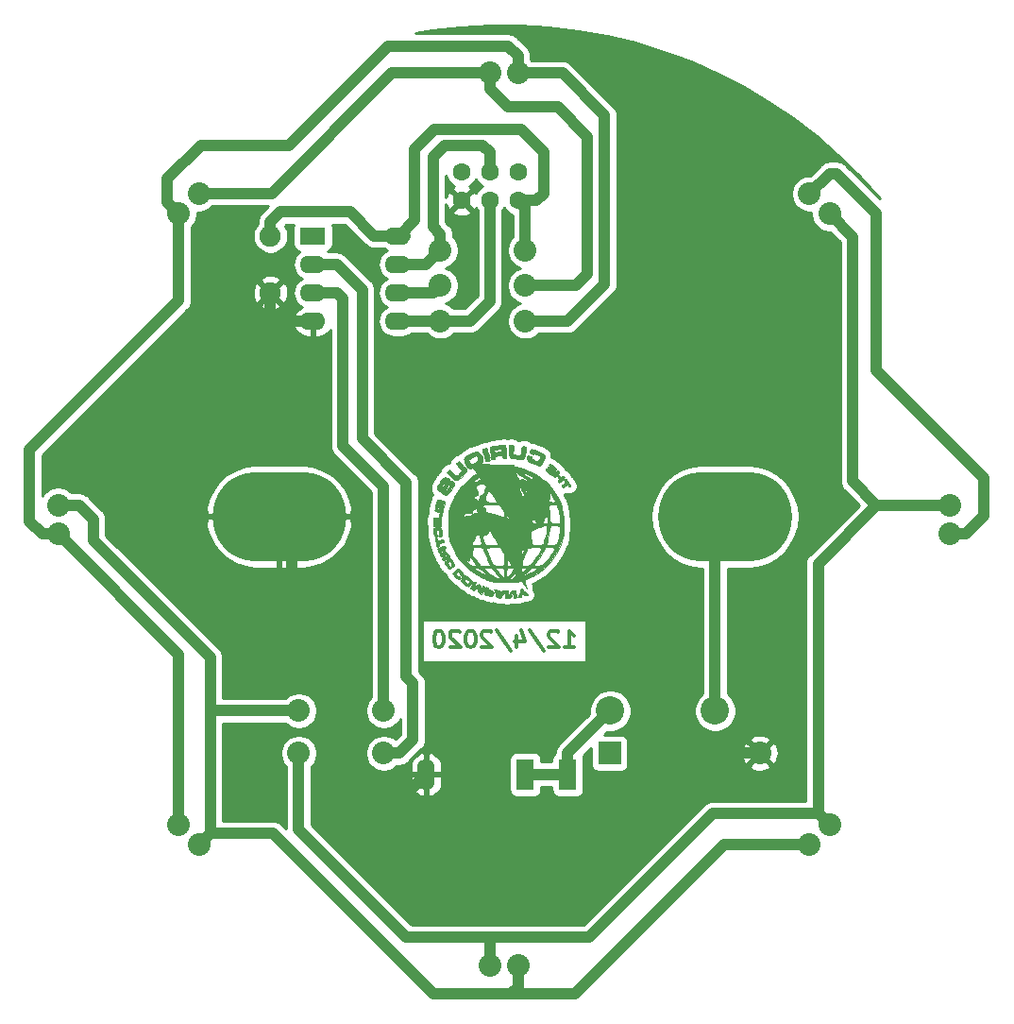
<source format=gbr>
G04 #@! TF.GenerationSoftware,KiCad,Pcbnew,(5.1.0)-1*
G04 #@! TF.CreationDate,2020-07-14T19:56:52+01:00*
G04 #@! TF.ProjectId,Solar8Ball,536f6c61-7238-4426-916c-6c2e6b696361,rev?*
G04 #@! TF.SameCoordinates,PX94225d0PY4cfd790*
G04 #@! TF.FileFunction,Copper,L2,Bot*
G04 #@! TF.FilePolarity,Positive*
%FSLAX46Y46*%
G04 Gerber Fmt 4.6, Leading zero omitted, Abs format (unit mm)*
G04 Created by KiCad (PCBNEW (5.1.0)-1) date 2020-07-14 19:56:52*
%MOMM*%
%LPD*%
G04 APERTURE LIST*
%ADD10C,0.300000*%
%ADD11C,0.010000*%
%ADD12R,2.032000X2.032000*%
%ADD13C,2.032000*%
%ADD14O,12.000000X8.000000*%
%ADD15C,2.540000*%
%ADD16O,2.286000X1.574800*%
%ADD17R,2.286000X1.574800*%
%ADD18C,1.905000*%
%ADD19C,1.600200*%
%ADD20R,1.600000X2.800000*%
%ADD21O,1.600000X2.800000*%
%ADD22C,1.000000*%
%ADD23C,0.254000*%
G04 APERTURE END LIST*
D10*
X5428571Y-11473571D02*
X6285714Y-11473571D01*
X5857142Y-11473571D02*
X5857142Y-9973571D01*
X6000000Y-10187857D01*
X6142857Y-10330714D01*
X6285714Y-10402142D01*
X4857142Y-10116428D02*
X4785714Y-10045000D01*
X4642857Y-9973571D01*
X4285714Y-9973571D01*
X4142857Y-10045000D01*
X4071428Y-10116428D01*
X4000000Y-10259285D01*
X4000000Y-10402142D01*
X4071428Y-10616428D01*
X4928571Y-11473571D01*
X4000000Y-11473571D01*
X2285714Y-9902142D02*
X3571428Y-11830714D01*
X1142857Y-10473571D02*
X1142857Y-11473571D01*
X1500000Y-9902142D02*
X1857142Y-10973571D01*
X928571Y-10973571D01*
X-714286Y-9902142D02*
X571428Y-11830714D01*
X-1142858Y-10116428D02*
X-1214286Y-10045000D01*
X-1357143Y-9973571D01*
X-1714286Y-9973571D01*
X-1857143Y-10045000D01*
X-1928572Y-10116428D01*
X-2000000Y-10259285D01*
X-2000000Y-10402142D01*
X-1928572Y-10616428D01*
X-1071429Y-11473571D01*
X-2000000Y-11473571D01*
X-2928572Y-9973571D02*
X-3071429Y-9973571D01*
X-3214286Y-10045000D01*
X-3285715Y-10116428D01*
X-3357143Y-10259285D01*
X-3428572Y-10545000D01*
X-3428572Y-10902142D01*
X-3357143Y-11187857D01*
X-3285715Y-11330714D01*
X-3214286Y-11402142D01*
X-3071429Y-11473571D01*
X-2928572Y-11473571D01*
X-2785715Y-11402142D01*
X-2714286Y-11330714D01*
X-2642858Y-11187857D01*
X-2571429Y-10902142D01*
X-2571429Y-10545000D01*
X-2642858Y-10259285D01*
X-2714286Y-10116428D01*
X-2785715Y-10045000D01*
X-2928572Y-9973571D01*
X-4000000Y-10116428D02*
X-4071429Y-10045000D01*
X-4214286Y-9973571D01*
X-4571429Y-9973571D01*
X-4714286Y-10045000D01*
X-4785715Y-10116428D01*
X-4857143Y-10259285D01*
X-4857143Y-10402142D01*
X-4785715Y-10616428D01*
X-3928572Y-11473571D01*
X-4857143Y-11473571D01*
X-5785715Y-9973571D02*
X-5928572Y-9973571D01*
X-6071429Y-10045000D01*
X-6142858Y-10116428D01*
X-6214286Y-10259285D01*
X-6285715Y-10545000D01*
X-6285715Y-10902142D01*
X-6214286Y-11187857D01*
X-6142858Y-11330714D01*
X-6071429Y-11402142D01*
X-5928572Y-11473571D01*
X-5785715Y-11473571D01*
X-5642858Y-11402142D01*
X-5571429Y-11330714D01*
X-5500000Y-11187857D01*
X-5428572Y-10902142D01*
X-5428572Y-10545000D01*
X-5500000Y-10259285D01*
X-5571429Y-10116428D01*
X-5642858Y-10045000D01*
X-5785715Y-9973571D01*
D11*
G36*
X721157Y6681318D02*
G01*
X793965Y6652494D01*
X829354Y6586437D01*
X835007Y6468042D01*
X818604Y6282200D01*
X816983Y6267657D01*
X798380Y6063844D01*
X804117Y5928169D01*
X844786Y5845225D01*
X930978Y5799606D01*
X1073285Y5775906D01*
X1160397Y5768132D01*
X1318048Y5758503D01*
X1420550Y5769686D01*
X1481996Y5816050D01*
X1516476Y5911962D01*
X1538084Y6071792D01*
X1546772Y6162097D01*
X1567526Y6352109D01*
X1593186Y6471467D01*
X1633497Y6534048D01*
X1698202Y6553726D01*
X1797047Y6544377D01*
X1813352Y6541679D01*
X1922251Y6517906D01*
X1967645Y6483671D01*
X1970247Y6419816D01*
X1967066Y6399490D01*
X1952511Y6303541D01*
X1931540Y6153383D01*
X1908295Y5978816D01*
X1904539Y5949809D01*
X1875927Y5776668D01*
X1839868Y5625957D01*
X1803381Y5526104D01*
X1797420Y5515892D01*
X1758644Y5467748D01*
X1706644Y5439209D01*
X1621016Y5425707D01*
X1481355Y5422673D01*
X1385441Y5423646D01*
X1189358Y5430459D01*
X996566Y5443785D01*
X845656Y5460883D01*
X833429Y5462849D01*
X615101Y5522609D01*
X468553Y5615210D01*
X399173Y5733024D01*
X392625Y5820358D01*
X397241Y5965266D01*
X411897Y6141551D01*
X419548Y6208739D01*
X440157Y6382343D01*
X456000Y6526383D01*
X464647Y6618299D01*
X465548Y6635750D01*
X503642Y6673880D01*
X603250Y6688018D01*
X721157Y6681318D01*
X721157Y6681318D01*
G37*
X721157Y6681318D02*
X793965Y6652494D01*
X829354Y6586437D01*
X835007Y6468042D01*
X818604Y6282200D01*
X816983Y6267657D01*
X798380Y6063844D01*
X804117Y5928169D01*
X844786Y5845225D01*
X930978Y5799606D01*
X1073285Y5775906D01*
X1160397Y5768132D01*
X1318048Y5758503D01*
X1420550Y5769686D01*
X1481996Y5816050D01*
X1516476Y5911962D01*
X1538084Y6071792D01*
X1546772Y6162097D01*
X1567526Y6352109D01*
X1593186Y6471467D01*
X1633497Y6534048D01*
X1698202Y6553726D01*
X1797047Y6544377D01*
X1813352Y6541679D01*
X1922251Y6517906D01*
X1967645Y6483671D01*
X1970247Y6419816D01*
X1967066Y6399490D01*
X1952511Y6303541D01*
X1931540Y6153383D01*
X1908295Y5978816D01*
X1904539Y5949809D01*
X1875927Y5776668D01*
X1839868Y5625957D01*
X1803381Y5526104D01*
X1797420Y5515892D01*
X1758644Y5467748D01*
X1706644Y5439209D01*
X1621016Y5425707D01*
X1481355Y5422673D01*
X1385441Y5423646D01*
X1189358Y5430459D01*
X996566Y5443785D01*
X845656Y5460883D01*
X833429Y5462849D01*
X615101Y5522609D01*
X468553Y5615210D01*
X399173Y5733024D01*
X392625Y5820358D01*
X397241Y5965266D01*
X411897Y6141551D01*
X419548Y6208739D01*
X440157Y6382343D01*
X456000Y6526383D01*
X464647Y6618299D01*
X465548Y6635750D01*
X503642Y6673880D01*
X603250Y6688018D01*
X721157Y6681318D01*
G36*
X71844Y6673267D02*
G01*
X85609Y6624706D01*
X105604Y6511851D01*
X129213Y6354612D01*
X153819Y6172896D01*
X176807Y5986613D01*
X195560Y5815672D01*
X207462Y5679983D01*
X210290Y5619750D01*
X204686Y5548098D01*
X170485Y5514147D01*
X84978Y5503920D01*
X21167Y5503333D01*
X-95942Y5506902D01*
X-151405Y5528166D01*
X-168222Y5582961D01*
X-169333Y5634490D01*
X-169333Y5765646D01*
X-433916Y5737277D01*
X-625020Y5715027D01*
X-746520Y5692780D01*
X-813149Y5663045D01*
X-839637Y5618331D01*
X-840717Y5551146D01*
X-838881Y5531342D01*
X-836147Y5445544D01*
X-865809Y5404864D01*
X-950095Y5388635D01*
X-996369Y5384925D01*
X-1111369Y5383831D01*
X-1187499Y5396585D01*
X-1197452Y5402563D01*
X-1220799Y5468086D01*
X-1227173Y5575279D01*
X-1218036Y5687046D01*
X-1194848Y5766287D01*
X-1182575Y5780204D01*
X-1170124Y5829271D01*
X-1210897Y5889192D01*
X-1261028Y5986227D01*
X-1295974Y6135248D01*
X-1296639Y6141046D01*
X-921514Y6141046D01*
X-910430Y6096831D01*
X-885091Y6043460D01*
X-837988Y6020676D01*
X-745098Y6022123D01*
X-662808Y6031310D01*
X-512425Y6051231D01*
X-379737Y6071178D01*
X-334334Y6079064D01*
X-255170Y6108779D01*
X-239506Y6173259D01*
X-244732Y6207553D01*
X-258800Y6262950D01*
X-287319Y6292910D01*
X-349735Y6302171D01*
X-465492Y6295469D01*
X-566564Y6285958D01*
X-749659Y6264277D01*
X-861156Y6237679D01*
X-914095Y6198992D01*
X-921514Y6141046D01*
X-1296639Y6141046D01*
X-1303217Y6198306D01*
X-1310233Y6334557D01*
X-1297410Y6414324D01*
X-1257126Y6464906D01*
X-1221978Y6489249D01*
X-1152033Y6513668D01*
X-1021291Y6543090D01*
X-847891Y6574933D01*
X-649972Y6606620D01*
X-445673Y6635568D01*
X-253133Y6659200D01*
X-90491Y6674935D01*
X24114Y6680192D01*
X71844Y6673267D01*
X71844Y6673267D01*
G37*
X71844Y6673267D02*
X85609Y6624706D01*
X105604Y6511851D01*
X129213Y6354612D01*
X153819Y6172896D01*
X176807Y5986613D01*
X195560Y5815672D01*
X207462Y5679983D01*
X210290Y5619750D01*
X204686Y5548098D01*
X170485Y5514147D01*
X84978Y5503920D01*
X21167Y5503333D01*
X-95942Y5506902D01*
X-151405Y5528166D01*
X-168222Y5582961D01*
X-169333Y5634490D01*
X-169333Y5765646D01*
X-433916Y5737277D01*
X-625020Y5715027D01*
X-746520Y5692780D01*
X-813149Y5663045D01*
X-839637Y5618331D01*
X-840717Y5551146D01*
X-838881Y5531342D01*
X-836147Y5445544D01*
X-865809Y5404864D01*
X-950095Y5388635D01*
X-996369Y5384925D01*
X-1111369Y5383831D01*
X-1187499Y5396585D01*
X-1197452Y5402563D01*
X-1220799Y5468086D01*
X-1227173Y5575279D01*
X-1218036Y5687046D01*
X-1194848Y5766287D01*
X-1182575Y5780204D01*
X-1170124Y5829271D01*
X-1210897Y5889192D01*
X-1261028Y5986227D01*
X-1295974Y6135248D01*
X-1296639Y6141046D01*
X-921514Y6141046D01*
X-910430Y6096831D01*
X-885091Y6043460D01*
X-837988Y6020676D01*
X-745098Y6022123D01*
X-662808Y6031310D01*
X-512425Y6051231D01*
X-379737Y6071178D01*
X-334334Y6079064D01*
X-255170Y6108779D01*
X-239506Y6173259D01*
X-244732Y6207553D01*
X-258800Y6262950D01*
X-287319Y6292910D01*
X-349735Y6302171D01*
X-465492Y6295469D01*
X-566564Y6285958D01*
X-749659Y6264277D01*
X-861156Y6237679D01*
X-914095Y6198992D01*
X-921514Y6141046D01*
X-1296639Y6141046D01*
X-1303217Y6198306D01*
X-1310233Y6334557D01*
X-1297410Y6414324D01*
X-1257126Y6464906D01*
X-1221978Y6489249D01*
X-1152033Y6513668D01*
X-1021291Y6543090D01*
X-847891Y6574933D01*
X-649972Y6606620D01*
X-445673Y6635568D01*
X-253133Y6659200D01*
X-90491Y6674935D01*
X24114Y6680192D01*
X71844Y6673267D01*
G36*
X-1596440Y6387812D02*
G01*
X-1583780Y6381558D01*
X-1560380Y6329236D01*
X-1524673Y6216052D01*
X-1481227Y6060512D01*
X-1434615Y5881119D01*
X-1389405Y5696378D01*
X-1350168Y5524795D01*
X-1321475Y5384874D01*
X-1307894Y5295119D01*
X-1309771Y5272083D01*
X-1368815Y5253360D01*
X-1476161Y5231188D01*
X-1509710Y5225541D01*
X-1677845Y5198655D01*
X-1816831Y5729173D01*
X-1866989Y5931357D01*
X-1904810Y6105056D01*
X-1927006Y6233429D01*
X-1930290Y6299638D01*
X-1928924Y6303205D01*
X-1874595Y6337373D01*
X-1776722Y6368391D01*
X-1671829Y6387967D01*
X-1596440Y6387812D01*
X-1596440Y6387812D01*
G37*
X-1596440Y6387812D02*
X-1583780Y6381558D01*
X-1560380Y6329236D01*
X-1524673Y6216052D01*
X-1481227Y6060512D01*
X-1434615Y5881119D01*
X-1389405Y5696378D01*
X-1350168Y5524795D01*
X-1321475Y5384874D01*
X-1307894Y5295119D01*
X-1309771Y5272083D01*
X-1368815Y5253360D01*
X-1476161Y5231188D01*
X-1509710Y5225541D01*
X-1677845Y5198655D01*
X-1816831Y5729173D01*
X-1866989Y5931357D01*
X-1904810Y6105056D01*
X-1927006Y6233429D01*
X-1930290Y6299638D01*
X-1928924Y6303205D01*
X-1874595Y6337373D01*
X-1776722Y6368391D01*
X-1671829Y6387967D01*
X-1596440Y6387812D01*
G36*
X2561996Y6284777D02*
G01*
X2705168Y6248294D01*
X2883153Y6187804D01*
X3075874Y6110979D01*
X3263255Y6025490D01*
X3425218Y5939008D01*
X3478866Y5905540D01*
X3583720Y5815516D01*
X3634542Y5710758D01*
X3632022Y5576977D01*
X3576849Y5399888D01*
X3510503Y5249333D01*
X3408008Y5045985D01*
X3316568Y4913197D01*
X3218618Y4844282D01*
X3096596Y4832553D01*
X2932938Y4871324D01*
X2722099Y4949156D01*
X2442274Y5069639D01*
X2228138Y5183518D01*
X2085333Y5287323D01*
X2019505Y5377585D01*
X2018332Y5381694D01*
X2017858Y5482943D01*
X2049146Y5605611D01*
X2053749Y5617089D01*
X2113393Y5759837D01*
X2268366Y5695085D01*
X2371635Y5653942D01*
X2436940Y5631646D01*
X2444274Y5630333D01*
X2451839Y5596041D01*
X2442117Y5542032D01*
X2440999Y5489915D01*
X2477910Y5442412D01*
X2567285Y5387037D01*
X2691813Y5326079D01*
X2835510Y5265805D01*
X2954664Y5228364D01*
X3024466Y5221476D01*
X3026129Y5222038D01*
X3080039Y5275025D01*
X3140199Y5377462D01*
X3190938Y5497021D01*
X3216589Y5601371D01*
X3217334Y5616561D01*
X3182299Y5667114D01*
X3092490Y5729973D01*
X2970844Y5794719D01*
X2840302Y5850933D01*
X2723803Y5888197D01*
X2644286Y5896094D01*
X2625338Y5885420D01*
X2584419Y5854907D01*
X2506366Y5862566D01*
X2439786Y5882479D01*
X2334464Y5924615D01*
X2269136Y5964386D01*
X2263693Y5970845D01*
X2262947Y6041774D01*
X2308303Y6137299D01*
X2380503Y6228193D01*
X2460289Y6285231D01*
X2473715Y6289584D01*
X2561996Y6284777D01*
X2561996Y6284777D01*
G37*
X2561996Y6284777D02*
X2705168Y6248294D01*
X2883153Y6187804D01*
X3075874Y6110979D01*
X3263255Y6025490D01*
X3425218Y5939008D01*
X3478866Y5905540D01*
X3583720Y5815516D01*
X3634542Y5710758D01*
X3632022Y5576977D01*
X3576849Y5399888D01*
X3510503Y5249333D01*
X3408008Y5045985D01*
X3316568Y4913197D01*
X3218618Y4844282D01*
X3096596Y4832553D01*
X2932938Y4871324D01*
X2722099Y4949156D01*
X2442274Y5069639D01*
X2228138Y5183518D01*
X2085333Y5287323D01*
X2019505Y5377585D01*
X2018332Y5381694D01*
X2017858Y5482943D01*
X2049146Y5605611D01*
X2053749Y5617089D01*
X2113393Y5759837D01*
X2268366Y5695085D01*
X2371635Y5653942D01*
X2436940Y5631646D01*
X2444274Y5630333D01*
X2451839Y5596041D01*
X2442117Y5542032D01*
X2440999Y5489915D01*
X2477910Y5442412D01*
X2567285Y5387037D01*
X2691813Y5326079D01*
X2835510Y5265805D01*
X2954664Y5228364D01*
X3024466Y5221476D01*
X3026129Y5222038D01*
X3080039Y5275025D01*
X3140199Y5377462D01*
X3190938Y5497021D01*
X3216589Y5601371D01*
X3217334Y5616561D01*
X3182299Y5667114D01*
X3092490Y5729973D01*
X2970844Y5794719D01*
X2840302Y5850933D01*
X2723803Y5888197D01*
X2644286Y5896094D01*
X2625338Y5885420D01*
X2584419Y5854907D01*
X2506366Y5862566D01*
X2439786Y5882479D01*
X2334464Y5924615D01*
X2269136Y5964386D01*
X2263693Y5970845D01*
X2262947Y6041774D01*
X2308303Y6137299D01*
X2380503Y6228193D01*
X2460289Y6285231D01*
X2473715Y6289584D01*
X2561996Y6284777D01*
G36*
X4172130Y4937075D02*
G01*
X4271693Y4865659D01*
X4398192Y4766070D01*
X4698136Y4526750D01*
X4483037Y4253041D01*
X4383500Y4127386D01*
X4306619Y4032229D01*
X4265035Y3983144D01*
X4261219Y3979712D01*
X4227170Y4003881D01*
X4142415Y4067886D01*
X4023041Y4159533D01*
X3979334Y4193345D01*
X3827920Y4313492D01*
X3736123Y4396866D01*
X3694888Y4456221D01*
X3695164Y4504315D01*
X3725489Y4551021D01*
X3764401Y4578423D01*
X3819592Y4566490D01*
X3910281Y4508410D01*
X3968412Y4464931D01*
X4080552Y4384694D01*
X4168660Y4331326D01*
X4204035Y4318000D01*
X4197192Y4340965D01*
X4136118Y4400730D01*
X4049781Y4471830D01*
X3929096Y4569993D01*
X3869400Y4635017D01*
X3862442Y4682485D01*
X3899969Y4727980D01*
X3909728Y4736266D01*
X3960554Y4752242D01*
X4035649Y4721605D01*
X4151778Y4637777D01*
X4255560Y4561033D01*
X4330385Y4515715D01*
X4354846Y4510068D01*
X4338827Y4545625D01*
X4274729Y4606198D01*
X4271546Y4608725D01*
X4125066Y4724814D01*
X4035190Y4800781D01*
X3992386Y4849372D01*
X3987125Y4883330D01*
X4009876Y4915401D01*
X4028207Y4934131D01*
X4065960Y4964237D01*
X4108743Y4967577D01*
X4172130Y4937075D01*
X4172130Y4937075D01*
G37*
X4172130Y4937075D02*
X4271693Y4865659D01*
X4398192Y4766070D01*
X4698136Y4526750D01*
X4483037Y4253041D01*
X4383500Y4127386D01*
X4306619Y4032229D01*
X4265035Y3983144D01*
X4261219Y3979712D01*
X4227170Y4003881D01*
X4142415Y4067886D01*
X4023041Y4159533D01*
X3979334Y4193345D01*
X3827920Y4313492D01*
X3736123Y4396866D01*
X3694888Y4456221D01*
X3695164Y4504315D01*
X3725489Y4551021D01*
X3764401Y4578423D01*
X3819592Y4566490D01*
X3910281Y4508410D01*
X3968412Y4464931D01*
X4080552Y4384694D01*
X4168660Y4331326D01*
X4204035Y4318000D01*
X4197192Y4340965D01*
X4136118Y4400730D01*
X4049781Y4471830D01*
X3929096Y4569993D01*
X3869400Y4635017D01*
X3862442Y4682485D01*
X3899969Y4727980D01*
X3909728Y4736266D01*
X3960554Y4752242D01*
X4035649Y4721605D01*
X4151778Y4637777D01*
X4255560Y4561033D01*
X4330385Y4515715D01*
X4354846Y4510068D01*
X4338827Y4545625D01*
X4274729Y4606198D01*
X4271546Y4608725D01*
X4125066Y4724814D01*
X4035190Y4800781D01*
X3992386Y4849372D01*
X3987125Y4883330D01*
X4009876Y4915401D01*
X4028207Y4934131D01*
X4065960Y4964237D01*
X4108743Y4967577D01*
X4172130Y4937075D01*
G36*
X-3789242Y4963281D02*
G01*
X-3607313Y4759860D01*
X-3484097Y4600847D01*
X-3416919Y4472344D01*
X-3403105Y4360450D01*
X-3439980Y4251265D01*
X-3524868Y4130890D01*
X-3610351Y4033697D01*
X-3846716Y3797123D01*
X-4057169Y3630218D01*
X-4238085Y3535521D01*
X-4353551Y3513404D01*
X-4427365Y3519148D01*
X-4495665Y3543826D01*
X-4573484Y3598194D01*
X-4675854Y3693010D01*
X-4817808Y3839030D01*
X-4837325Y3859564D01*
X-5166150Y4205986D01*
X-5051654Y4325493D01*
X-4967357Y4402512D01*
X-4902053Y4443484D01*
X-4892163Y4445500D01*
X-4845029Y4416573D01*
X-4756878Y4338741D01*
X-4643205Y4226150D01*
X-4586679Y4166652D01*
X-4458225Y4032851D01*
X-4370452Y3954117D01*
X-4309430Y3920815D01*
X-4261234Y3923309D01*
X-4245388Y3930548D01*
X-4162954Y3988179D01*
X-4059018Y4078302D01*
X-3953276Y4181310D01*
X-3865427Y4277593D01*
X-3815167Y4347546D01*
X-3810000Y4363950D01*
X-3837626Y4413541D01*
X-3911341Y4506225D01*
X-4017399Y4625197D01*
X-4064000Y4674509D01*
X-4178618Y4797734D01*
X-4266347Y4899400D01*
X-4313534Y4963374D01*
X-4318000Y4974679D01*
X-4288255Y5021618D01*
X-4213747Y5096324D01*
X-4180825Y5124852D01*
X-4043651Y5239371D01*
X-3789242Y4963281D01*
X-3789242Y4963281D01*
G37*
X-3789242Y4963281D02*
X-3607313Y4759860D01*
X-3484097Y4600847D01*
X-3416919Y4472344D01*
X-3403105Y4360450D01*
X-3439980Y4251265D01*
X-3524868Y4130890D01*
X-3610351Y4033697D01*
X-3846716Y3797123D01*
X-4057169Y3630218D01*
X-4238085Y3535521D01*
X-4353551Y3513404D01*
X-4427365Y3519148D01*
X-4495665Y3543826D01*
X-4573484Y3598194D01*
X-4675854Y3693010D01*
X-4817808Y3839030D01*
X-4837325Y3859564D01*
X-5166150Y4205986D01*
X-5051654Y4325493D01*
X-4967357Y4402512D01*
X-4902053Y4443484D01*
X-4892163Y4445500D01*
X-4845029Y4416573D01*
X-4756878Y4338741D01*
X-4643205Y4226150D01*
X-4586679Y4166652D01*
X-4458225Y4032851D01*
X-4370452Y3954117D01*
X-4309430Y3920815D01*
X-4261234Y3923309D01*
X-4245388Y3930548D01*
X-4162954Y3988179D01*
X-4059018Y4078302D01*
X-3953276Y4181310D01*
X-3865427Y4277593D01*
X-3815167Y4347546D01*
X-3810000Y4363950D01*
X-3837626Y4413541D01*
X-3911341Y4506225D01*
X-4017399Y4625197D01*
X-4064000Y4674509D01*
X-4178618Y4797734D01*
X-4266347Y4899400D01*
X-4313534Y4963374D01*
X-4318000Y4974679D01*
X-4288255Y5021618D01*
X-4213747Y5096324D01*
X-4180825Y5124852D01*
X-4043651Y5239371D01*
X-3789242Y4963281D01*
G36*
X4924628Y4321714D02*
G01*
X4935512Y4226800D01*
X4895387Y4155172D01*
X4857817Y4102419D01*
X4862750Y4051163D01*
X4916554Y3973945D01*
X4945569Y3938744D01*
X5021928Y3852626D01*
X5073845Y3823347D01*
X5130017Y3841830D01*
X5170765Y3867519D01*
X5250658Y3912127D01*
X5303168Y3903075D01*
X5356075Y3851330D01*
X5392911Y3805219D01*
X5400265Y3763378D01*
X5369982Y3708578D01*
X5293910Y3623588D01*
X5205656Y3533472D01*
X5067375Y3400215D01*
X4970543Y3327697D01*
X4902810Y3311283D01*
X4851828Y3346333D01*
X4824115Y3390188D01*
X4800773Y3473087D01*
X4842520Y3550604D01*
X4851878Y3561205D01*
X4894292Y3616182D01*
X4893618Y3662723D01*
X4842689Y3727350D01*
X4793436Y3777436D01*
X4709074Y3857812D01*
X4656852Y3884379D01*
X4609607Y3863755D01*
X4572190Y3831338D01*
X4507148Y3779841D01*
X4459367Y3783622D01*
X4391407Y3844778D01*
X4298470Y3937716D01*
X4537026Y4176272D01*
X4683628Y4311900D01*
X4786352Y4380823D01*
X4844084Y4388541D01*
X4924628Y4321714D01*
X4924628Y4321714D01*
G37*
X4924628Y4321714D02*
X4935512Y4226800D01*
X4895387Y4155172D01*
X4857817Y4102419D01*
X4862750Y4051163D01*
X4916554Y3973945D01*
X4945569Y3938744D01*
X5021928Y3852626D01*
X5073845Y3823347D01*
X5130017Y3841830D01*
X5170765Y3867519D01*
X5250658Y3912127D01*
X5303168Y3903075D01*
X5356075Y3851330D01*
X5392911Y3805219D01*
X5400265Y3763378D01*
X5369982Y3708578D01*
X5293910Y3623588D01*
X5205656Y3533472D01*
X5067375Y3400215D01*
X4970543Y3327697D01*
X4902810Y3311283D01*
X4851828Y3346333D01*
X4824115Y3390188D01*
X4800773Y3473087D01*
X4842520Y3550604D01*
X4851878Y3561205D01*
X4894292Y3616182D01*
X4893618Y3662723D01*
X4842689Y3727350D01*
X4793436Y3777436D01*
X4709074Y3857812D01*
X4656852Y3884379D01*
X4609607Y3863755D01*
X4572190Y3831338D01*
X4507148Y3779841D01*
X4459367Y3783622D01*
X4391407Y3844778D01*
X4298470Y3937716D01*
X4537026Y4176272D01*
X4683628Y4311900D01*
X4786352Y4380823D01*
X4844084Y4388541D01*
X4924628Y4321714D01*
G36*
X5488568Y3625627D02*
G01*
X5549074Y3581726D01*
X5629871Y3487211D01*
X5743729Y3332516D01*
X5754721Y3317152D01*
X5861230Y3166173D01*
X5923745Y3068151D01*
X5948234Y3007691D01*
X5940664Y2969394D01*
X5907001Y2937864D01*
X5902888Y2934827D01*
X5841417Y2901461D01*
X5790436Y2920509D01*
X5729412Y2988960D01*
X5637990Y3103288D01*
X5456489Y2969811D01*
X5333756Y2883206D01*
X5258350Y2845792D01*
X5211233Y2854185D01*
X5173364Y2905003D01*
X5166156Y2918217D01*
X5134748Y2982295D01*
X5133815Y3028230D01*
X5174811Y3076652D01*
X5269188Y3148188D01*
X5310196Y3177651D01*
X5498058Y3312564D01*
X5406462Y3436454D01*
X5350163Y3522666D01*
X5346041Y3571191D01*
X5377350Y3599857D01*
X5435583Y3628482D01*
X5488568Y3625627D01*
X5488568Y3625627D01*
G37*
X5488568Y3625627D02*
X5549074Y3581726D01*
X5629871Y3487211D01*
X5743729Y3332516D01*
X5754721Y3317152D01*
X5861230Y3166173D01*
X5923745Y3068151D01*
X5948234Y3007691D01*
X5940664Y2969394D01*
X5907001Y2937864D01*
X5902888Y2934827D01*
X5841417Y2901461D01*
X5790436Y2920509D01*
X5729412Y2988960D01*
X5637990Y3103288D01*
X5456489Y2969811D01*
X5333756Y2883206D01*
X5258350Y2845792D01*
X5211233Y2854185D01*
X5173364Y2905003D01*
X5166156Y2918217D01*
X5134748Y2982295D01*
X5133815Y3028230D01*
X5174811Y3076652D01*
X5269188Y3148188D01*
X5310196Y3177651D01*
X5498058Y3312564D01*
X5406462Y3436454D01*
X5350163Y3522666D01*
X5346041Y3571191D01*
X5377350Y3599857D01*
X5435583Y3628482D01*
X5488568Y3625627D01*
G36*
X-5178396Y3739829D02*
G01*
X-5032446Y3672631D01*
X-4924146Y3572863D01*
X-4886476Y3495523D01*
X-4885500Y3422011D01*
X-4917845Y3318123D01*
X-4988994Y3169885D01*
X-5075840Y3012936D01*
X-5179845Y2829851D01*
X-5245788Y2707672D01*
X-5278185Y2634119D01*
X-5281550Y2596915D01*
X-5260397Y2583781D01*
X-5234160Y2582333D01*
X-5174268Y2617378D01*
X-5095940Y2706825D01*
X-5013835Y2827147D01*
X-4942608Y2954814D01*
X-4896916Y3066297D01*
X-4890122Y3134627D01*
X-4887254Y3219507D01*
X-4848961Y3324968D01*
X-4791547Y3418923D01*
X-4731317Y3469288D01*
X-4719022Y3471333D01*
X-4638487Y3436866D01*
X-4555895Y3354505D01*
X-4498435Y3255810D01*
X-4487333Y3202428D01*
X-4510283Y3117506D01*
X-4572048Y2982672D01*
X-4662002Y2816742D01*
X-4769519Y2638537D01*
X-4883971Y2466874D01*
X-4962991Y2360083D01*
X-5096547Y2238915D01*
X-5246610Y2199703D01*
X-5418348Y2241503D01*
X-5470519Y2267322D01*
X-5594809Y2367513D01*
X-5664421Y2492314D01*
X-5672666Y2549577D01*
X-5652590Y2608952D01*
X-5598527Y2722479D01*
X-5519727Y2871516D01*
X-5461000Y2976202D01*
X-5371972Y3133396D01*
X-5301410Y3261655D01*
X-5258331Y3344370D01*
X-5249333Y3366009D01*
X-5283580Y3384741D01*
X-5308420Y3386666D01*
X-5365966Y3351902D01*
X-5441063Y3264298D01*
X-5518036Y3148890D01*
X-5581210Y3030714D01*
X-5614908Y2934804D01*
X-5614347Y2898067D01*
X-5621060Y2830325D01*
X-5661904Y2730555D01*
X-5720119Y2629343D01*
X-5778947Y2557275D01*
X-5810250Y2540524D01*
X-5860391Y2567101D01*
X-5926666Y2624666D01*
X-5988964Y2710599D01*
X-6007575Y2810110D01*
X-5979512Y2935203D01*
X-5901788Y3097881D01*
X-5771415Y3310149D01*
X-5746750Y3347586D01*
X-5629090Y3522046D01*
X-5543797Y3637484D01*
X-5478157Y3706542D01*
X-5419455Y3741865D01*
X-5354976Y3756096D01*
X-5334000Y3758035D01*
X-5178396Y3739829D01*
X-5178396Y3739829D01*
G37*
X-5178396Y3739829D02*
X-5032446Y3672631D01*
X-4924146Y3572863D01*
X-4886476Y3495523D01*
X-4885500Y3422011D01*
X-4917845Y3318123D01*
X-4988994Y3169885D01*
X-5075840Y3012936D01*
X-5179845Y2829851D01*
X-5245788Y2707672D01*
X-5278185Y2634119D01*
X-5281550Y2596915D01*
X-5260397Y2583781D01*
X-5234160Y2582333D01*
X-5174268Y2617378D01*
X-5095940Y2706825D01*
X-5013835Y2827147D01*
X-4942608Y2954814D01*
X-4896916Y3066297D01*
X-4890122Y3134627D01*
X-4887254Y3219507D01*
X-4848961Y3324968D01*
X-4791547Y3418923D01*
X-4731317Y3469288D01*
X-4719022Y3471333D01*
X-4638487Y3436866D01*
X-4555895Y3354505D01*
X-4498435Y3255810D01*
X-4487333Y3202428D01*
X-4510283Y3117506D01*
X-4572048Y2982672D01*
X-4662002Y2816742D01*
X-4769519Y2638537D01*
X-4883971Y2466874D01*
X-4962991Y2360083D01*
X-5096547Y2238915D01*
X-5246610Y2199703D01*
X-5418348Y2241503D01*
X-5470519Y2267322D01*
X-5594809Y2367513D01*
X-5664421Y2492314D01*
X-5672666Y2549577D01*
X-5652590Y2608952D01*
X-5598527Y2722479D01*
X-5519727Y2871516D01*
X-5461000Y2976202D01*
X-5371972Y3133396D01*
X-5301410Y3261655D01*
X-5258331Y3344370D01*
X-5249333Y3366009D01*
X-5283580Y3384741D01*
X-5308420Y3386666D01*
X-5365966Y3351902D01*
X-5441063Y3264298D01*
X-5518036Y3148890D01*
X-5581210Y3030714D01*
X-5614908Y2934804D01*
X-5614347Y2898067D01*
X-5621060Y2830325D01*
X-5661904Y2730555D01*
X-5720119Y2629343D01*
X-5778947Y2557275D01*
X-5810250Y2540524D01*
X-5860391Y2567101D01*
X-5926666Y2624666D01*
X-5988964Y2710599D01*
X-6007575Y2810110D01*
X-5979512Y2935203D01*
X-5901788Y3097881D01*
X-5771415Y3310149D01*
X-5746750Y3347586D01*
X-5629090Y3522046D01*
X-5543797Y3637484D01*
X-5478157Y3706542D01*
X-5419455Y3741865D01*
X-5354976Y3756096D01*
X-5334000Y3758035D01*
X-5178396Y3739829D01*
G36*
X-5847826Y1768191D02*
G01*
X-5674510Y1724224D01*
X-5643893Y1715412D01*
X-5490064Y1670737D01*
X-5392220Y1632277D01*
X-5343243Y1582588D01*
X-5336015Y1504224D01*
X-5363419Y1379741D01*
X-5418338Y1191693D01*
X-5423306Y1174750D01*
X-5471355Y1033438D01*
X-5518931Y931075D01*
X-5556207Y888547D01*
X-5558042Y888352D01*
X-5586146Y877736D01*
X-5560311Y856602D01*
X-5538681Y815722D01*
X-5539159Y725447D01*
X-5562360Y572295D01*
X-5576743Y497416D01*
X-5611560Y332968D01*
X-5640951Y234989D01*
X-5673725Y186488D01*
X-5718691Y170472D01*
X-5746822Y169333D01*
X-5808942Y174622D01*
X-5835237Y205097D01*
X-5833873Y282670D01*
X-5821772Y370416D01*
X-5802801Y497224D01*
X-5788773Y589159D01*
X-5785215Y611504D01*
X-5819169Y640047D01*
X-5913649Y670842D01*
X-6000750Y688816D01*
X-6129750Y713819D01*
X-6195812Y743071D01*
X-6219889Y792268D01*
X-6223000Y855306D01*
X-6218818Y935246D01*
X-6190780Y968093D01*
X-6115644Y966839D01*
X-6043083Y955886D01*
X-5902068Y931509D01*
X-5778798Y907057D01*
X-5757333Y902187D01*
X-5688943Y893255D01*
X-5678631Y906648D01*
X-5681486Y959613D01*
X-5661763Y1067893D01*
X-5629595Y1187770D01*
X-5595321Y1317991D01*
X-5581242Y1408890D01*
X-5588877Y1439333D01*
X-5618834Y1402170D01*
X-5659651Y1306039D01*
X-5692012Y1206500D01*
X-5736479Y1066465D01*
X-5774027Y995884D01*
X-5817061Y981780D01*
X-5877987Y1011175D01*
X-5878452Y1011469D01*
X-5908392Y1045934D01*
X-5910713Y1108808D01*
X-5884698Y1222007D01*
X-5869855Y1273862D01*
X-5836564Y1400632D01*
X-5820233Y1490400D01*
X-5821822Y1517934D01*
X-5839624Y1516932D01*
X-5863107Y1471517D01*
X-5897676Y1368355D01*
X-5938213Y1230884D01*
X-5987136Y1094749D01*
X-6039091Y1033636D01*
X-6104228Y1038202D01*
X-6131297Y1053129D01*
X-6152045Y1107939D01*
X-6140484Y1228323D01*
X-6095907Y1417857D01*
X-6017606Y1680120D01*
X-5990834Y1763123D01*
X-5950931Y1780836D01*
X-5847826Y1768191D01*
X-5847826Y1768191D01*
G37*
X-5847826Y1768191D02*
X-5674510Y1724224D01*
X-5643893Y1715412D01*
X-5490064Y1670737D01*
X-5392220Y1632277D01*
X-5343243Y1582588D01*
X-5336015Y1504224D01*
X-5363419Y1379741D01*
X-5418338Y1191693D01*
X-5423306Y1174750D01*
X-5471355Y1033438D01*
X-5518931Y931075D01*
X-5556207Y888547D01*
X-5558042Y888352D01*
X-5586146Y877736D01*
X-5560311Y856602D01*
X-5538681Y815722D01*
X-5539159Y725447D01*
X-5562360Y572295D01*
X-5576743Y497416D01*
X-5611560Y332968D01*
X-5640951Y234989D01*
X-5673725Y186488D01*
X-5718691Y170472D01*
X-5746822Y169333D01*
X-5808942Y174622D01*
X-5835237Y205097D01*
X-5833873Y282670D01*
X-5821772Y370416D01*
X-5802801Y497224D01*
X-5788773Y589159D01*
X-5785215Y611504D01*
X-5819169Y640047D01*
X-5913649Y670842D01*
X-6000750Y688816D01*
X-6129750Y713819D01*
X-6195812Y743071D01*
X-6219889Y792268D01*
X-6223000Y855306D01*
X-6218818Y935246D01*
X-6190780Y968093D01*
X-6115644Y966839D01*
X-6043083Y955886D01*
X-5902068Y931509D01*
X-5778798Y907057D01*
X-5757333Y902187D01*
X-5688943Y893255D01*
X-5678631Y906648D01*
X-5681486Y959613D01*
X-5661763Y1067893D01*
X-5629595Y1187770D01*
X-5595321Y1317991D01*
X-5581242Y1408890D01*
X-5588877Y1439333D01*
X-5618834Y1402170D01*
X-5659651Y1306039D01*
X-5692012Y1206500D01*
X-5736479Y1066465D01*
X-5774027Y995884D01*
X-5817061Y981780D01*
X-5877987Y1011175D01*
X-5878452Y1011469D01*
X-5908392Y1045934D01*
X-5910713Y1108808D01*
X-5884698Y1222007D01*
X-5869855Y1273862D01*
X-5836564Y1400632D01*
X-5820233Y1490400D01*
X-5821822Y1517934D01*
X-5839624Y1516932D01*
X-5863107Y1471517D01*
X-5897676Y1368355D01*
X-5938213Y1230884D01*
X-5987136Y1094749D01*
X-6039091Y1033636D01*
X-6104228Y1038202D01*
X-6131297Y1053129D01*
X-6152045Y1107939D01*
X-6140484Y1228323D01*
X-6095907Y1417857D01*
X-6017606Y1680120D01*
X-5990834Y1763123D01*
X-5950931Y1780836D01*
X-5847826Y1768191D01*
G36*
X-6153591Y153921D02*
G01*
X-5990617Y136758D01*
X-5829325Y127515D01*
X-5793758Y127000D01*
X-5630333Y127000D01*
X-5630333Y-121709D01*
X-5637822Y-357792D01*
X-5661484Y-517395D01*
X-5703112Y-607473D01*
X-5762625Y-635000D01*
X-5805147Y-625169D01*
X-5829278Y-583592D01*
X-5840095Y-492144D01*
X-5842648Y-349250D01*
X-5847035Y-195867D01*
X-5859887Y-122209D01*
X-5882067Y-123678D01*
X-5884333Y-127000D01*
X-5909132Y-205826D01*
X-5924096Y-331128D01*
X-5926018Y-391584D01*
X-5931404Y-514672D01*
X-5952504Y-574524D01*
X-5998295Y-592299D01*
X-6011333Y-592667D01*
X-6058198Y-583174D01*
X-6084849Y-542065D01*
X-6097832Y-450396D01*
X-6102775Y-328084D01*
X-6108038Y-217197D01*
X-6115537Y-173570D01*
X-6123719Y-205567D01*
X-6124359Y-211667D01*
X-6146923Y-407897D01*
X-6170625Y-533839D01*
X-6200293Y-603787D01*
X-6240750Y-632040D01*
X-6267251Y-635000D01*
X-6305520Y-628560D01*
X-6329773Y-598866D01*
X-6343166Y-530360D01*
X-6348855Y-407483D01*
X-6350000Y-227079D01*
X-6350000Y180841D01*
X-6153591Y153921D01*
X-6153591Y153921D01*
G37*
X-6153591Y153921D02*
X-5990617Y136758D01*
X-5829325Y127515D01*
X-5793758Y127000D01*
X-5630333Y127000D01*
X-5630333Y-121709D01*
X-5637822Y-357792D01*
X-5661484Y-517395D01*
X-5703112Y-607473D01*
X-5762625Y-635000D01*
X-5805147Y-625169D01*
X-5829278Y-583592D01*
X-5840095Y-492144D01*
X-5842648Y-349250D01*
X-5847035Y-195867D01*
X-5859887Y-122209D01*
X-5882067Y-123678D01*
X-5884333Y-127000D01*
X-5909132Y-205826D01*
X-5924096Y-331128D01*
X-5926018Y-391584D01*
X-5931404Y-514672D01*
X-5952504Y-574524D01*
X-5998295Y-592299D01*
X-6011333Y-592667D01*
X-6058198Y-583174D01*
X-6084849Y-542065D01*
X-6097832Y-450396D01*
X-6102775Y-328084D01*
X-6108038Y-217197D01*
X-6115537Y-173570D01*
X-6123719Y-205567D01*
X-6124359Y-211667D01*
X-6146923Y-407897D01*
X-6170625Y-533839D01*
X-6200293Y-603787D01*
X-6240750Y-632040D01*
X-6267251Y-635000D01*
X-6305520Y-628560D01*
X-6329773Y-598866D01*
X-6343166Y-530360D01*
X-6348855Y-407483D01*
X-6350000Y-227079D01*
X-6350000Y180841D01*
X-6153591Y153921D01*
G36*
X-5729702Y-706985D02*
G01*
X-5726079Y-709284D01*
X-5688232Y-771848D01*
X-5649990Y-893632D01*
X-5616897Y-1049398D01*
X-5594498Y-1213908D01*
X-5588000Y-1337789D01*
X-5617801Y-1459617D01*
X-5693396Y-1539221D01*
X-5794070Y-1558006D01*
X-5824141Y-1549755D01*
X-5864679Y-1501836D01*
X-5883087Y-1421630D01*
X-5876583Y-1346133D01*
X-5842383Y-1312336D01*
X-5842000Y-1312334D01*
X-5813341Y-1275960D01*
X-5800631Y-1188263D01*
X-5805573Y-1081380D01*
X-5825362Y-998296D01*
X-5884918Y-945765D01*
X-5984426Y-934199D01*
X-6087664Y-967605D01*
X-6089942Y-969027D01*
X-6119255Y-1030858D01*
X-6119797Y-1136637D01*
X-6094875Y-1251961D01*
X-6054892Y-1333500D01*
X-6020113Y-1406577D01*
X-6000244Y-1471084D01*
X-5995577Y-1539136D01*
X-6042553Y-1563900D01*
X-6098474Y-1566334D01*
X-6208425Y-1540308D01*
X-6259485Y-1492250D01*
X-6295564Y-1384586D01*
X-6320495Y-1234862D01*
X-6332623Y-1071516D01*
X-6330292Y-922986D01*
X-6311845Y-817711D01*
X-6300097Y-794740D01*
X-6226110Y-749256D01*
X-6099824Y-712937D01*
X-5953491Y-690585D01*
X-5819365Y-687000D01*
X-5729702Y-706985D01*
X-5729702Y-706985D01*
G37*
X-5729702Y-706985D02*
X-5726079Y-709284D01*
X-5688232Y-771848D01*
X-5649990Y-893632D01*
X-5616897Y-1049398D01*
X-5594498Y-1213908D01*
X-5588000Y-1337789D01*
X-5617801Y-1459617D01*
X-5693396Y-1539221D01*
X-5794070Y-1558006D01*
X-5824141Y-1549755D01*
X-5864679Y-1501836D01*
X-5883087Y-1421630D01*
X-5876583Y-1346133D01*
X-5842383Y-1312336D01*
X-5842000Y-1312334D01*
X-5813341Y-1275960D01*
X-5800631Y-1188263D01*
X-5805573Y-1081380D01*
X-5825362Y-998296D01*
X-5884918Y-945765D01*
X-5984426Y-934199D01*
X-6087664Y-967605D01*
X-6089942Y-969027D01*
X-6119255Y-1030858D01*
X-6119797Y-1136637D01*
X-6094875Y-1251961D01*
X-6054892Y-1333500D01*
X-6020113Y-1406577D01*
X-6000244Y-1471084D01*
X-5995577Y-1539136D01*
X-6042553Y-1563900D01*
X-6098474Y-1566334D01*
X-6208425Y-1540308D01*
X-6259485Y-1492250D01*
X-6295564Y-1384586D01*
X-6320495Y-1234862D01*
X-6332623Y-1071516D01*
X-6330292Y-922986D01*
X-6311845Y-817711D01*
X-6300097Y-794740D01*
X-6226110Y-749256D01*
X-6099824Y-712937D01*
X-5953491Y-690585D01*
X-5819365Y-687000D01*
X-5729702Y-706985D01*
G36*
X-6030957Y-1687884D02*
G01*
X-5995525Y-1782955D01*
X-5967823Y-1872675D01*
X-5921236Y-1897346D01*
X-5873817Y-1888766D01*
X-5765581Y-1863612D01*
X-5633136Y-1838278D01*
X-5625542Y-1836993D01*
X-5523088Y-1826044D01*
X-5474576Y-1849260D01*
X-5451646Y-1920934D01*
X-5450858Y-1925019D01*
X-5450024Y-2015639D01*
X-5476816Y-2054413D01*
X-5544949Y-2074034D01*
X-5659264Y-2104562D01*
X-5707254Y-2116972D01*
X-5819212Y-2149765D01*
X-5867457Y-2185663D01*
X-5870884Y-2246317D01*
X-5861479Y-2293684D01*
X-5861992Y-2415481D01*
X-5924603Y-2484211D01*
X-5991061Y-2497019D01*
X-6019885Y-2459144D01*
X-6061279Y-2357026D01*
X-6108414Y-2208837D01*
X-6132935Y-2119567D01*
X-6182193Y-1915527D01*
X-6203083Y-1779124D01*
X-6194697Y-1697906D01*
X-6156127Y-1659418D01*
X-6098793Y-1651000D01*
X-6030957Y-1687884D01*
X-6030957Y-1687884D01*
G37*
X-6030957Y-1687884D02*
X-5995525Y-1782955D01*
X-5967823Y-1872675D01*
X-5921236Y-1897346D01*
X-5873817Y-1888766D01*
X-5765581Y-1863612D01*
X-5633136Y-1838278D01*
X-5625542Y-1836993D01*
X-5523088Y-1826044D01*
X-5474576Y-1849260D01*
X-5451646Y-1920934D01*
X-5450858Y-1925019D01*
X-5450024Y-2015639D01*
X-5476816Y-2054413D01*
X-5544949Y-2074034D01*
X-5659264Y-2104562D01*
X-5707254Y-2116972D01*
X-5819212Y-2149765D01*
X-5867457Y-2185663D01*
X-5870884Y-2246317D01*
X-5861479Y-2293684D01*
X-5861992Y-2415481D01*
X-5924603Y-2484211D01*
X-5991061Y-2497019D01*
X-6019885Y-2459144D01*
X-6061279Y-2357026D01*
X-6108414Y-2208837D01*
X-6132935Y-2119567D01*
X-6182193Y-1915527D01*
X-6203083Y-1779124D01*
X-6194697Y-1697906D01*
X-6156127Y-1659418D01*
X-6098793Y-1651000D01*
X-6030957Y-1687884D01*
G36*
X-5329195Y-2361180D02*
G01*
X-5295645Y-2422973D01*
X-5272405Y-2487084D01*
X-5264971Y-2561605D01*
X-5309980Y-2582334D01*
X-5366258Y-2612538D01*
X-5368146Y-2704482D01*
X-5335048Y-2812411D01*
X-5271785Y-2899735D01*
X-5209537Y-2921000D01*
X-5130665Y-2952870D01*
X-5069630Y-3026026D01*
X-5050227Y-3106784D01*
X-5059374Y-3133542D01*
X-5116175Y-3163401D01*
X-5209498Y-3175000D01*
X-5297601Y-3186272D01*
X-5334000Y-3213192D01*
X-5369157Y-3247856D01*
X-5452418Y-3291057D01*
X-5550468Y-3328108D01*
X-5629993Y-3344322D01*
X-5631467Y-3344334D01*
X-5681446Y-3315242D01*
X-5703170Y-3291417D01*
X-5741162Y-3222546D01*
X-5794972Y-3102192D01*
X-5854627Y-2955809D01*
X-5910155Y-2808849D01*
X-5936353Y-2731646D01*
X-5702901Y-2731646D01*
X-5694032Y-2783417D01*
X-5656747Y-2879652D01*
X-5622759Y-2971343D01*
X-5572485Y-3052746D01*
X-5522397Y-3062502D01*
X-5488265Y-3035631D01*
X-5492287Y-2979232D01*
X-5525641Y-2890572D01*
X-5565788Y-2790708D01*
X-5587004Y-2730560D01*
X-5588000Y-2725330D01*
X-5622839Y-2711380D01*
X-5656029Y-2709334D01*
X-5702901Y-2731646D01*
X-5936353Y-2731646D01*
X-5951584Y-2686765D01*
X-5968942Y-2615012D01*
X-5969000Y-2612924D01*
X-5932313Y-2574743D01*
X-5837983Y-2522292D01*
X-5709603Y-2464853D01*
X-5570765Y-2411710D01*
X-5445065Y-2372146D01*
X-5356094Y-2355444D01*
X-5329195Y-2361180D01*
X-5329195Y-2361180D01*
G37*
X-5329195Y-2361180D02*
X-5295645Y-2422973D01*
X-5272405Y-2487084D01*
X-5264971Y-2561605D01*
X-5309980Y-2582334D01*
X-5366258Y-2612538D01*
X-5368146Y-2704482D01*
X-5335048Y-2812411D01*
X-5271785Y-2899735D01*
X-5209537Y-2921000D01*
X-5130665Y-2952870D01*
X-5069630Y-3026026D01*
X-5050227Y-3106784D01*
X-5059374Y-3133542D01*
X-5116175Y-3163401D01*
X-5209498Y-3175000D01*
X-5297601Y-3186272D01*
X-5334000Y-3213192D01*
X-5369157Y-3247856D01*
X-5452418Y-3291057D01*
X-5550468Y-3328108D01*
X-5629993Y-3344322D01*
X-5631467Y-3344334D01*
X-5681446Y-3315242D01*
X-5703170Y-3291417D01*
X-5741162Y-3222546D01*
X-5794972Y-3102192D01*
X-5854627Y-2955809D01*
X-5910155Y-2808849D01*
X-5936353Y-2731646D01*
X-5702901Y-2731646D01*
X-5694032Y-2783417D01*
X-5656747Y-2879652D01*
X-5622759Y-2971343D01*
X-5572485Y-3052746D01*
X-5522397Y-3062502D01*
X-5488265Y-3035631D01*
X-5492287Y-2979232D01*
X-5525641Y-2890572D01*
X-5565788Y-2790708D01*
X-5587004Y-2730560D01*
X-5588000Y-2725330D01*
X-5622839Y-2711380D01*
X-5656029Y-2709334D01*
X-5702901Y-2731646D01*
X-5936353Y-2731646D01*
X-5951584Y-2686765D01*
X-5968942Y-2615012D01*
X-5969000Y-2612924D01*
X-5932313Y-2574743D01*
X-5837983Y-2522292D01*
X-5709603Y-2464853D01*
X-5570765Y-2411710D01*
X-5445065Y-2372146D01*
X-5356094Y-2355444D01*
X-5329195Y-2361180D01*
G36*
X-4959146Y-3208399D02*
G01*
X-4935038Y-3238500D01*
X-4885679Y-3311653D01*
X-4869680Y-3347041D01*
X-4903029Y-3377066D01*
X-4990025Y-3433358D01*
X-5108928Y-3503649D01*
X-5237995Y-3575671D01*
X-5355486Y-3637157D01*
X-5439657Y-3675840D01*
X-5465090Y-3683000D01*
X-5510435Y-3650111D01*
X-5546135Y-3597459D01*
X-5574823Y-3518139D01*
X-5572799Y-3480986D01*
X-5528503Y-3447279D01*
X-5429284Y-3386924D01*
X-5295419Y-3312168D01*
X-5276366Y-3301944D01*
X-5134035Y-3227276D01*
X-5046714Y-3189211D01*
X-4994914Y-3184126D01*
X-4959146Y-3208399D01*
X-4959146Y-3208399D01*
G37*
X-4959146Y-3208399D02*
X-4935038Y-3238500D01*
X-4885679Y-3311653D01*
X-4869680Y-3347041D01*
X-4903029Y-3377066D01*
X-4990025Y-3433358D01*
X-5108928Y-3503649D01*
X-5237995Y-3575671D01*
X-5355486Y-3637157D01*
X-5439657Y-3675840D01*
X-5465090Y-3683000D01*
X-5510435Y-3650111D01*
X-5546135Y-3597459D01*
X-5574823Y-3518139D01*
X-5572799Y-3480986D01*
X-5528503Y-3447279D01*
X-5429284Y-3386924D01*
X-5295419Y-3312168D01*
X-5276366Y-3301944D01*
X-5134035Y-3227276D01*
X-5046714Y-3189211D01*
X-4994914Y-3184126D01*
X-4959146Y-3208399D01*
G36*
X-4861682Y-3497228D02*
G01*
X-4812328Y-3526030D01*
X-4720863Y-3609571D01*
X-4623627Y-3734141D01*
X-4536058Y-3874662D01*
X-4473596Y-4006059D01*
X-4451676Y-4103256D01*
X-4452390Y-4110693D01*
X-4495072Y-4206529D01*
X-4539111Y-4249242D01*
X-4607523Y-4269094D01*
X-4669374Y-4219158D01*
X-4675502Y-4211232D01*
X-4717160Y-4125656D01*
X-4718837Y-4070764D01*
X-4725284Y-3989701D01*
X-4773620Y-3890155D01*
X-4842666Y-3805151D01*
X-4911242Y-3767710D01*
X-4913233Y-3767667D01*
X-4994194Y-3797079D01*
X-5051183Y-3843880D01*
X-5092174Y-3900549D01*
X-5088056Y-3954803D01*
X-5035199Y-4039648D01*
X-5028623Y-4048933D01*
X-4943627Y-4146195D01*
X-4857910Y-4212221D01*
X-4849796Y-4216137D01*
X-4774477Y-4280632D01*
X-4764870Y-4358458D01*
X-4817755Y-4420162D01*
X-4873915Y-4436746D01*
X-4962162Y-4426897D01*
X-5049164Y-4365306D01*
X-5116750Y-4290222D01*
X-5247617Y-4111007D01*
X-5330605Y-3953003D01*
X-5359972Y-3829227D01*
X-5346023Y-3770668D01*
X-5287804Y-3711393D01*
X-5183860Y-3631981D01*
X-5108567Y-3582252D01*
X-4992350Y-3513641D01*
X-4919151Y-3487026D01*
X-4861682Y-3497228D01*
X-4861682Y-3497228D01*
G37*
X-4861682Y-3497228D02*
X-4812328Y-3526030D01*
X-4720863Y-3609571D01*
X-4623627Y-3734141D01*
X-4536058Y-3874662D01*
X-4473596Y-4006059D01*
X-4451676Y-4103256D01*
X-4452390Y-4110693D01*
X-4495072Y-4206529D01*
X-4539111Y-4249242D01*
X-4607523Y-4269094D01*
X-4669374Y-4219158D01*
X-4675502Y-4211232D01*
X-4717160Y-4125656D01*
X-4718837Y-4070764D01*
X-4725284Y-3989701D01*
X-4773620Y-3890155D01*
X-4842666Y-3805151D01*
X-4911242Y-3767710D01*
X-4913233Y-3767667D01*
X-4994194Y-3797079D01*
X-5051183Y-3843880D01*
X-5092174Y-3900549D01*
X-5088056Y-3954803D01*
X-5035199Y-4039648D01*
X-5028623Y-4048933D01*
X-4943627Y-4146195D01*
X-4857910Y-4212221D01*
X-4849796Y-4216137D01*
X-4774477Y-4280632D01*
X-4764870Y-4358458D01*
X-4817755Y-4420162D01*
X-4873915Y-4436746D01*
X-4962162Y-4426897D01*
X-5049164Y-4365306D01*
X-5116750Y-4290222D01*
X-5247617Y-4111007D01*
X-5330605Y-3953003D01*
X-5359972Y-3829227D01*
X-5346023Y-3770668D01*
X-5287804Y-3711393D01*
X-5183860Y-3631981D01*
X-5108567Y-3582252D01*
X-4992350Y-3513641D01*
X-4919151Y-3487026D01*
X-4861682Y-3497228D01*
G36*
X-4096536Y-4456513D02*
G01*
X-3975385Y-4544250D01*
X-3815516Y-4693503D01*
X-3807169Y-4701831D01*
X-3692030Y-4835559D01*
X-3646477Y-4945119D01*
X-3666025Y-5047355D01*
X-3700343Y-5103097D01*
X-3746913Y-5157730D01*
X-3788278Y-5154770D01*
X-3850003Y-5103276D01*
X-3909076Y-5028497D01*
X-3920520Y-4971115D01*
X-3936459Y-4912964D01*
X-3997179Y-4832039D01*
X-4078087Y-4754100D01*
X-4154589Y-4704904D01*
X-4180332Y-4699000D01*
X-4238331Y-4730431D01*
X-4293966Y-4792420D01*
X-4331342Y-4858425D01*
X-4323040Y-4912847D01*
X-4261704Y-4987697D01*
X-4245070Y-5005177D01*
X-4160159Y-5076997D01*
X-4091789Y-5106626D01*
X-4080180Y-5105111D01*
X-4016822Y-5118399D01*
X-3956301Y-5166728D01*
X-3908684Y-5238369D01*
X-3925258Y-5297793D01*
X-3936341Y-5312039D01*
X-4016648Y-5368084D01*
X-4116668Y-5358473D01*
X-4244039Y-5280464D01*
X-4387942Y-5149942D01*
X-4497392Y-5031902D01*
X-4577758Y-4928856D01*
X-4613715Y-4860765D01*
X-4614333Y-4855082D01*
X-4585458Y-4780139D01*
X-4512644Y-4675264D01*
X-4416604Y-4565193D01*
X-4318053Y-4474660D01*
X-4267022Y-4440374D01*
X-4190054Y-4423988D01*
X-4096536Y-4456513D01*
X-4096536Y-4456513D01*
G37*
X-4096536Y-4456513D02*
X-3975385Y-4544250D01*
X-3815516Y-4693503D01*
X-3807169Y-4701831D01*
X-3692030Y-4835559D01*
X-3646477Y-4945119D01*
X-3666025Y-5047355D01*
X-3700343Y-5103097D01*
X-3746913Y-5157730D01*
X-3788278Y-5154770D01*
X-3850003Y-5103276D01*
X-3909076Y-5028497D01*
X-3920520Y-4971115D01*
X-3936459Y-4912964D01*
X-3997179Y-4832039D01*
X-4078087Y-4754100D01*
X-4154589Y-4704904D01*
X-4180332Y-4699000D01*
X-4238331Y-4730431D01*
X-4293966Y-4792420D01*
X-4331342Y-4858425D01*
X-4323040Y-4912847D01*
X-4261704Y-4987697D01*
X-4245070Y-5005177D01*
X-4160159Y-5076997D01*
X-4091789Y-5106626D01*
X-4080180Y-5105111D01*
X-4016822Y-5118399D01*
X-3956301Y-5166728D01*
X-3908684Y-5238369D01*
X-3925258Y-5297793D01*
X-3936341Y-5312039D01*
X-4016648Y-5368084D01*
X-4116668Y-5358473D01*
X-4244039Y-5280464D01*
X-4387942Y-5149942D01*
X-4497392Y-5031902D01*
X-4577758Y-4928856D01*
X-4613715Y-4860765D01*
X-4614333Y-4855082D01*
X-4585458Y-4780139D01*
X-4512644Y-4675264D01*
X-4416604Y-4565193D01*
X-4318053Y-4474660D01*
X-4267022Y-4440374D01*
X-4190054Y-4423988D01*
X-4096536Y-4456513D01*
G36*
X-3417695Y-5065726D02*
G01*
X-3287080Y-5138942D01*
X-3148032Y-5240871D01*
X-3020495Y-5355070D01*
X-2924409Y-5465097D01*
X-2879718Y-5554509D01*
X-2878666Y-5566414D01*
X-2906061Y-5667884D01*
X-2975236Y-5787446D01*
X-3066680Y-5900574D01*
X-3160879Y-5982746D01*
X-3231579Y-6009968D01*
X-3311773Y-5985316D01*
X-3431568Y-5922241D01*
X-3556000Y-5840646D01*
X-3721832Y-5714234D01*
X-3823499Y-5616957D01*
X-3870651Y-5536486D01*
X-3872942Y-5460492D01*
X-3868046Y-5442054D01*
X-3866054Y-5437942D01*
X-3584854Y-5437942D01*
X-3584269Y-5507760D01*
X-3516190Y-5591436D01*
X-3461131Y-5639778D01*
X-3365855Y-5717760D01*
X-3309909Y-5748046D01*
X-3266423Y-5735720D01*
X-3210083Y-5687272D01*
X-3146145Y-5609337D01*
X-3148467Y-5537853D01*
X-3221544Y-5456832D01*
X-3289329Y-5405389D01*
X-3388775Y-5339297D01*
X-3449250Y-5320087D01*
X-3498623Y-5342668D01*
X-3522162Y-5362855D01*
X-3584854Y-5437942D01*
X-3866054Y-5437942D01*
X-3817517Y-5337786D01*
X-3735861Y-5222421D01*
X-3643135Y-5119256D01*
X-3559391Y-5051588D01*
X-3519936Y-5037667D01*
X-3417695Y-5065726D01*
X-3417695Y-5065726D01*
G37*
X-3417695Y-5065726D02*
X-3287080Y-5138942D01*
X-3148032Y-5240871D01*
X-3020495Y-5355070D01*
X-2924409Y-5465097D01*
X-2879718Y-5554509D01*
X-2878666Y-5566414D01*
X-2906061Y-5667884D01*
X-2975236Y-5787446D01*
X-3066680Y-5900574D01*
X-3160879Y-5982746D01*
X-3231579Y-6009968D01*
X-3311773Y-5985316D01*
X-3431568Y-5922241D01*
X-3556000Y-5840646D01*
X-3721832Y-5714234D01*
X-3823499Y-5616957D01*
X-3870651Y-5536486D01*
X-3872942Y-5460492D01*
X-3868046Y-5442054D01*
X-3866054Y-5437942D01*
X-3584854Y-5437942D01*
X-3584269Y-5507760D01*
X-3516190Y-5591436D01*
X-3461131Y-5639778D01*
X-3365855Y-5717760D01*
X-3309909Y-5748046D01*
X-3266423Y-5735720D01*
X-3210083Y-5687272D01*
X-3146145Y-5609337D01*
X-3148467Y-5537853D01*
X-3221544Y-5456832D01*
X-3289329Y-5405389D01*
X-3388775Y-5339297D01*
X-3449250Y-5320087D01*
X-3498623Y-5342668D01*
X-3522162Y-5362855D01*
X-3584854Y-5437942D01*
X-3866054Y-5437942D01*
X-3817517Y-5337786D01*
X-3735861Y-5222421D01*
X-3643135Y-5119256D01*
X-3559391Y-5051588D01*
X-3519936Y-5037667D01*
X-3417695Y-5065726D01*
G36*
X-2328917Y6085777D02*
G01*
X-2248095Y6033251D01*
X-2243259Y6028441D01*
X-2157919Y5917598D01*
X-2068260Y5763724D01*
X-1987511Y5594613D01*
X-1928902Y5438058D01*
X-1905660Y5321855D01*
X-1905648Y5319118D01*
X-1918457Y5193094D01*
X-1969383Y5106376D01*
X-2063682Y5031275D01*
X-2092902Y5007226D01*
X-2093306Y4989059D01*
X-2054842Y4975244D01*
X-1967456Y4964251D01*
X-1821095Y4954552D01*
X-1605706Y4944617D01*
X-1453670Y4938479D01*
X-1160407Y4928869D01*
X-816410Y4920698D01*
X-455611Y4914590D01*
X-111939Y4911173D01*
X53058Y4910667D01*
X332221Y4910258D01*
X538251Y4908239D01*
X682678Y4903417D01*
X777035Y4894601D01*
X832852Y4880599D01*
X861662Y4860219D01*
X874997Y4832270D01*
X876855Y4825537D01*
X934954Y4750596D01*
X1010475Y4719752D01*
X1677104Y4553766D01*
X2320935Y4309225D01*
X2930748Y3991053D01*
X3418545Y3662951D01*
X3774206Y3355801D01*
X4118522Y2983582D01*
X4439420Y2564356D01*
X4724823Y2116187D01*
X4962660Y1657138D01*
X5140855Y1205272D01*
X5202013Y994833D01*
X5287154Y571365D01*
X5342784Y105531D01*
X5368188Y-377412D01*
X5362654Y-852209D01*
X5325468Y-1293601D01*
X5275129Y-1593364D01*
X5101790Y-2200552D01*
X4850205Y-2783382D01*
X4525000Y-3334837D01*
X4130800Y-3847903D01*
X3672232Y-4315562D01*
X3254790Y-4657741D01*
X3112074Y-4755668D01*
X2931402Y-4868065D01*
X2728355Y-4986540D01*
X2518519Y-5102697D01*
X2317478Y-5208144D01*
X2140815Y-5294486D01*
X2004115Y-5353329D01*
X1922962Y-5376279D01*
X1920661Y-5376334D01*
X1888383Y-5409464D01*
X1891485Y-5456222D01*
X1888872Y-5534844D01*
X1867413Y-5563900D01*
X1855039Y-5621137D01*
X1885508Y-5750412D01*
X1927776Y-5871516D01*
X1977353Y-6011685D01*
X2008879Y-6117699D01*
X2016035Y-6168093D01*
X2015401Y-6169043D01*
X1986296Y-6144221D01*
X1923598Y-6062806D01*
X1838646Y-5939968D01*
X1798672Y-5879079D01*
X1705724Y-5732950D01*
X1630551Y-5610226D01*
X1585339Y-5530974D01*
X1578757Y-5516982D01*
X1531171Y-5484594D01*
X1488018Y-5498045D01*
X1353621Y-5542488D01*
X1150788Y-5579090D01*
X895430Y-5607395D01*
X603457Y-5626943D01*
X290777Y-5637275D01*
X-26700Y-5637934D01*
X-333064Y-5628460D01*
X-612406Y-5608396D01*
X-848817Y-5577283D01*
X-903150Y-5566944D01*
X-1184212Y-5497843D01*
X-1495207Y-5403384D01*
X-1691913Y-5334000D01*
X458552Y-5334000D01*
X564481Y-5334000D01*
X675675Y-5323634D01*
X738842Y-5307740D01*
X800637Y-5259477D01*
X884178Y-5164580D01*
X936266Y-5093998D01*
X985542Y-5016010D01*
X1720170Y-5016010D01*
X1768068Y-5031217D01*
X1875082Y-5009392D01*
X2027134Y-4956058D01*
X2210148Y-4876740D01*
X2410046Y-4776965D01*
X2596321Y-4672118D01*
X2799130Y-4546153D01*
X2927152Y-4452693D01*
X2981856Y-4387452D01*
X2964709Y-4346139D01*
X2877178Y-4324467D01*
X2720729Y-4318146D01*
X2717418Y-4318146D01*
X2601117Y-4320834D01*
X2513166Y-4335899D01*
X2431219Y-4374091D01*
X2332930Y-4446159D01*
X2195953Y-4562855D01*
X2180167Y-4576609D01*
X2037833Y-4698712D01*
X1909611Y-4805214D01*
X1815778Y-4879407D01*
X1791138Y-4897159D01*
X1729449Y-4962296D01*
X1720170Y-5016010D01*
X985542Y-5016010D01*
X1009935Y-4977405D01*
X1035422Y-4903828D01*
X1019316Y-4851723D01*
X1012912Y-4843446D01*
X970903Y-4810654D01*
X919890Y-4826506D01*
X836290Y-4898341D01*
X836188Y-4898438D01*
X728747Y-5009175D01*
X614148Y-5139759D01*
X585180Y-5175250D01*
X458552Y-5334000D01*
X-1691913Y-5334000D01*
X-1803319Y-5294704D01*
X-2075732Y-5182943D01*
X-2180166Y-5133490D01*
X-2662642Y-4852546D01*
X-3132910Y-4504890D01*
X-3294396Y-4358300D01*
X-2709333Y-4358300D01*
X-2672768Y-4411685D01*
X-2571165Y-4492181D01*
X-2416666Y-4592086D01*
X-2221411Y-4703698D01*
X-1997541Y-4819312D01*
X-1934594Y-4849820D01*
X-1769889Y-4927523D01*
X-1635264Y-4989127D01*
X-1547851Y-5026906D01*
X-1524000Y-5035040D01*
X-1540463Y-5009385D01*
X-1605210Y-4944211D01*
X-1672166Y-4882547D01*
X-1892303Y-4687231D01*
X-2061819Y-4542465D01*
X-2191828Y-4440855D01*
X-2256040Y-4399247D01*
X-1814056Y-4399247D01*
X-1754022Y-4483743D01*
X-1638944Y-4599748D01*
X-1476645Y-4739716D01*
X-1274945Y-4896099D01*
X-1171309Y-4971311D01*
X-913950Y-5137736D01*
X-695489Y-5241173D01*
X-504458Y-5286694D01*
X-451141Y-5289809D01*
X-330782Y-5291667D01*
X-514641Y-5075897D01*
X-644278Y-4919673D01*
X-787047Y-4741571D01*
X-879402Y-4622704D01*
X-977065Y-4499289D01*
X-1060425Y-4402382D01*
X-1071167Y-4391960D01*
X-740989Y-4391960D01*
X-722331Y-4451083D01*
X-653401Y-4551407D01*
X-632461Y-4578632D01*
X-491385Y-4755627D01*
X-351924Y-4922728D01*
X-225189Y-5067441D01*
X-122296Y-5177267D01*
X-54356Y-5239712D01*
X-35985Y-5249334D01*
X-20897Y-5209990D01*
X-8921Y-5103891D01*
X-1576Y-4948932D01*
X0Y-4824952D01*
X-133Y-4795165D01*
X211667Y-4795165D01*
X211667Y-5220122D01*
X302771Y-5139478D01*
X369515Y-5070816D01*
X470829Y-4955509D01*
X589244Y-4813701D01*
X642847Y-4747370D01*
X771875Y-4576272D01*
X839628Y-4456225D01*
X841796Y-4426396D01*
X1486609Y-4426396D01*
X1513657Y-4521143D01*
X1545589Y-4600706D01*
X1577310Y-4675436D01*
X1606077Y-4714704D01*
X1646412Y-4714254D01*
X1712838Y-4669825D01*
X1819878Y-4577161D01*
X1914078Y-4492659D01*
X1983721Y-4416654D01*
X2008866Y-4360534D01*
X2006830Y-4353855D01*
X1953711Y-4332216D01*
X1848029Y-4320529D01*
X1721382Y-4319497D01*
X1605366Y-4329818D01*
X1548629Y-4343696D01*
X1498184Y-4374279D01*
X1486609Y-4426396D01*
X841796Y-4426396D01*
X845244Y-4378959D01*
X787858Y-4336203D01*
X666607Y-4319686D01*
X598067Y-4318578D01*
X430781Y-4320974D01*
X320449Y-4336725D01*
X255221Y-4380448D01*
X223246Y-4466759D01*
X212675Y-4610275D01*
X211667Y-4795165D01*
X-133Y-4795165D01*
X-866Y-4632045D01*
X-6106Y-4506824D01*
X-19677Y-4432312D01*
X-45540Y-4391530D01*
X-87653Y-4367499D01*
X-108589Y-4359286D01*
X-223328Y-4333396D01*
X-374614Y-4321011D01*
X-530292Y-4322248D01*
X-658208Y-4337228D01*
X-715770Y-4357030D01*
X-740989Y-4391960D01*
X-1071167Y-4391960D01*
X-1111703Y-4352632D01*
X-1112235Y-4352288D01*
X-1184537Y-4333962D01*
X-1312671Y-4323276D01*
X-1468153Y-4320168D01*
X-1622500Y-4324575D01*
X-1747228Y-4336436D01*
X-1811225Y-4353809D01*
X-1814056Y-4399247D01*
X-2256040Y-4399247D01*
X-2293444Y-4375011D01*
X-2377783Y-4337541D01*
X-2455959Y-4321052D01*
X-2521031Y-4318000D01*
X-2633882Y-4326093D01*
X-2701111Y-4346544D01*
X-2709333Y-4358300D01*
X-3294396Y-4358300D01*
X-3570101Y-4108029D01*
X-3924946Y-3711228D01*
X-3429000Y-3711228D01*
X-3399644Y-3761625D01*
X-3325339Y-3845668D01*
X-3226727Y-3943469D01*
X-3124453Y-4035139D01*
X-3039160Y-4100789D01*
X-3005666Y-4119084D01*
X-2911539Y-4138263D01*
X-2789787Y-4145270D01*
X-2668535Y-4141054D01*
X-2575905Y-4126564D01*
X-2540000Y-4103368D01*
X-2563308Y-4051071D01*
X-2624541Y-3952289D01*
X-2710663Y-3825116D01*
X-2808637Y-3687648D01*
X-2905429Y-3557980D01*
X-2988001Y-3454207D01*
X-3043317Y-3394424D01*
X-3056329Y-3386667D01*
X-3085335Y-3423372D01*
X-3120827Y-3515232D01*
X-3132313Y-3554686D01*
X-3166269Y-3660589D01*
X-3206285Y-3703361D01*
X-3275938Y-3702706D01*
X-3303278Y-3697561D01*
X-3390802Y-3691071D01*
X-3428943Y-3710065D01*
X-3429000Y-3711228D01*
X-3924946Y-3711228D01*
X-3953344Y-3679473D01*
X-4027754Y-3583460D01*
X-4219544Y-3299137D01*
X-4413403Y-2958926D01*
X-4430797Y-2923801D01*
X-2914126Y-2923801D01*
X-2909464Y-3046193D01*
X-2841969Y-3209494D01*
X-2710093Y-3419689D01*
X-2704907Y-3427093D01*
X-2576193Y-3600808D01*
X-2434186Y-3777733D01*
X-2306555Y-3923606D01*
X-2289356Y-3941732D01*
X-2089898Y-4148667D01*
X-1703614Y-4148667D01*
X-1530743Y-4144342D01*
X-1391661Y-4132757D01*
X-1306842Y-4116000D01*
X-1291363Y-4106652D01*
X-1299426Y-4055587D01*
X-1338850Y-3942694D01*
X-1403975Y-3782287D01*
X-1489141Y-3588681D01*
X-1538251Y-3482235D01*
X-1636290Y-3270309D01*
X-1722908Y-3078087D01*
X-1790850Y-2922050D01*
X-1832860Y-2818674D01*
X-1841294Y-2794000D01*
X-1884344Y-2663671D01*
X-1936224Y-2578339D01*
X-2014504Y-2528563D01*
X-2064774Y-2518834D01*
X-1629833Y-2518834D01*
X-1623623Y-2656126D01*
X-1601571Y-2751220D01*
X-1546519Y-2901582D01*
X-1466732Y-3090197D01*
X-1370477Y-3300050D01*
X-1266022Y-3514127D01*
X-1161634Y-3715412D01*
X-1065579Y-3886891D01*
X-986124Y-4011549D01*
X-937531Y-4068211D01*
X-862378Y-4111778D01*
X-759751Y-4136814D01*
X-607150Y-4147453D01*
X-499508Y-4148667D01*
X-329028Y-4143303D01*
X-183805Y-4129114D01*
X-91038Y-4108954D01*
X-81883Y-4104844D01*
X-47778Y-4079470D01*
X-24661Y-4036602D01*
X-10434Y-3961426D01*
X-8922Y-3936538D01*
X218517Y-3936538D01*
X231221Y-4054653D01*
X259688Y-4110499D01*
X262678Y-4112593D01*
X338229Y-4135419D01*
X450868Y-4146633D01*
X563169Y-4145085D01*
X637702Y-4129623D01*
X645205Y-4124351D01*
X634459Y-4080660D01*
X585749Y-3982983D01*
X537744Y-3899770D01*
X1580401Y-3899770D01*
X1585210Y-3960849D01*
X1607647Y-4048637D01*
X1646829Y-4102401D01*
X1721171Y-4130799D01*
X1849085Y-4142486D01*
X1977610Y-4145325D01*
X2132873Y-4142306D01*
X2236600Y-4121898D01*
X2252525Y-4112994D01*
X2692283Y-4112994D01*
X2750154Y-4138407D01*
X2865625Y-4148930D01*
X3013185Y-4145818D01*
X3167322Y-4130326D01*
X3302524Y-4103709D01*
X3371271Y-4079591D01*
X3505155Y-3989157D01*
X3669757Y-3834290D01*
X3855931Y-3625248D01*
X4054528Y-3372290D01*
X4253289Y-3090334D01*
X4394331Y-2878081D01*
X4486701Y-2726233D01*
X4528070Y-2624338D01*
X4516109Y-2561942D01*
X4448488Y-2528592D01*
X4322879Y-2513836D01*
X4136953Y-2507221D01*
X4123271Y-2506839D01*
X3903703Y-2504513D01*
X3757739Y-2512742D01*
X3674867Y-2532471D01*
X3651872Y-2549173D01*
X3614043Y-2607290D01*
X3546278Y-2721631D01*
X3459150Y-2874073D01*
X3388371Y-3000852D01*
X3262323Y-3216820D01*
X3114489Y-3452098D01*
X2970038Y-3667133D01*
X2919471Y-3737762D01*
X2816289Y-3884523D01*
X2738609Y-4007018D01*
X2696239Y-4089047D01*
X2692283Y-4112994D01*
X2252525Y-4112994D01*
X2321574Y-4074389D01*
X2380445Y-4025987D01*
X2499876Y-3902160D01*
X2645637Y-3721904D01*
X2804586Y-3503692D01*
X2963579Y-3265995D01*
X3109471Y-3027285D01*
X3177321Y-2906058D01*
X3262954Y-2740975D01*
X3308758Y-2633897D01*
X3319307Y-2570742D01*
X3299178Y-2537426D01*
X3297445Y-2536289D01*
X3233825Y-2521669D01*
X3104506Y-2509621D01*
X2928445Y-2501413D01*
X2729336Y-2498315D01*
X2456591Y-2503979D01*
X2259119Y-2523361D01*
X2128290Y-2558846D01*
X2055471Y-2612821D01*
X2032033Y-2687675D01*
X2032000Y-2691143D01*
X2015557Y-2750839D01*
X1970480Y-2871550D01*
X1903145Y-3037202D01*
X1819929Y-3231723D01*
X1795537Y-3287172D01*
X1696112Y-3517619D01*
X1630130Y-3686876D01*
X1593067Y-3809431D01*
X1580401Y-3899770D01*
X537744Y-3899770D01*
X507839Y-3847934D01*
X451177Y-3756590D01*
X232834Y-3413145D01*
X220345Y-3745480D01*
X218517Y-3936538D01*
X-8922Y-3936538D01*
X-3000Y-3839124D01*
X-263Y-3654880D01*
X0Y-3526288D01*
X-1224Y-3407834D01*
X1481224Y-3407834D01*
X1592017Y-3175000D01*
X1664281Y-3016197D01*
X1730287Y-2859674D01*
X1760732Y-2780474D01*
X1793963Y-2678354D01*
X1793794Y-2634977D01*
X1758788Y-2630688D01*
X1749897Y-2632308D01*
X1644964Y-2694317D01*
X1563788Y-2827311D01*
X1512217Y-3019520D01*
X1499185Y-3136769D01*
X1481224Y-3407834D01*
X-1224Y-3407834D01*
X-2051Y-3327826D01*
X-7657Y-3167187D01*
X-16000Y-3059226D01*
X-26260Y-3018793D01*
X-27953Y-3019509D01*
X-68374Y-3012227D01*
X-121695Y-2951606D01*
X-169482Y-2862960D01*
X-189906Y-2797085D01*
X-224368Y-2702465D01*
X-277702Y-2605572D01*
X-349810Y-2495522D01*
X-989821Y-2507178D01*
X-1629833Y-2518834D01*
X-2064774Y-2518834D01*
X-2136752Y-2504904D01*
X-2320538Y-2497921D01*
X-2392809Y-2497667D01*
X-2794000Y-2497667D01*
X-2794000Y-2640650D01*
X-2811788Y-2754409D01*
X-2854862Y-2834021D01*
X-2857500Y-2836334D01*
X-2914126Y-2923801D01*
X-4430797Y-2923801D01*
X-4596009Y-2590195D01*
X-4754038Y-2220310D01*
X-4764872Y-2189314D01*
X-2863583Y-2189314D01*
X-2849475Y-2258695D01*
X-2848386Y-2259836D01*
X-2792739Y-2274244D01*
X-2677527Y-2282524D01*
X-2527606Y-2285002D01*
X-2367834Y-2282002D01*
X-2223065Y-2273848D01*
X-2118156Y-2260866D01*
X-2082860Y-2249833D01*
X-2057186Y-2216261D01*
X-2052344Y-2149320D01*
X-2068965Y-2031398D01*
X-2095398Y-1901231D01*
X-2130913Y-1735801D01*
X-2161394Y-1593133D01*
X-2180723Y-1501869D01*
X-2181755Y-1496920D01*
X-2209490Y-1444958D01*
X-1956103Y-1444958D01*
X-1927639Y-1634769D01*
X-1876524Y-1901232D01*
X-1814485Y-2097196D01*
X-1743502Y-2217656D01*
X-1681953Y-2256229D01*
X-1603560Y-2264168D01*
X-1469280Y-2270758D01*
X-1297565Y-2275821D01*
X-1106866Y-2279178D01*
X-915636Y-2280654D01*
X-742328Y-2280070D01*
X-605393Y-2277250D01*
X-523283Y-2272014D01*
X-508000Y-2267519D01*
X-529351Y-2229087D01*
X-559710Y-2179156D01*
X2209400Y-2179156D01*
X2212736Y-2218235D01*
X2271693Y-2257694D01*
X2358777Y-2281782D01*
X2391834Y-2283657D01*
X2437313Y-2276618D01*
X2414446Y-2250971D01*
X2356341Y-2217492D01*
X2266379Y-2180108D01*
X2211098Y-2177750D01*
X2209400Y-2179156D01*
X-559710Y-2179156D01*
X-587423Y-2133577D01*
X-673244Y-1995189D01*
X-777842Y-1828122D01*
X-892243Y-1646577D01*
X-1007477Y-1464754D01*
X-1035013Y-1421581D01*
X2361458Y-1421581D01*
X2371749Y-1525633D01*
X2396233Y-1664085D01*
X2437132Y-1851338D01*
X2496668Y-2101789D01*
X2518336Y-2190750D01*
X2533668Y-2234115D01*
X2564963Y-2261831D01*
X2628552Y-2277387D01*
X2740766Y-2284271D01*
X2917935Y-2285974D01*
X2964140Y-2286000D01*
X3164582Y-2283768D01*
X3298959Y-2275061D01*
X3385803Y-2256864D01*
X3443645Y-2226161D01*
X3468781Y-2203886D01*
X3469920Y-2202100D01*
X3805048Y-2202100D01*
X3822630Y-2251449D01*
X3825571Y-2253602D01*
X3897229Y-2271577D01*
X4027370Y-2281787D01*
X4190188Y-2284488D01*
X4359881Y-2279937D01*
X4510644Y-2268391D01*
X4616675Y-2250108D01*
X4630450Y-2245587D01*
X4697425Y-2202374D01*
X4752649Y-2118367D01*
X4807612Y-1974547D01*
X4822360Y-1927985D01*
X4890081Y-1682901D01*
X4948856Y-1421756D01*
X4994603Y-1167732D01*
X5023236Y-944012D01*
X5030672Y-773779D01*
X5029544Y-751957D01*
X5016500Y-571500D01*
X4596899Y-559301D01*
X4415305Y-557439D01*
X4265718Y-562289D01*
X4168151Y-572855D01*
X4142463Y-581938D01*
X4122171Y-635140D01*
X4092576Y-754375D01*
X4057630Y-922051D01*
X4021286Y-1120579D01*
X4020818Y-1123303D01*
X3978331Y-1357090D01*
X3931124Y-1594334D01*
X3885653Y-1803614D01*
X3855826Y-1926167D01*
X3815746Y-2097655D01*
X3805048Y-2202100D01*
X3469920Y-2202100D01*
X3528743Y-2109915D01*
X3595038Y-1950818D01*
X3662715Y-1745380D01*
X3726821Y-1512387D01*
X3782407Y-1270623D01*
X3824520Y-1038874D01*
X3848210Y-835925D01*
X3851598Y-751417D01*
X3852334Y-550334D01*
X3630084Y-550511D01*
X3373287Y-586456D01*
X3199576Y-656344D01*
X3072912Y-715437D01*
X2971173Y-753783D01*
X2932168Y-762000D01*
X2862114Y-785912D01*
X2762899Y-845159D01*
X2738259Y-862920D01*
X2624986Y-937053D01*
X2521517Y-988252D01*
X2508250Y-992773D01*
X2433702Y-1025914D01*
X2411157Y-1050603D01*
X2402600Y-1106760D01*
X2383328Y-1213192D01*
X2374567Y-1259090D01*
X2363138Y-1337533D01*
X2361458Y-1421581D01*
X-1035013Y-1421581D01*
X-1114569Y-1296853D01*
X-1120232Y-1288055D01*
X320675Y-1288055D01*
X326593Y-1313068D01*
X366625Y-1386559D01*
X418915Y-1385186D01*
X443187Y-1356791D01*
X431401Y-1308437D01*
X386341Y-1272859D01*
X327209Y-1250463D01*
X320675Y-1288055D01*
X-1120232Y-1288055D01*
X-1204549Y-1157073D01*
X-1268443Y-1059615D01*
X-1296715Y-1019268D01*
X-1330394Y-1038448D01*
X-1400266Y-1106728D01*
X-1463232Y-1177052D01*
X-1637826Y-1333164D01*
X-1784857Y-1398846D01*
X-1956103Y-1444958D01*
X-2209490Y-1444958D01*
X-2230105Y-1406336D01*
X-2328915Y-1375642D01*
X-2484439Y-1403037D01*
X-2495750Y-1406501D01*
X-2599490Y-1445128D01*
X-2641105Y-1489936D01*
X-2640805Y-1566842D01*
X-2637506Y-1588279D01*
X-2641968Y-1711849D01*
X-2708723Y-1830264D01*
X-2719748Y-1843842D01*
X-2789929Y-1953463D01*
X-2840804Y-2078096D01*
X-2863583Y-2189314D01*
X-4764872Y-2189314D01*
X-4874167Y-1876640D01*
X-4896405Y-1799167D01*
X-4930015Y-1672167D01*
X-4570398Y-1672167D01*
X-4503709Y-1873282D01*
X-4454352Y-1987940D01*
X-4406997Y-2044730D01*
X-4372198Y-2036655D01*
X-4360333Y-1968362D01*
X-4386618Y-1899938D01*
X-4451282Y-1807399D01*
X-4465366Y-1790944D01*
X-4570398Y-1672167D01*
X-4930015Y-1672167D01*
X-4933642Y-1658463D01*
X-4961865Y-1535910D01*
X-4982315Y-1416437D01*
X-4996232Y-1284979D01*
X-5004857Y-1126466D01*
X-5009431Y-925829D01*
X-5011147Y-674577D01*
X-4434621Y-674577D01*
X-4428830Y-677334D01*
X-4390197Y-647532D01*
X-4381500Y-635000D01*
X-4374769Y-610306D01*
X2162342Y-610306D01*
X2170126Y-665213D01*
X2184577Y-665868D01*
X2194682Y-609210D01*
X2187919Y-584729D01*
X2169121Y-568694D01*
X2162342Y-610306D01*
X-4374769Y-610306D01*
X-4370712Y-595423D01*
X-4376503Y-592667D01*
X-4415136Y-622469D01*
X-4423833Y-635000D01*
X-4434621Y-674577D01*
X-5011147Y-674577D01*
X-5011192Y-668002D01*
X-5011409Y-402167D01*
X-5011040Y-268475D01*
X2087478Y-268475D01*
X2089172Y-327236D01*
X2144329Y-331610D01*
X2199151Y-296954D01*
X2228081Y-207084D01*
X2234540Y-146403D01*
X2455334Y-146403D01*
X2463156Y-256137D01*
X2500120Y-313750D01*
X2586475Y-335701D01*
X2691817Y-338667D01*
X2871856Y-338667D01*
X2851744Y-285524D01*
X3448676Y-285524D01*
X3450831Y-297407D01*
X3506738Y-322173D01*
X3616036Y-332000D01*
X3676252Y-330246D01*
X3797155Y-317888D01*
X3857650Y-290889D01*
X3881990Y-233505D01*
X3887676Y-192989D01*
X3891774Y-62781D01*
X3879904Y73782D01*
X3856485Y192704D01*
X3825933Y269990D01*
X3799549Y285794D01*
X3748920Y241521D01*
X3677496Y147342D01*
X3598518Y25403D01*
X3525228Y-102150D01*
X3470867Y-213174D01*
X3448676Y-285524D01*
X2851744Y-285524D01*
X2803763Y-158750D01*
X2761773Y-49013D01*
X2734202Y20780D01*
X2729263Y32044D01*
X2688298Y32184D01*
X2597416Y17810D01*
X2589095Y16169D01*
X2495298Y-14375D01*
X2459732Y-74713D01*
X2455334Y-146403D01*
X2234540Y-146403D01*
X2235518Y-137218D01*
X2231964Y-18054D01*
X2207060Y38235D01*
X2171698Y24826D01*
X2136773Y-65103D01*
X2134705Y-74084D01*
X2107268Y-190999D01*
X2087478Y-268475D01*
X-5011040Y-268475D01*
X-5010513Y-77601D01*
X-5007389Y176441D01*
X-5002250Y337187D01*
X-3683000Y337187D01*
X-3675282Y295272D01*
X-3639911Y273947D01*
X-3558559Y269509D01*
X-3412896Y278256D01*
X-3397250Y279466D01*
X-3235367Y293823D01*
X-3095779Y309233D01*
X-3015745Y321140D01*
X-2925461Y364806D01*
X-2825405Y447664D01*
X-2807664Y466600D01*
X-2713388Y551793D01*
X-2608681Y587424D01*
X-2510572Y592666D01*
X-2325805Y592666D01*
X-2422319Y772583D01*
X-2481014Y881447D01*
X-2521332Y955206D01*
X-2530345Y971068D01*
X-2571283Y965079D01*
X-2663010Y929249D01*
X-2729049Y898691D01*
X-2843564Y835588D01*
X-2897187Y778518D01*
X-2908866Y705346D01*
X-2908037Y689623D01*
X-2899833Y571500D01*
X-3175326Y585661D01*
X-3338038Y588945D01*
X-3446037Y574440D01*
X-3528414Y536412D01*
X-3566909Y508505D01*
X-3646034Y424673D01*
X-3682691Y343269D01*
X-3683000Y337187D01*
X-5002250Y337187D01*
X-5001070Y374090D01*
X-4997580Y425832D01*
X-3979333Y425832D01*
X-3962061Y355696D01*
X-3937000Y338666D01*
X-3899030Y372774D01*
X-3894666Y399668D01*
X-3920467Y471743D01*
X-3937000Y486833D01*
X-3970320Y473871D01*
X-3979333Y425832D01*
X-4997580Y425832D01*
X-4990588Y529479D01*
X-4974972Y656740D01*
X-4953256Y770006D01*
X-4924470Y883410D01*
X-4922921Y889000D01*
X-4833465Y1163420D01*
X-1944370Y1163420D01*
X-1921946Y1107763D01*
X-1886857Y1100666D01*
X-1790969Y1062565D01*
X-1720715Y964351D01*
X-1693333Y830162D01*
X-1693333Y691749D01*
X-899583Y448420D01*
X-652648Y372812D01*
X-432664Y305631D01*
X-252751Y250868D01*
X-126025Y212516D01*
X-65607Y194566D01*
X-63500Y193989D01*
X-37194Y225900D01*
X-28863Y258345D01*
X211667Y258345D01*
X231381Y148143D01*
X300277Y88762D01*
X306917Y85986D01*
X415531Y49651D01*
X454260Y56936D01*
X436098Y95250D01*
X384200Y163988D01*
X311233Y260604D01*
X303915Y270292D01*
X211667Y392418D01*
X211667Y258345D01*
X-28863Y258345D01*
X-13050Y319921D01*
X0Y419527D01*
X7734Y529329D01*
X2336Y614279D01*
X-24396Y695605D01*
X-80663Y794535D01*
X-174667Y932297D01*
X-226363Y1005416D01*
X-280044Y1081157D01*
X4011569Y1081157D01*
X4015568Y920913D01*
X4025083Y722125D01*
X4038801Y502447D01*
X4055410Y279531D01*
X4073597Y71030D01*
X4092049Y-105403D01*
X4109454Y-232114D01*
X4124164Y-290936D01*
X4179251Y-314227D01*
X4295928Y-330061D01*
X4451455Y-338495D01*
X4623090Y-339586D01*
X4788091Y-333390D01*
X4923716Y-319965D01*
X5007224Y-299366D01*
X5021219Y-288699D01*
X5038548Y-205055D01*
X5035912Y-57257D01*
X5016256Y137345D01*
X4982526Y361398D01*
X4937669Y597551D01*
X4884630Y828450D01*
X4826356Y1036743D01*
X4768819Y1197907D01*
X4703320Y1354666D01*
X4030560Y1354666D01*
X4014399Y1185204D01*
X4011569Y1081157D01*
X-280044Y1081157D01*
X-473894Y1354666D01*
X-1166791Y1354666D01*
X-1424998Y1353993D01*
X-1611358Y1351024D01*
X-1738683Y1344334D01*
X-1819787Y1332500D01*
X-1867484Y1314098D01*
X-1894589Y1287702D01*
X-1903510Y1272783D01*
X-1944370Y1163420D01*
X-4833465Y1163420D01*
X-4814934Y1220266D01*
X-4668645Y1586532D01*
X-4497876Y1956076D01*
X-4453741Y2039055D01*
X-3132666Y2039055D01*
X-3098956Y1971582D01*
X-3042273Y1947333D01*
X-3026409Y1976186D01*
X-2749371Y1976186D01*
X-2733747Y1916459D01*
X-2704861Y1905000D01*
X-2645040Y1879682D01*
X-2554055Y1816687D01*
X-2526756Y1794519D01*
X-2395457Y1684038D01*
X-2298395Y1796880D01*
X-2247918Y1875431D01*
X-1692733Y1875431D01*
X-1672055Y1785408D01*
X-1660379Y1748689D01*
X-1631438Y1669007D01*
X-1596151Y1612737D01*
X-1540436Y1575473D01*
X-1450211Y1552807D01*
X-1311394Y1540333D01*
X-1109904Y1533644D01*
X-964059Y1530775D01*
X-594619Y1524000D01*
X-668981Y1628047D01*
X3957629Y1628047D01*
X3991381Y1602592D01*
X4080757Y1579271D01*
X4212167Y1551725D01*
X4324744Y1532149D01*
X4406552Y1534695D01*
X4479894Y1551504D01*
X4549662Y1586482D01*
X4557815Y1655544D01*
X4551156Y1685954D01*
X4513179Y1784114D01*
X4443442Y1923550D01*
X4355882Y2080274D01*
X4264440Y2230300D01*
X4183053Y2349642D01*
X4129751Y2411132D01*
X4095757Y2430569D01*
X4075933Y2409324D01*
X4066588Y2333407D01*
X4064028Y2188826D01*
X4064000Y2162081D01*
X4052721Y1950894D01*
X4021220Y1788418D01*
X3999907Y1734520D01*
X3965228Y1667926D01*
X3957629Y1628047D01*
X-668981Y1628047D01*
X-957685Y2032000D01*
X-1122971Y2258886D01*
X-1249969Y2417497D01*
X-1346841Y2510345D01*
X-1421748Y2539943D01*
X-1482852Y2508803D01*
X-1538316Y2419438D01*
X-1596300Y2274358D01*
X-1610953Y2233083D01*
X-1664997Y2071682D01*
X-1691319Y1961660D01*
X-1692733Y1875431D01*
X-2247918Y1875431D01*
X-2231493Y1900991D01*
X-2201457Y1999773D01*
X-2201333Y2004727D01*
X-2167107Y2126139D01*
X-2071693Y2192326D01*
X-2003227Y2201333D01*
X-1920788Y2239081D01*
X-1839581Y2336038D01*
X-1773986Y2467773D01*
X-1738384Y2609855D01*
X-1735666Y2655894D01*
X-1713068Y2779689D01*
X-1673012Y2864613D01*
X-1635735Y2934125D01*
X-1648246Y2995415D01*
X-1655531Y3005691D01*
X1310155Y3005691D01*
X1325821Y2914352D01*
X1360063Y2759927D01*
X1392829Y2619399D01*
X1446248Y2403689D01*
X1490193Y2258112D01*
X1529802Y2169404D01*
X1570212Y2124300D01*
X1588026Y2115397D01*
X1683282Y2111504D01*
X1757467Y2156350D01*
X1778000Y2210862D01*
X1758363Y2282455D01*
X1706856Y2405184D01*
X1634592Y2557240D01*
X1552680Y2716812D01*
X1498216Y2815166D01*
X1777064Y2815166D01*
X1819901Y2695900D01*
X1890760Y2526670D01*
X1954097Y2432011D01*
X1991156Y2413000D01*
X2027506Y2447264D01*
X2032000Y2475832D01*
X2004988Y2543693D01*
X1937144Y2639447D01*
X1904532Y2676915D01*
X1777064Y2815166D01*
X1498216Y2815166D01*
X1472231Y2862089D01*
X1404354Y2971262D01*
X1367103Y3017484D01*
X1331548Y3045627D01*
X1312314Y3045572D01*
X1310155Y3005691D01*
X-1655531Y3005691D01*
X-1697251Y3064532D01*
X-1760228Y3129546D01*
X-1836324Y3162774D01*
X-1955104Y3174251D01*
X-2022704Y3175000D01*
X-2167824Y3169428D01*
X-2266182Y3142847D01*
X-2355451Y3080458D01*
X-2421798Y3018242D01*
X-2512752Y2918814D01*
X-2570936Y2834820D01*
X-2582333Y2801580D01*
X-2556066Y2735290D01*
X-2489908Y2638681D01*
X-2455333Y2597032D01*
X-2357621Y2447644D01*
X-2336510Y2316542D01*
X-2390190Y2212523D01*
X-2516851Y2144384D01*
X-2550231Y2135956D01*
X-2654302Y2101967D01*
X-2717765Y2060557D01*
X-2719268Y2058431D01*
X-2749371Y1976186D01*
X-3026409Y1976186D01*
X-3025056Y1978645D01*
X-3032691Y2010833D01*
X-3073445Y2063648D01*
X-3117640Y2071237D01*
X-3132666Y2039055D01*
X-4453741Y2039055D01*
X-4316448Y2297177D01*
X-4306500Y2314222D01*
X-3584222Y2314222D01*
X-3578411Y2289055D01*
X-3556000Y2286000D01*
X-3521155Y2301489D01*
X-3527778Y2314222D01*
X-3578017Y2319289D01*
X-3584222Y2314222D01*
X-4306500Y2314222D01*
X-4288624Y2344849D01*
X-4159707Y2534666D01*
X-4155445Y2540000D01*
X-3175000Y2540000D01*
X-3159511Y2505155D01*
X-3146778Y2511778D01*
X-3141711Y2562017D01*
X-3146778Y2568222D01*
X-3171945Y2562411D01*
X-3175000Y2540000D01*
X-4155445Y2540000D01*
X-3982529Y2756381D01*
X-3771370Y2995501D01*
X-3705706Y3064342D01*
X-2815837Y3064342D01*
X-2812202Y3043203D01*
X-2755178Y3006904D01*
X-2696929Y3041855D01*
X-2681608Y3070992D01*
X-2672819Y3141376D01*
X-2681914Y3161691D01*
X-2729124Y3161790D01*
X-2784981Y3119140D01*
X-2815837Y3064342D01*
X-3705706Y3064342D01*
X-3540509Y3237531D01*
X-3339203Y3433865D01*
X-2756221Y3433865D01*
X-2746100Y3424664D01*
X-2625008Y3389952D01*
X-2478571Y3404322D01*
X-2399633Y3434290D01*
X-2296737Y3500160D01*
X-2214595Y3566153D01*
X-2153276Y3637503D01*
X-2155369Y3699983D01*
X-2171861Y3730196D01*
X-2225261Y3793771D01*
X-2256172Y3810000D01*
X-2305746Y3787745D01*
X-2404423Y3729067D01*
X-2531945Y3646095D01*
X-2547340Y3635682D01*
X-2682058Y3538442D01*
X-2749310Y3473692D01*
X-2756221Y3433865D01*
X-3339203Y3433865D01*
X-3304223Y3467980D01*
X-3076793Y3672352D01*
X-2872495Y3836155D01*
X-2720053Y3937000D01*
X-2593034Y4015747D01*
X-2504942Y4085067D01*
X-2473125Y4131091D01*
X-2473715Y4133903D01*
X-2485305Y4154403D01*
X1045587Y4154403D01*
X1055005Y4062054D01*
X1065070Y4011083D01*
X1108771Y3893409D01*
X1181764Y3770037D01*
X1270159Y3656442D01*
X1360062Y3568100D01*
X1437582Y3520486D01*
X1488826Y3529076D01*
X1492640Y3534777D01*
X1558581Y3583464D01*
X1635989Y3598333D01*
X1749963Y3576557D01*
X1865416Y3526475D01*
X1963234Y3483902D01*
X2020429Y3487961D01*
X2021914Y3535895D01*
X2012466Y3553358D01*
X1968490Y3592357D01*
X1870585Y3664735D01*
X1735206Y3759519D01*
X1578806Y3865737D01*
X1417841Y3972415D01*
X1268764Y4068581D01*
X1148028Y4143262D01*
X1072090Y4185484D01*
X1056306Y4191000D01*
X1045587Y4154403D01*
X-2485305Y4154403D01*
X-2506681Y4192209D01*
X-2554216Y4264390D01*
X1456279Y4264390D01*
X1479333Y4233298D01*
X1558622Y4167296D01*
X1678915Y4076876D01*
X1824983Y3972529D01*
X1981594Y3864747D01*
X2133521Y3764019D01*
X2265531Y3680839D01*
X2362396Y3625697D01*
X2407942Y3608829D01*
X2474201Y3649752D01*
X2527789Y3712139D01*
X2559427Y3770755D01*
X2548120Y3812961D01*
X2480874Y3859079D01*
X2410136Y3896128D01*
X2289949Y3952841D01*
X2134353Y4019920D01*
X1961496Y4090356D01*
X1789532Y4157141D01*
X1636611Y4213268D01*
X1520884Y4251729D01*
X1460503Y4265516D01*
X1456279Y4264390D01*
X-2554216Y4264390D01*
X-2574150Y4294658D01*
X-2646785Y4398366D01*
X-2734596Y4515895D01*
X-2798002Y4577746D01*
X-2860453Y4598085D01*
X-2945399Y4591078D01*
X-2961576Y4588537D01*
X-3091557Y4583473D01*
X-3198743Y4604980D01*
X-3208711Y4609718D01*
X-3275113Y4675151D01*
X-3356849Y4797057D01*
X-3441972Y4951757D01*
X-3518536Y5115572D01*
X-3574595Y5264823D01*
X-3593248Y5352532D01*
X-3175000Y5352532D01*
X-3154105Y5265130D01*
X-3103802Y5150254D01*
X-3042665Y5044998D01*
X-2992710Y4988478D01*
X-2925830Y4980443D01*
X-2809412Y5015684D01*
X-2635867Y5096899D01*
X-2530282Y5152875D01*
X-2395423Y5240285D01*
X-2334315Y5318187D01*
X-2328491Y5351311D01*
X-2349121Y5442722D01*
X-2399504Y5552138D01*
X-2462772Y5650616D01*
X-2522058Y5709210D01*
X-2540434Y5715000D01*
X-2616828Y5695067D01*
X-2733314Y5643492D01*
X-2868302Y5572605D01*
X-3000204Y5494739D01*
X-3107429Y5422227D01*
X-3168387Y5367401D01*
X-3175000Y5352532D01*
X-3593248Y5352532D01*
X-3598204Y5375831D01*
X-3598333Y5382021D01*
X-3586107Y5468308D01*
X-3542420Y5547107D01*
X-3456759Y5627303D01*
X-3318609Y5717779D01*
X-3117457Y5827421D01*
X-3001276Y5886537D01*
X-2757380Y6002138D01*
X-2571838Y6072415D01*
X-2432924Y6099563D01*
X-2328917Y6085777D01*
X-2328917Y6085777D01*
G37*
X-2328917Y6085777D02*
X-2248095Y6033251D01*
X-2243259Y6028441D01*
X-2157919Y5917598D01*
X-2068260Y5763724D01*
X-1987511Y5594613D01*
X-1928902Y5438058D01*
X-1905660Y5321855D01*
X-1905648Y5319118D01*
X-1918457Y5193094D01*
X-1969383Y5106376D01*
X-2063682Y5031275D01*
X-2092902Y5007226D01*
X-2093306Y4989059D01*
X-2054842Y4975244D01*
X-1967456Y4964251D01*
X-1821095Y4954552D01*
X-1605706Y4944617D01*
X-1453670Y4938479D01*
X-1160407Y4928869D01*
X-816410Y4920698D01*
X-455611Y4914590D01*
X-111939Y4911173D01*
X53058Y4910667D01*
X332221Y4910258D01*
X538251Y4908239D01*
X682678Y4903417D01*
X777035Y4894601D01*
X832852Y4880599D01*
X861662Y4860219D01*
X874997Y4832270D01*
X876855Y4825537D01*
X934954Y4750596D01*
X1010475Y4719752D01*
X1677104Y4553766D01*
X2320935Y4309225D01*
X2930748Y3991053D01*
X3418545Y3662951D01*
X3774206Y3355801D01*
X4118522Y2983582D01*
X4439420Y2564356D01*
X4724823Y2116187D01*
X4962660Y1657138D01*
X5140855Y1205272D01*
X5202013Y994833D01*
X5287154Y571365D01*
X5342784Y105531D01*
X5368188Y-377412D01*
X5362654Y-852209D01*
X5325468Y-1293601D01*
X5275129Y-1593364D01*
X5101790Y-2200552D01*
X4850205Y-2783382D01*
X4525000Y-3334837D01*
X4130800Y-3847903D01*
X3672232Y-4315562D01*
X3254790Y-4657741D01*
X3112074Y-4755668D01*
X2931402Y-4868065D01*
X2728355Y-4986540D01*
X2518519Y-5102697D01*
X2317478Y-5208144D01*
X2140815Y-5294486D01*
X2004115Y-5353329D01*
X1922962Y-5376279D01*
X1920661Y-5376334D01*
X1888383Y-5409464D01*
X1891485Y-5456222D01*
X1888872Y-5534844D01*
X1867413Y-5563900D01*
X1855039Y-5621137D01*
X1885508Y-5750412D01*
X1927776Y-5871516D01*
X1977353Y-6011685D01*
X2008879Y-6117699D01*
X2016035Y-6168093D01*
X2015401Y-6169043D01*
X1986296Y-6144221D01*
X1923598Y-6062806D01*
X1838646Y-5939968D01*
X1798672Y-5879079D01*
X1705724Y-5732950D01*
X1630551Y-5610226D01*
X1585339Y-5530974D01*
X1578757Y-5516982D01*
X1531171Y-5484594D01*
X1488018Y-5498045D01*
X1353621Y-5542488D01*
X1150788Y-5579090D01*
X895430Y-5607395D01*
X603457Y-5626943D01*
X290777Y-5637275D01*
X-26700Y-5637934D01*
X-333064Y-5628460D01*
X-612406Y-5608396D01*
X-848817Y-5577283D01*
X-903150Y-5566944D01*
X-1184212Y-5497843D01*
X-1495207Y-5403384D01*
X-1691913Y-5334000D01*
X458552Y-5334000D01*
X564481Y-5334000D01*
X675675Y-5323634D01*
X738842Y-5307740D01*
X800637Y-5259477D01*
X884178Y-5164580D01*
X936266Y-5093998D01*
X985542Y-5016010D01*
X1720170Y-5016010D01*
X1768068Y-5031217D01*
X1875082Y-5009392D01*
X2027134Y-4956058D01*
X2210148Y-4876740D01*
X2410046Y-4776965D01*
X2596321Y-4672118D01*
X2799130Y-4546153D01*
X2927152Y-4452693D01*
X2981856Y-4387452D01*
X2964709Y-4346139D01*
X2877178Y-4324467D01*
X2720729Y-4318146D01*
X2717418Y-4318146D01*
X2601117Y-4320834D01*
X2513166Y-4335899D01*
X2431219Y-4374091D01*
X2332930Y-4446159D01*
X2195953Y-4562855D01*
X2180167Y-4576609D01*
X2037833Y-4698712D01*
X1909611Y-4805214D01*
X1815778Y-4879407D01*
X1791138Y-4897159D01*
X1729449Y-4962296D01*
X1720170Y-5016010D01*
X985542Y-5016010D01*
X1009935Y-4977405D01*
X1035422Y-4903828D01*
X1019316Y-4851723D01*
X1012912Y-4843446D01*
X970903Y-4810654D01*
X919890Y-4826506D01*
X836290Y-4898341D01*
X836188Y-4898438D01*
X728747Y-5009175D01*
X614148Y-5139759D01*
X585180Y-5175250D01*
X458552Y-5334000D01*
X-1691913Y-5334000D01*
X-1803319Y-5294704D01*
X-2075732Y-5182943D01*
X-2180166Y-5133490D01*
X-2662642Y-4852546D01*
X-3132910Y-4504890D01*
X-3294396Y-4358300D01*
X-2709333Y-4358300D01*
X-2672768Y-4411685D01*
X-2571165Y-4492181D01*
X-2416666Y-4592086D01*
X-2221411Y-4703698D01*
X-1997541Y-4819312D01*
X-1934594Y-4849820D01*
X-1769889Y-4927523D01*
X-1635264Y-4989127D01*
X-1547851Y-5026906D01*
X-1524000Y-5035040D01*
X-1540463Y-5009385D01*
X-1605210Y-4944211D01*
X-1672166Y-4882547D01*
X-1892303Y-4687231D01*
X-2061819Y-4542465D01*
X-2191828Y-4440855D01*
X-2256040Y-4399247D01*
X-1814056Y-4399247D01*
X-1754022Y-4483743D01*
X-1638944Y-4599748D01*
X-1476645Y-4739716D01*
X-1274945Y-4896099D01*
X-1171309Y-4971311D01*
X-913950Y-5137736D01*
X-695489Y-5241173D01*
X-504458Y-5286694D01*
X-451141Y-5289809D01*
X-330782Y-5291667D01*
X-514641Y-5075897D01*
X-644278Y-4919673D01*
X-787047Y-4741571D01*
X-879402Y-4622704D01*
X-977065Y-4499289D01*
X-1060425Y-4402382D01*
X-1071167Y-4391960D01*
X-740989Y-4391960D01*
X-722331Y-4451083D01*
X-653401Y-4551407D01*
X-632461Y-4578632D01*
X-491385Y-4755627D01*
X-351924Y-4922728D01*
X-225189Y-5067441D01*
X-122296Y-5177267D01*
X-54356Y-5239712D01*
X-35985Y-5249334D01*
X-20897Y-5209990D01*
X-8921Y-5103891D01*
X-1576Y-4948932D01*
X0Y-4824952D01*
X-133Y-4795165D01*
X211667Y-4795165D01*
X211667Y-5220122D01*
X302771Y-5139478D01*
X369515Y-5070816D01*
X470829Y-4955509D01*
X589244Y-4813701D01*
X642847Y-4747370D01*
X771875Y-4576272D01*
X839628Y-4456225D01*
X841796Y-4426396D01*
X1486609Y-4426396D01*
X1513657Y-4521143D01*
X1545589Y-4600706D01*
X1577310Y-4675436D01*
X1606077Y-4714704D01*
X1646412Y-4714254D01*
X1712838Y-4669825D01*
X1819878Y-4577161D01*
X1914078Y-4492659D01*
X1983721Y-4416654D01*
X2008866Y-4360534D01*
X2006830Y-4353855D01*
X1953711Y-4332216D01*
X1848029Y-4320529D01*
X1721382Y-4319497D01*
X1605366Y-4329818D01*
X1548629Y-4343696D01*
X1498184Y-4374279D01*
X1486609Y-4426396D01*
X841796Y-4426396D01*
X845244Y-4378959D01*
X787858Y-4336203D01*
X666607Y-4319686D01*
X598067Y-4318578D01*
X430781Y-4320974D01*
X320449Y-4336725D01*
X255221Y-4380448D01*
X223246Y-4466759D01*
X212675Y-4610275D01*
X211667Y-4795165D01*
X-133Y-4795165D01*
X-866Y-4632045D01*
X-6106Y-4506824D01*
X-19677Y-4432312D01*
X-45540Y-4391530D01*
X-87653Y-4367499D01*
X-108589Y-4359286D01*
X-223328Y-4333396D01*
X-374614Y-4321011D01*
X-530292Y-4322248D01*
X-658208Y-4337228D01*
X-715770Y-4357030D01*
X-740989Y-4391960D01*
X-1071167Y-4391960D01*
X-1111703Y-4352632D01*
X-1112235Y-4352288D01*
X-1184537Y-4333962D01*
X-1312671Y-4323276D01*
X-1468153Y-4320168D01*
X-1622500Y-4324575D01*
X-1747228Y-4336436D01*
X-1811225Y-4353809D01*
X-1814056Y-4399247D01*
X-2256040Y-4399247D01*
X-2293444Y-4375011D01*
X-2377783Y-4337541D01*
X-2455959Y-4321052D01*
X-2521031Y-4318000D01*
X-2633882Y-4326093D01*
X-2701111Y-4346544D01*
X-2709333Y-4358300D01*
X-3294396Y-4358300D01*
X-3570101Y-4108029D01*
X-3924946Y-3711228D01*
X-3429000Y-3711228D01*
X-3399644Y-3761625D01*
X-3325339Y-3845668D01*
X-3226727Y-3943469D01*
X-3124453Y-4035139D01*
X-3039160Y-4100789D01*
X-3005666Y-4119084D01*
X-2911539Y-4138263D01*
X-2789787Y-4145270D01*
X-2668535Y-4141054D01*
X-2575905Y-4126564D01*
X-2540000Y-4103368D01*
X-2563308Y-4051071D01*
X-2624541Y-3952289D01*
X-2710663Y-3825116D01*
X-2808637Y-3687648D01*
X-2905429Y-3557980D01*
X-2988001Y-3454207D01*
X-3043317Y-3394424D01*
X-3056329Y-3386667D01*
X-3085335Y-3423372D01*
X-3120827Y-3515232D01*
X-3132313Y-3554686D01*
X-3166269Y-3660589D01*
X-3206285Y-3703361D01*
X-3275938Y-3702706D01*
X-3303278Y-3697561D01*
X-3390802Y-3691071D01*
X-3428943Y-3710065D01*
X-3429000Y-3711228D01*
X-3924946Y-3711228D01*
X-3953344Y-3679473D01*
X-4027754Y-3583460D01*
X-4219544Y-3299137D01*
X-4413403Y-2958926D01*
X-4430797Y-2923801D01*
X-2914126Y-2923801D01*
X-2909464Y-3046193D01*
X-2841969Y-3209494D01*
X-2710093Y-3419689D01*
X-2704907Y-3427093D01*
X-2576193Y-3600808D01*
X-2434186Y-3777733D01*
X-2306555Y-3923606D01*
X-2289356Y-3941732D01*
X-2089898Y-4148667D01*
X-1703614Y-4148667D01*
X-1530743Y-4144342D01*
X-1391661Y-4132757D01*
X-1306842Y-4116000D01*
X-1291363Y-4106652D01*
X-1299426Y-4055587D01*
X-1338850Y-3942694D01*
X-1403975Y-3782287D01*
X-1489141Y-3588681D01*
X-1538251Y-3482235D01*
X-1636290Y-3270309D01*
X-1722908Y-3078087D01*
X-1790850Y-2922050D01*
X-1832860Y-2818674D01*
X-1841294Y-2794000D01*
X-1884344Y-2663671D01*
X-1936224Y-2578339D01*
X-2014504Y-2528563D01*
X-2064774Y-2518834D01*
X-1629833Y-2518834D01*
X-1623623Y-2656126D01*
X-1601571Y-2751220D01*
X-1546519Y-2901582D01*
X-1466732Y-3090197D01*
X-1370477Y-3300050D01*
X-1266022Y-3514127D01*
X-1161634Y-3715412D01*
X-1065579Y-3886891D01*
X-986124Y-4011549D01*
X-937531Y-4068211D01*
X-862378Y-4111778D01*
X-759751Y-4136814D01*
X-607150Y-4147453D01*
X-499508Y-4148667D01*
X-329028Y-4143303D01*
X-183805Y-4129114D01*
X-91038Y-4108954D01*
X-81883Y-4104844D01*
X-47778Y-4079470D01*
X-24661Y-4036602D01*
X-10434Y-3961426D01*
X-8922Y-3936538D01*
X218517Y-3936538D01*
X231221Y-4054653D01*
X259688Y-4110499D01*
X262678Y-4112593D01*
X338229Y-4135419D01*
X450868Y-4146633D01*
X563169Y-4145085D01*
X637702Y-4129623D01*
X645205Y-4124351D01*
X634459Y-4080660D01*
X585749Y-3982983D01*
X537744Y-3899770D01*
X1580401Y-3899770D01*
X1585210Y-3960849D01*
X1607647Y-4048637D01*
X1646829Y-4102401D01*
X1721171Y-4130799D01*
X1849085Y-4142486D01*
X1977610Y-4145325D01*
X2132873Y-4142306D01*
X2236600Y-4121898D01*
X2252525Y-4112994D01*
X2692283Y-4112994D01*
X2750154Y-4138407D01*
X2865625Y-4148930D01*
X3013185Y-4145818D01*
X3167322Y-4130326D01*
X3302524Y-4103709D01*
X3371271Y-4079591D01*
X3505155Y-3989157D01*
X3669757Y-3834290D01*
X3855931Y-3625248D01*
X4054528Y-3372290D01*
X4253289Y-3090334D01*
X4394331Y-2878081D01*
X4486701Y-2726233D01*
X4528070Y-2624338D01*
X4516109Y-2561942D01*
X4448488Y-2528592D01*
X4322879Y-2513836D01*
X4136953Y-2507221D01*
X4123271Y-2506839D01*
X3903703Y-2504513D01*
X3757739Y-2512742D01*
X3674867Y-2532471D01*
X3651872Y-2549173D01*
X3614043Y-2607290D01*
X3546278Y-2721631D01*
X3459150Y-2874073D01*
X3388371Y-3000852D01*
X3262323Y-3216820D01*
X3114489Y-3452098D01*
X2970038Y-3667133D01*
X2919471Y-3737762D01*
X2816289Y-3884523D01*
X2738609Y-4007018D01*
X2696239Y-4089047D01*
X2692283Y-4112994D01*
X2252525Y-4112994D01*
X2321574Y-4074389D01*
X2380445Y-4025987D01*
X2499876Y-3902160D01*
X2645637Y-3721904D01*
X2804586Y-3503692D01*
X2963579Y-3265995D01*
X3109471Y-3027285D01*
X3177321Y-2906058D01*
X3262954Y-2740975D01*
X3308758Y-2633897D01*
X3319307Y-2570742D01*
X3299178Y-2537426D01*
X3297445Y-2536289D01*
X3233825Y-2521669D01*
X3104506Y-2509621D01*
X2928445Y-2501413D01*
X2729336Y-2498315D01*
X2456591Y-2503979D01*
X2259119Y-2523361D01*
X2128290Y-2558846D01*
X2055471Y-2612821D01*
X2032033Y-2687675D01*
X2032000Y-2691143D01*
X2015557Y-2750839D01*
X1970480Y-2871550D01*
X1903145Y-3037202D01*
X1819929Y-3231723D01*
X1795537Y-3287172D01*
X1696112Y-3517619D01*
X1630130Y-3686876D01*
X1593067Y-3809431D01*
X1580401Y-3899770D01*
X537744Y-3899770D01*
X507839Y-3847934D01*
X451177Y-3756590D01*
X232834Y-3413145D01*
X220345Y-3745480D01*
X218517Y-3936538D01*
X-8922Y-3936538D01*
X-3000Y-3839124D01*
X-263Y-3654880D01*
X0Y-3526288D01*
X-1224Y-3407834D01*
X1481224Y-3407834D01*
X1592017Y-3175000D01*
X1664281Y-3016197D01*
X1730287Y-2859674D01*
X1760732Y-2780474D01*
X1793963Y-2678354D01*
X1793794Y-2634977D01*
X1758788Y-2630688D01*
X1749897Y-2632308D01*
X1644964Y-2694317D01*
X1563788Y-2827311D01*
X1512217Y-3019520D01*
X1499185Y-3136769D01*
X1481224Y-3407834D01*
X-1224Y-3407834D01*
X-2051Y-3327826D01*
X-7657Y-3167187D01*
X-16000Y-3059226D01*
X-26260Y-3018793D01*
X-27953Y-3019509D01*
X-68374Y-3012227D01*
X-121695Y-2951606D01*
X-169482Y-2862960D01*
X-189906Y-2797085D01*
X-224368Y-2702465D01*
X-277702Y-2605572D01*
X-349810Y-2495522D01*
X-989821Y-2507178D01*
X-1629833Y-2518834D01*
X-2064774Y-2518834D01*
X-2136752Y-2504904D01*
X-2320538Y-2497921D01*
X-2392809Y-2497667D01*
X-2794000Y-2497667D01*
X-2794000Y-2640650D01*
X-2811788Y-2754409D01*
X-2854862Y-2834021D01*
X-2857500Y-2836334D01*
X-2914126Y-2923801D01*
X-4430797Y-2923801D01*
X-4596009Y-2590195D01*
X-4754038Y-2220310D01*
X-4764872Y-2189314D01*
X-2863583Y-2189314D01*
X-2849475Y-2258695D01*
X-2848386Y-2259836D01*
X-2792739Y-2274244D01*
X-2677527Y-2282524D01*
X-2527606Y-2285002D01*
X-2367834Y-2282002D01*
X-2223065Y-2273848D01*
X-2118156Y-2260866D01*
X-2082860Y-2249833D01*
X-2057186Y-2216261D01*
X-2052344Y-2149320D01*
X-2068965Y-2031398D01*
X-2095398Y-1901231D01*
X-2130913Y-1735801D01*
X-2161394Y-1593133D01*
X-2180723Y-1501869D01*
X-2181755Y-1496920D01*
X-2209490Y-1444958D01*
X-1956103Y-1444958D01*
X-1927639Y-1634769D01*
X-1876524Y-1901232D01*
X-1814485Y-2097196D01*
X-1743502Y-2217656D01*
X-1681953Y-2256229D01*
X-1603560Y-2264168D01*
X-1469280Y-2270758D01*
X-1297565Y-2275821D01*
X-1106866Y-2279178D01*
X-915636Y-2280654D01*
X-742328Y-2280070D01*
X-605393Y-2277250D01*
X-523283Y-2272014D01*
X-508000Y-2267519D01*
X-529351Y-2229087D01*
X-559710Y-2179156D01*
X2209400Y-2179156D01*
X2212736Y-2218235D01*
X2271693Y-2257694D01*
X2358777Y-2281782D01*
X2391834Y-2283657D01*
X2437313Y-2276618D01*
X2414446Y-2250971D01*
X2356341Y-2217492D01*
X2266379Y-2180108D01*
X2211098Y-2177750D01*
X2209400Y-2179156D01*
X-559710Y-2179156D01*
X-587423Y-2133577D01*
X-673244Y-1995189D01*
X-777842Y-1828122D01*
X-892243Y-1646577D01*
X-1007477Y-1464754D01*
X-1035013Y-1421581D01*
X2361458Y-1421581D01*
X2371749Y-1525633D01*
X2396233Y-1664085D01*
X2437132Y-1851338D01*
X2496668Y-2101789D01*
X2518336Y-2190750D01*
X2533668Y-2234115D01*
X2564963Y-2261831D01*
X2628552Y-2277387D01*
X2740766Y-2284271D01*
X2917935Y-2285974D01*
X2964140Y-2286000D01*
X3164582Y-2283768D01*
X3298959Y-2275061D01*
X3385803Y-2256864D01*
X3443645Y-2226161D01*
X3468781Y-2203886D01*
X3469920Y-2202100D01*
X3805048Y-2202100D01*
X3822630Y-2251449D01*
X3825571Y-2253602D01*
X3897229Y-2271577D01*
X4027370Y-2281787D01*
X4190188Y-2284488D01*
X4359881Y-2279937D01*
X4510644Y-2268391D01*
X4616675Y-2250108D01*
X4630450Y-2245587D01*
X4697425Y-2202374D01*
X4752649Y-2118367D01*
X4807612Y-1974547D01*
X4822360Y-1927985D01*
X4890081Y-1682901D01*
X4948856Y-1421756D01*
X4994603Y-1167732D01*
X5023236Y-944012D01*
X5030672Y-773779D01*
X5029544Y-751957D01*
X5016500Y-571500D01*
X4596899Y-559301D01*
X4415305Y-557439D01*
X4265718Y-562289D01*
X4168151Y-572855D01*
X4142463Y-581938D01*
X4122171Y-635140D01*
X4092576Y-754375D01*
X4057630Y-922051D01*
X4021286Y-1120579D01*
X4020818Y-1123303D01*
X3978331Y-1357090D01*
X3931124Y-1594334D01*
X3885653Y-1803614D01*
X3855826Y-1926167D01*
X3815746Y-2097655D01*
X3805048Y-2202100D01*
X3469920Y-2202100D01*
X3528743Y-2109915D01*
X3595038Y-1950818D01*
X3662715Y-1745380D01*
X3726821Y-1512387D01*
X3782407Y-1270623D01*
X3824520Y-1038874D01*
X3848210Y-835925D01*
X3851598Y-751417D01*
X3852334Y-550334D01*
X3630084Y-550511D01*
X3373287Y-586456D01*
X3199576Y-656344D01*
X3072912Y-715437D01*
X2971173Y-753783D01*
X2932168Y-762000D01*
X2862114Y-785912D01*
X2762899Y-845159D01*
X2738259Y-862920D01*
X2624986Y-937053D01*
X2521517Y-988252D01*
X2508250Y-992773D01*
X2433702Y-1025914D01*
X2411157Y-1050603D01*
X2402600Y-1106760D01*
X2383328Y-1213192D01*
X2374567Y-1259090D01*
X2363138Y-1337533D01*
X2361458Y-1421581D01*
X-1035013Y-1421581D01*
X-1114569Y-1296853D01*
X-1120232Y-1288055D01*
X320675Y-1288055D01*
X326593Y-1313068D01*
X366625Y-1386559D01*
X418915Y-1385186D01*
X443187Y-1356791D01*
X431401Y-1308437D01*
X386341Y-1272859D01*
X327209Y-1250463D01*
X320675Y-1288055D01*
X-1120232Y-1288055D01*
X-1204549Y-1157073D01*
X-1268443Y-1059615D01*
X-1296715Y-1019268D01*
X-1330394Y-1038448D01*
X-1400266Y-1106728D01*
X-1463232Y-1177052D01*
X-1637826Y-1333164D01*
X-1784857Y-1398846D01*
X-1956103Y-1444958D01*
X-2209490Y-1444958D01*
X-2230105Y-1406336D01*
X-2328915Y-1375642D01*
X-2484439Y-1403037D01*
X-2495750Y-1406501D01*
X-2599490Y-1445128D01*
X-2641105Y-1489936D01*
X-2640805Y-1566842D01*
X-2637506Y-1588279D01*
X-2641968Y-1711849D01*
X-2708723Y-1830264D01*
X-2719748Y-1843842D01*
X-2789929Y-1953463D01*
X-2840804Y-2078096D01*
X-2863583Y-2189314D01*
X-4764872Y-2189314D01*
X-4874167Y-1876640D01*
X-4896405Y-1799167D01*
X-4930015Y-1672167D01*
X-4570398Y-1672167D01*
X-4503709Y-1873282D01*
X-4454352Y-1987940D01*
X-4406997Y-2044730D01*
X-4372198Y-2036655D01*
X-4360333Y-1968362D01*
X-4386618Y-1899938D01*
X-4451282Y-1807399D01*
X-4465366Y-1790944D01*
X-4570398Y-1672167D01*
X-4930015Y-1672167D01*
X-4933642Y-1658463D01*
X-4961865Y-1535910D01*
X-4982315Y-1416437D01*
X-4996232Y-1284979D01*
X-5004857Y-1126466D01*
X-5009431Y-925829D01*
X-5011147Y-674577D01*
X-4434621Y-674577D01*
X-4428830Y-677334D01*
X-4390197Y-647532D01*
X-4381500Y-635000D01*
X-4374769Y-610306D01*
X2162342Y-610306D01*
X2170126Y-665213D01*
X2184577Y-665868D01*
X2194682Y-609210D01*
X2187919Y-584729D01*
X2169121Y-568694D01*
X2162342Y-610306D01*
X-4374769Y-610306D01*
X-4370712Y-595423D01*
X-4376503Y-592667D01*
X-4415136Y-622469D01*
X-4423833Y-635000D01*
X-4434621Y-674577D01*
X-5011147Y-674577D01*
X-5011192Y-668002D01*
X-5011409Y-402167D01*
X-5011040Y-268475D01*
X2087478Y-268475D01*
X2089172Y-327236D01*
X2144329Y-331610D01*
X2199151Y-296954D01*
X2228081Y-207084D01*
X2234540Y-146403D01*
X2455334Y-146403D01*
X2463156Y-256137D01*
X2500120Y-313750D01*
X2586475Y-335701D01*
X2691817Y-338667D01*
X2871856Y-338667D01*
X2851744Y-285524D01*
X3448676Y-285524D01*
X3450831Y-297407D01*
X3506738Y-322173D01*
X3616036Y-332000D01*
X3676252Y-330246D01*
X3797155Y-317888D01*
X3857650Y-290889D01*
X3881990Y-233505D01*
X3887676Y-192989D01*
X3891774Y-62781D01*
X3879904Y73782D01*
X3856485Y192704D01*
X3825933Y269990D01*
X3799549Y285794D01*
X3748920Y241521D01*
X3677496Y147342D01*
X3598518Y25403D01*
X3525228Y-102150D01*
X3470867Y-213174D01*
X3448676Y-285524D01*
X2851744Y-285524D01*
X2803763Y-158750D01*
X2761773Y-49013D01*
X2734202Y20780D01*
X2729263Y32044D01*
X2688298Y32184D01*
X2597416Y17810D01*
X2589095Y16169D01*
X2495298Y-14375D01*
X2459732Y-74713D01*
X2455334Y-146403D01*
X2234540Y-146403D01*
X2235518Y-137218D01*
X2231964Y-18054D01*
X2207060Y38235D01*
X2171698Y24826D01*
X2136773Y-65103D01*
X2134705Y-74084D01*
X2107268Y-190999D01*
X2087478Y-268475D01*
X-5011040Y-268475D01*
X-5010513Y-77601D01*
X-5007389Y176441D01*
X-5002250Y337187D01*
X-3683000Y337187D01*
X-3675282Y295272D01*
X-3639911Y273947D01*
X-3558559Y269509D01*
X-3412896Y278256D01*
X-3397250Y279466D01*
X-3235367Y293823D01*
X-3095779Y309233D01*
X-3015745Y321140D01*
X-2925461Y364806D01*
X-2825405Y447664D01*
X-2807664Y466600D01*
X-2713388Y551793D01*
X-2608681Y587424D01*
X-2510572Y592666D01*
X-2325805Y592666D01*
X-2422319Y772583D01*
X-2481014Y881447D01*
X-2521332Y955206D01*
X-2530345Y971068D01*
X-2571283Y965079D01*
X-2663010Y929249D01*
X-2729049Y898691D01*
X-2843564Y835588D01*
X-2897187Y778518D01*
X-2908866Y705346D01*
X-2908037Y689623D01*
X-2899833Y571500D01*
X-3175326Y585661D01*
X-3338038Y588945D01*
X-3446037Y574440D01*
X-3528414Y536412D01*
X-3566909Y508505D01*
X-3646034Y424673D01*
X-3682691Y343269D01*
X-3683000Y337187D01*
X-5002250Y337187D01*
X-5001070Y374090D01*
X-4997580Y425832D01*
X-3979333Y425832D01*
X-3962061Y355696D01*
X-3937000Y338666D01*
X-3899030Y372774D01*
X-3894666Y399668D01*
X-3920467Y471743D01*
X-3937000Y486833D01*
X-3970320Y473871D01*
X-3979333Y425832D01*
X-4997580Y425832D01*
X-4990588Y529479D01*
X-4974972Y656740D01*
X-4953256Y770006D01*
X-4924470Y883410D01*
X-4922921Y889000D01*
X-4833465Y1163420D01*
X-1944370Y1163420D01*
X-1921946Y1107763D01*
X-1886857Y1100666D01*
X-1790969Y1062565D01*
X-1720715Y964351D01*
X-1693333Y830162D01*
X-1693333Y691749D01*
X-899583Y448420D01*
X-652648Y372812D01*
X-432664Y305631D01*
X-252751Y250868D01*
X-126025Y212516D01*
X-65607Y194566D01*
X-63500Y193989D01*
X-37194Y225900D01*
X-28863Y258345D01*
X211667Y258345D01*
X231381Y148143D01*
X300277Y88762D01*
X306917Y85986D01*
X415531Y49651D01*
X454260Y56936D01*
X436098Y95250D01*
X384200Y163988D01*
X311233Y260604D01*
X303915Y270292D01*
X211667Y392418D01*
X211667Y258345D01*
X-28863Y258345D01*
X-13050Y319921D01*
X0Y419527D01*
X7734Y529329D01*
X2336Y614279D01*
X-24396Y695605D01*
X-80663Y794535D01*
X-174667Y932297D01*
X-226363Y1005416D01*
X-280044Y1081157D01*
X4011569Y1081157D01*
X4015568Y920913D01*
X4025083Y722125D01*
X4038801Y502447D01*
X4055410Y279531D01*
X4073597Y71030D01*
X4092049Y-105403D01*
X4109454Y-232114D01*
X4124164Y-290936D01*
X4179251Y-314227D01*
X4295928Y-330061D01*
X4451455Y-338495D01*
X4623090Y-339586D01*
X4788091Y-333390D01*
X4923716Y-319965D01*
X5007224Y-299366D01*
X5021219Y-288699D01*
X5038548Y-205055D01*
X5035912Y-57257D01*
X5016256Y137345D01*
X4982526Y361398D01*
X4937669Y597551D01*
X4884630Y828450D01*
X4826356Y1036743D01*
X4768819Y1197907D01*
X4703320Y1354666D01*
X4030560Y1354666D01*
X4014399Y1185204D01*
X4011569Y1081157D01*
X-280044Y1081157D01*
X-473894Y1354666D01*
X-1166791Y1354666D01*
X-1424998Y1353993D01*
X-1611358Y1351024D01*
X-1738683Y1344334D01*
X-1819787Y1332500D01*
X-1867484Y1314098D01*
X-1894589Y1287702D01*
X-1903510Y1272783D01*
X-1944370Y1163420D01*
X-4833465Y1163420D01*
X-4814934Y1220266D01*
X-4668645Y1586532D01*
X-4497876Y1956076D01*
X-4453741Y2039055D01*
X-3132666Y2039055D01*
X-3098956Y1971582D01*
X-3042273Y1947333D01*
X-3026409Y1976186D01*
X-2749371Y1976186D01*
X-2733747Y1916459D01*
X-2704861Y1905000D01*
X-2645040Y1879682D01*
X-2554055Y1816687D01*
X-2526756Y1794519D01*
X-2395457Y1684038D01*
X-2298395Y1796880D01*
X-2247918Y1875431D01*
X-1692733Y1875431D01*
X-1672055Y1785408D01*
X-1660379Y1748689D01*
X-1631438Y1669007D01*
X-1596151Y1612737D01*
X-1540436Y1575473D01*
X-1450211Y1552807D01*
X-1311394Y1540333D01*
X-1109904Y1533644D01*
X-964059Y1530775D01*
X-594619Y1524000D01*
X-668981Y1628047D01*
X3957629Y1628047D01*
X3991381Y1602592D01*
X4080757Y1579271D01*
X4212167Y1551725D01*
X4324744Y1532149D01*
X4406552Y1534695D01*
X4479894Y1551504D01*
X4549662Y1586482D01*
X4557815Y1655544D01*
X4551156Y1685954D01*
X4513179Y1784114D01*
X4443442Y1923550D01*
X4355882Y2080274D01*
X4264440Y2230300D01*
X4183053Y2349642D01*
X4129751Y2411132D01*
X4095757Y2430569D01*
X4075933Y2409324D01*
X4066588Y2333407D01*
X4064028Y2188826D01*
X4064000Y2162081D01*
X4052721Y1950894D01*
X4021220Y1788418D01*
X3999907Y1734520D01*
X3965228Y1667926D01*
X3957629Y1628047D01*
X-668981Y1628047D01*
X-957685Y2032000D01*
X-1122971Y2258886D01*
X-1249969Y2417497D01*
X-1346841Y2510345D01*
X-1421748Y2539943D01*
X-1482852Y2508803D01*
X-1538316Y2419438D01*
X-1596300Y2274358D01*
X-1610953Y2233083D01*
X-1664997Y2071682D01*
X-1691319Y1961660D01*
X-1692733Y1875431D01*
X-2247918Y1875431D01*
X-2231493Y1900991D01*
X-2201457Y1999773D01*
X-2201333Y2004727D01*
X-2167107Y2126139D01*
X-2071693Y2192326D01*
X-2003227Y2201333D01*
X-1920788Y2239081D01*
X-1839581Y2336038D01*
X-1773986Y2467773D01*
X-1738384Y2609855D01*
X-1735666Y2655894D01*
X-1713068Y2779689D01*
X-1673012Y2864613D01*
X-1635735Y2934125D01*
X-1648246Y2995415D01*
X-1655531Y3005691D01*
X1310155Y3005691D01*
X1325821Y2914352D01*
X1360063Y2759927D01*
X1392829Y2619399D01*
X1446248Y2403689D01*
X1490193Y2258112D01*
X1529802Y2169404D01*
X1570212Y2124300D01*
X1588026Y2115397D01*
X1683282Y2111504D01*
X1757467Y2156350D01*
X1778000Y2210862D01*
X1758363Y2282455D01*
X1706856Y2405184D01*
X1634592Y2557240D01*
X1552680Y2716812D01*
X1498216Y2815166D01*
X1777064Y2815166D01*
X1819901Y2695900D01*
X1890760Y2526670D01*
X1954097Y2432011D01*
X1991156Y2413000D01*
X2027506Y2447264D01*
X2032000Y2475832D01*
X2004988Y2543693D01*
X1937144Y2639447D01*
X1904532Y2676915D01*
X1777064Y2815166D01*
X1498216Y2815166D01*
X1472231Y2862089D01*
X1404354Y2971262D01*
X1367103Y3017484D01*
X1331548Y3045627D01*
X1312314Y3045572D01*
X1310155Y3005691D01*
X-1655531Y3005691D01*
X-1697251Y3064532D01*
X-1760228Y3129546D01*
X-1836324Y3162774D01*
X-1955104Y3174251D01*
X-2022704Y3175000D01*
X-2167824Y3169428D01*
X-2266182Y3142847D01*
X-2355451Y3080458D01*
X-2421798Y3018242D01*
X-2512752Y2918814D01*
X-2570936Y2834820D01*
X-2582333Y2801580D01*
X-2556066Y2735290D01*
X-2489908Y2638681D01*
X-2455333Y2597032D01*
X-2357621Y2447644D01*
X-2336510Y2316542D01*
X-2390190Y2212523D01*
X-2516851Y2144384D01*
X-2550231Y2135956D01*
X-2654302Y2101967D01*
X-2717765Y2060557D01*
X-2719268Y2058431D01*
X-2749371Y1976186D01*
X-3026409Y1976186D01*
X-3025056Y1978645D01*
X-3032691Y2010833D01*
X-3073445Y2063648D01*
X-3117640Y2071237D01*
X-3132666Y2039055D01*
X-4453741Y2039055D01*
X-4316448Y2297177D01*
X-4306500Y2314222D01*
X-3584222Y2314222D01*
X-3578411Y2289055D01*
X-3556000Y2286000D01*
X-3521155Y2301489D01*
X-3527778Y2314222D01*
X-3578017Y2319289D01*
X-3584222Y2314222D01*
X-4306500Y2314222D01*
X-4288624Y2344849D01*
X-4159707Y2534666D01*
X-4155445Y2540000D01*
X-3175000Y2540000D01*
X-3159511Y2505155D01*
X-3146778Y2511778D01*
X-3141711Y2562017D01*
X-3146778Y2568222D01*
X-3171945Y2562411D01*
X-3175000Y2540000D01*
X-4155445Y2540000D01*
X-3982529Y2756381D01*
X-3771370Y2995501D01*
X-3705706Y3064342D01*
X-2815837Y3064342D01*
X-2812202Y3043203D01*
X-2755178Y3006904D01*
X-2696929Y3041855D01*
X-2681608Y3070992D01*
X-2672819Y3141376D01*
X-2681914Y3161691D01*
X-2729124Y3161790D01*
X-2784981Y3119140D01*
X-2815837Y3064342D01*
X-3705706Y3064342D01*
X-3540509Y3237531D01*
X-3339203Y3433865D01*
X-2756221Y3433865D01*
X-2746100Y3424664D01*
X-2625008Y3389952D01*
X-2478571Y3404322D01*
X-2399633Y3434290D01*
X-2296737Y3500160D01*
X-2214595Y3566153D01*
X-2153276Y3637503D01*
X-2155369Y3699983D01*
X-2171861Y3730196D01*
X-2225261Y3793771D01*
X-2256172Y3810000D01*
X-2305746Y3787745D01*
X-2404423Y3729067D01*
X-2531945Y3646095D01*
X-2547340Y3635682D01*
X-2682058Y3538442D01*
X-2749310Y3473692D01*
X-2756221Y3433865D01*
X-3339203Y3433865D01*
X-3304223Y3467980D01*
X-3076793Y3672352D01*
X-2872495Y3836155D01*
X-2720053Y3937000D01*
X-2593034Y4015747D01*
X-2504942Y4085067D01*
X-2473125Y4131091D01*
X-2473715Y4133903D01*
X-2485305Y4154403D01*
X1045587Y4154403D01*
X1055005Y4062054D01*
X1065070Y4011083D01*
X1108771Y3893409D01*
X1181764Y3770037D01*
X1270159Y3656442D01*
X1360062Y3568100D01*
X1437582Y3520486D01*
X1488826Y3529076D01*
X1492640Y3534777D01*
X1558581Y3583464D01*
X1635989Y3598333D01*
X1749963Y3576557D01*
X1865416Y3526475D01*
X1963234Y3483902D01*
X2020429Y3487961D01*
X2021914Y3535895D01*
X2012466Y3553358D01*
X1968490Y3592357D01*
X1870585Y3664735D01*
X1735206Y3759519D01*
X1578806Y3865737D01*
X1417841Y3972415D01*
X1268764Y4068581D01*
X1148028Y4143262D01*
X1072090Y4185484D01*
X1056306Y4191000D01*
X1045587Y4154403D01*
X-2485305Y4154403D01*
X-2506681Y4192209D01*
X-2554216Y4264390D01*
X1456279Y4264390D01*
X1479333Y4233298D01*
X1558622Y4167296D01*
X1678915Y4076876D01*
X1824983Y3972529D01*
X1981594Y3864747D01*
X2133521Y3764019D01*
X2265531Y3680839D01*
X2362396Y3625697D01*
X2407942Y3608829D01*
X2474201Y3649752D01*
X2527789Y3712139D01*
X2559427Y3770755D01*
X2548120Y3812961D01*
X2480874Y3859079D01*
X2410136Y3896128D01*
X2289949Y3952841D01*
X2134353Y4019920D01*
X1961496Y4090356D01*
X1789532Y4157141D01*
X1636611Y4213268D01*
X1520884Y4251729D01*
X1460503Y4265516D01*
X1456279Y4264390D01*
X-2554216Y4264390D01*
X-2574150Y4294658D01*
X-2646785Y4398366D01*
X-2734596Y4515895D01*
X-2798002Y4577746D01*
X-2860453Y4598085D01*
X-2945399Y4591078D01*
X-2961576Y4588537D01*
X-3091557Y4583473D01*
X-3198743Y4604980D01*
X-3208711Y4609718D01*
X-3275113Y4675151D01*
X-3356849Y4797057D01*
X-3441972Y4951757D01*
X-3518536Y5115572D01*
X-3574595Y5264823D01*
X-3593248Y5352532D01*
X-3175000Y5352532D01*
X-3154105Y5265130D01*
X-3103802Y5150254D01*
X-3042665Y5044998D01*
X-2992710Y4988478D01*
X-2925830Y4980443D01*
X-2809412Y5015684D01*
X-2635867Y5096899D01*
X-2530282Y5152875D01*
X-2395423Y5240285D01*
X-2334315Y5318187D01*
X-2328491Y5351311D01*
X-2349121Y5442722D01*
X-2399504Y5552138D01*
X-2462772Y5650616D01*
X-2522058Y5709210D01*
X-2540434Y5715000D01*
X-2616828Y5695067D01*
X-2733314Y5643492D01*
X-2868302Y5572605D01*
X-3000204Y5494739D01*
X-3107429Y5422227D01*
X-3168387Y5367401D01*
X-3175000Y5352532D01*
X-3593248Y5352532D01*
X-3598204Y5375831D01*
X-3598333Y5382021D01*
X-3586107Y5468308D01*
X-3542420Y5547107D01*
X-3456759Y5627303D01*
X-3318609Y5717779D01*
X-3117457Y5827421D01*
X-3001276Y5886537D01*
X-2757380Y6002138D01*
X-2571838Y6072415D01*
X-2432924Y6099563D01*
X-2328917Y6085777D01*
G36*
X-2657516Y-5591656D02*
G01*
X-2580074Y-5633429D01*
X-2547737Y-5653025D01*
X-2558041Y-5693397D01*
X-2598430Y-5786783D01*
X-2647695Y-5888008D01*
X-2761083Y-6111768D01*
X-2551903Y-5936633D01*
X-2395396Y-5824623D01*
X-2276866Y-5785536D01*
X-2193092Y-5821289D01*
X-2140850Y-5933798D01*
X-2116917Y-6124980D01*
X-2114796Y-6196542D01*
X-2112925Y-6328834D01*
X-2024816Y-6159500D01*
X-1963950Y-6043507D01*
X-1925534Y-5985915D01*
X-1891035Y-5971041D01*
X-1841919Y-5983200D01*
X-1823523Y-5989154D01*
X-1762416Y-6024854D01*
X-1743731Y-6088425D01*
X-1768987Y-6192474D01*
X-1839703Y-6349606D01*
X-1875304Y-6419150D01*
X-2010833Y-6678799D01*
X-2190750Y-6590726D01*
X-2298937Y-6532717D01*
X-2351788Y-6476637D01*
X-2369097Y-6390209D01*
X-2370666Y-6297332D01*
X-2370666Y-6092010D01*
X-2533932Y-6223214D01*
X-2697197Y-6354418D01*
X-2862015Y-6279381D01*
X-2966861Y-6231021D01*
X-3033511Y-6199105D01*
X-3042875Y-6194103D01*
X-3033384Y-6154102D01*
X-2994194Y-6056324D01*
X-2932829Y-5919034D01*
X-2906391Y-5862686D01*
X-2830752Y-5706959D01*
X-2778475Y-5615481D01*
X-2737810Y-5575460D01*
X-2697010Y-5574099D01*
X-2657516Y-5591656D01*
X-2657516Y-5591656D01*
G37*
X-2657516Y-5591656D02*
X-2580074Y-5633429D01*
X-2547737Y-5653025D01*
X-2558041Y-5693397D01*
X-2598430Y-5786783D01*
X-2647695Y-5888008D01*
X-2761083Y-6111768D01*
X-2551903Y-5936633D01*
X-2395396Y-5824623D01*
X-2276866Y-5785536D01*
X-2193092Y-5821289D01*
X-2140850Y-5933798D01*
X-2116917Y-6124980D01*
X-2114796Y-6196542D01*
X-2112925Y-6328834D01*
X-2024816Y-6159500D01*
X-1963950Y-6043507D01*
X-1925534Y-5985915D01*
X-1891035Y-5971041D01*
X-1841919Y-5983200D01*
X-1823523Y-5989154D01*
X-1762416Y-6024854D01*
X-1743731Y-6088425D01*
X-1768987Y-6192474D01*
X-1839703Y-6349606D01*
X-1875304Y-6419150D01*
X-2010833Y-6678799D01*
X-2190750Y-6590726D01*
X-2298937Y-6532717D01*
X-2351788Y-6476637D01*
X-2369097Y-6390209D01*
X-2370666Y-6297332D01*
X-2370666Y-6092010D01*
X-2533932Y-6223214D01*
X-2697197Y-6354418D01*
X-2862015Y-6279381D01*
X-2966861Y-6231021D01*
X-3033511Y-6199105D01*
X-3042875Y-6194103D01*
X-3033384Y-6154102D01*
X-2994194Y-6056324D01*
X-2932829Y-5919034D01*
X-2906391Y-5862686D01*
X-2830752Y-5706959D01*
X-2778475Y-5615481D01*
X-2737810Y-5575460D01*
X-2697010Y-5574099D01*
X-2657516Y-5591656D01*
G36*
X-1502323Y-6090313D02*
G01*
X-1442165Y-6155696D01*
X-1431432Y-6189040D01*
X-1395621Y-6255851D01*
X-1300372Y-6309051D01*
X-1218036Y-6336208D01*
X-1057401Y-6401551D01*
X-972997Y-6488217D01*
X-956971Y-6607635D01*
X-974297Y-6690867D01*
X-1014632Y-6801380D01*
X-1068976Y-6866867D01*
X-1152797Y-6890836D01*
X-1281566Y-6876795D01*
X-1470750Y-6828251D01*
X-1518608Y-6814295D01*
X-1659183Y-6770615D01*
X-1764593Y-6733717D01*
X-1810805Y-6712306D01*
X-1811799Y-6663380D01*
X-1795602Y-6571035D01*
X-1528324Y-6571035D01*
X-1460140Y-6612224D01*
X-1405819Y-6630955D01*
X-1304466Y-6663072D01*
X-1247040Y-6682400D01*
X-1242779Y-6684228D01*
X-1225080Y-6655917D01*
X-1213327Y-6627692D01*
X-1229654Y-6573657D01*
X-1300122Y-6527192D01*
X-1394240Y-6498307D01*
X-1481517Y-6497012D01*
X-1527266Y-6524618D01*
X-1528324Y-6571035D01*
X-1795602Y-6571035D01*
X-1793485Y-6558970D01*
X-1762293Y-6424249D01*
X-1724655Y-6284392D01*
X-1687000Y-6164573D01*
X-1655759Y-6089967D01*
X-1649598Y-6081212D01*
X-1583038Y-6059767D01*
X-1502323Y-6090313D01*
X-1502323Y-6090313D01*
G37*
X-1502323Y-6090313D02*
X-1442165Y-6155696D01*
X-1431432Y-6189040D01*
X-1395621Y-6255851D01*
X-1300372Y-6309051D01*
X-1218036Y-6336208D01*
X-1057401Y-6401551D01*
X-972997Y-6488217D01*
X-956971Y-6607635D01*
X-974297Y-6690867D01*
X-1014632Y-6801380D01*
X-1068976Y-6866867D01*
X-1152797Y-6890836D01*
X-1281566Y-6876795D01*
X-1470750Y-6828251D01*
X-1518608Y-6814295D01*
X-1659183Y-6770615D01*
X-1764593Y-6733717D01*
X-1810805Y-6712306D01*
X-1811799Y-6663380D01*
X-1795602Y-6571035D01*
X-1528324Y-6571035D01*
X-1460140Y-6612224D01*
X-1405819Y-6630955D01*
X-1304466Y-6663072D01*
X-1247040Y-6682400D01*
X-1242779Y-6684228D01*
X-1225080Y-6655917D01*
X-1213327Y-6627692D01*
X-1229654Y-6573657D01*
X-1300122Y-6527192D01*
X-1394240Y-6498307D01*
X-1481517Y-6497012D01*
X-1527266Y-6524618D01*
X-1528324Y-6571035D01*
X-1795602Y-6571035D01*
X-1793485Y-6558970D01*
X-1762293Y-6424249D01*
X-1724655Y-6284392D01*
X-1687000Y-6164573D01*
X-1655759Y-6089967D01*
X-1649598Y-6081212D01*
X-1583038Y-6059767D01*
X-1502323Y-6090313D01*
G36*
X1685758Y-6245585D02*
G01*
X1693334Y-6313738D01*
X1724809Y-6377701D01*
X1807100Y-6470095D01*
X1915584Y-6565294D01*
X2030291Y-6658720D01*
X2114789Y-6733449D01*
X2150070Y-6772323D01*
X2122446Y-6801417D01*
X2038753Y-6829046D01*
X2029333Y-6831017D01*
X1890412Y-6830025D01*
X1777728Y-6773139D01*
X1683358Y-6709625D01*
X1631293Y-6700084D01*
X1594456Y-6749964D01*
X1566334Y-6815667D01*
X1528883Y-6902337D01*
X1508536Y-6942352D01*
X1508001Y-6942667D01*
X1468107Y-6953002D01*
X1378182Y-6978264D01*
X1364971Y-6982045D01*
X1263257Y-7000970D01*
X1227867Y-6978614D01*
X1227667Y-6974885D01*
X1247213Y-6914968D01*
X1297729Y-6808488D01*
X1348961Y-6713256D01*
X1430100Y-6539930D01*
X1453926Y-6402946D01*
X1450826Y-6366277D01*
X1446786Y-6271919D01*
X1484666Y-6228613D01*
X1540203Y-6213588D01*
X1641714Y-6206269D01*
X1685758Y-6245585D01*
X1685758Y-6245585D01*
G37*
X1685758Y-6245585D02*
X1693334Y-6313738D01*
X1724809Y-6377701D01*
X1807100Y-6470095D01*
X1915584Y-6565294D01*
X2030291Y-6658720D01*
X2114789Y-6733449D01*
X2150070Y-6772323D01*
X2122446Y-6801417D01*
X2038753Y-6829046D01*
X2029333Y-6831017D01*
X1890412Y-6830025D01*
X1777728Y-6773139D01*
X1683358Y-6709625D01*
X1631293Y-6700084D01*
X1594456Y-6749964D01*
X1566334Y-6815667D01*
X1528883Y-6902337D01*
X1508536Y-6942352D01*
X1508001Y-6942667D01*
X1468107Y-6953002D01*
X1378182Y-6978264D01*
X1364971Y-6982045D01*
X1263257Y-7000970D01*
X1227867Y-6978614D01*
X1227667Y-6974885D01*
X1247213Y-6914968D01*
X1297729Y-6808488D01*
X1348961Y-6713256D01*
X1430100Y-6539930D01*
X1453926Y-6402946D01*
X1450826Y-6366277D01*
X1446786Y-6271919D01*
X1484666Y-6228613D01*
X1540203Y-6213588D01*
X1641714Y-6206269D01*
X1685758Y-6245585D01*
G36*
X-820510Y-6253106D02*
G01*
X-731515Y-6278841D01*
X-664217Y-6313771D01*
X-649055Y-6332100D01*
X-594901Y-6374191D01*
X-489222Y-6406436D01*
X-365026Y-6423734D01*
X-255322Y-6420987D01*
X-200699Y-6401366D01*
X-131550Y-6377235D01*
X-8887Y-6360514D01*
X93186Y-6355790D01*
X334538Y-6353244D01*
X359834Y-6836834D01*
X508000Y-6594617D01*
X589370Y-6465819D01*
X650429Y-6393270D01*
X714539Y-6360690D01*
X805062Y-6351795D01*
X857250Y-6351201D01*
X1058334Y-6350000D01*
X1058912Y-6593417D01*
X1063622Y-6745820D01*
X1075101Y-6876220D01*
X1085016Y-6932084D01*
X1092119Y-6998295D01*
X1050142Y-7023843D01*
X978604Y-7027334D01*
X846667Y-7027334D01*
X846283Y-6783917D01*
X845900Y-6540500D01*
X671475Y-6805084D01*
X579916Y-6940244D01*
X513469Y-7019183D01*
X451622Y-7057001D01*
X373860Y-7068798D01*
X312025Y-7069667D01*
X127000Y-7069667D01*
X126352Y-6826250D01*
X120108Y-6646697D01*
X98672Y-6549046D01*
X56224Y-6531634D01*
X-13058Y-6592800D01*
X-114995Y-6730882D01*
X-130043Y-6753053D01*
X-224872Y-6891178D01*
X-290813Y-6972205D01*
X-346287Y-7009253D01*
X-409716Y-7015440D01*
X-485244Y-7005996D01*
X-594599Y-6986927D01*
X-660968Y-6969975D01*
X-667784Y-6966327D01*
X-688791Y-6921986D01*
X-729586Y-6820730D01*
X-781617Y-6685427D01*
X-796555Y-6645433D01*
X-536037Y-6645433D01*
X-520750Y-6729148D01*
X-494526Y-6829432D01*
X-411449Y-6727299D01*
X-356935Y-6655754D01*
X-358035Y-6625436D01*
X-416934Y-6611896D01*
X-421821Y-6611163D01*
X-509905Y-6607177D01*
X-536037Y-6645433D01*
X-796555Y-6645433D01*
X-836332Y-6538944D01*
X-885177Y-6404150D01*
X-919599Y-6303911D01*
X-931180Y-6262082D01*
X-898098Y-6244781D01*
X-820510Y-6253106D01*
X-820510Y-6253106D01*
G37*
X-820510Y-6253106D02*
X-731515Y-6278841D01*
X-664217Y-6313771D01*
X-649055Y-6332100D01*
X-594901Y-6374191D01*
X-489222Y-6406436D01*
X-365026Y-6423734D01*
X-255322Y-6420987D01*
X-200699Y-6401366D01*
X-131550Y-6377235D01*
X-8887Y-6360514D01*
X93186Y-6355790D01*
X334538Y-6353244D01*
X359834Y-6836834D01*
X508000Y-6594617D01*
X589370Y-6465819D01*
X650429Y-6393270D01*
X714539Y-6360690D01*
X805062Y-6351795D01*
X857250Y-6351201D01*
X1058334Y-6350000D01*
X1058912Y-6593417D01*
X1063622Y-6745820D01*
X1075101Y-6876220D01*
X1085016Y-6932084D01*
X1092119Y-6998295D01*
X1050142Y-7023843D01*
X978604Y-7027334D01*
X846667Y-7027334D01*
X846283Y-6783917D01*
X845900Y-6540500D01*
X671475Y-6805084D01*
X579916Y-6940244D01*
X513469Y-7019183D01*
X451622Y-7057001D01*
X373860Y-7068798D01*
X312025Y-7069667D01*
X127000Y-7069667D01*
X126352Y-6826250D01*
X120108Y-6646697D01*
X98672Y-6549046D01*
X56224Y-6531634D01*
X-13058Y-6592800D01*
X-114995Y-6730882D01*
X-130043Y-6753053D01*
X-224872Y-6891178D01*
X-290813Y-6972205D01*
X-346287Y-7009253D01*
X-409716Y-7015440D01*
X-485244Y-7005996D01*
X-594599Y-6986927D01*
X-660968Y-6969975D01*
X-667784Y-6966327D01*
X-688791Y-6921986D01*
X-729586Y-6820730D01*
X-781617Y-6685427D01*
X-796555Y-6645433D01*
X-536037Y-6645433D01*
X-520750Y-6729148D01*
X-494526Y-6829432D01*
X-411449Y-6727299D01*
X-356935Y-6655754D01*
X-358035Y-6625436D01*
X-416934Y-6611896D01*
X-421821Y-6611163D01*
X-509905Y-6607177D01*
X-536037Y-6645433D01*
X-796555Y-6645433D01*
X-836332Y-6538944D01*
X-885177Y-6404150D01*
X-919599Y-6303911D01*
X-931180Y-6262082D01*
X-898098Y-6244781D01*
X-820510Y-6253106D01*
D12*
X9455000Y-20955000D03*
D13*
X22940000Y-20955000D03*
D14*
X-20188000Y254000D03*
X19812000Y254000D03*
D13*
X-10795000Y-17145000D03*
X-18415000Y-17145000D03*
X-10795000Y-20955000D03*
X-18415000Y-20955000D03*
X-5715000Y20955000D03*
X1905000Y20955000D03*
X-5715000Y17780000D03*
X1905000Y17780000D03*
X-5715000Y24130000D03*
X1905000Y24130000D03*
X-1270000Y-40000000D03*
X1270000Y-40000000D03*
X29182297Y27386245D03*
X27386245Y29182297D03*
X1270000Y40000000D03*
X-1270000Y40000000D03*
X-27386245Y29182297D03*
X-29182297Y27386245D03*
X-40000000Y1270000D03*
X-40000000Y-1270000D03*
X-29182297Y-27386245D03*
X-27386245Y-29182297D03*
X27386245Y-29182297D03*
X29182297Y-27386245D03*
X40000000Y-1270000D03*
X40000000Y1270000D03*
D15*
X9525000Y-17145000D03*
X18923000Y-17145000D03*
D16*
X-9525000Y25400000D03*
X-9525000Y22860000D03*
X-9525000Y20320000D03*
X-9525000Y17780000D03*
X-17145000Y17780000D03*
X-17145000Y20320000D03*
X-17145000Y22860000D03*
D17*
X-17145000Y25400000D03*
D18*
X-20955000Y20320000D03*
X-20955000Y25400000D03*
D19*
X1270000Y28575000D03*
X1270000Y31115000D03*
X-1270000Y28575000D03*
X-1270000Y31115000D03*
X-3810000Y28575000D03*
X-3810000Y31115000D03*
D20*
X5715000Y-22860000D03*
D21*
X-6985000Y-22860000D03*
D20*
X1905000Y-22860000D03*
D22*
X-19050000Y-4760000D02*
X-15240000Y-8570000D01*
X-19050000Y240000D02*
X-19050000Y-4760000D01*
X-15240000Y-8570000D02*
X-15240000Y-21590000D01*
X-15240000Y-21590000D02*
X-12065000Y-24765000D01*
X-8890000Y-24765000D02*
X-6985000Y-22860000D01*
X-9779000Y-24765000D02*
X-8890000Y-24765000D01*
X-12065000Y-24765000D02*
X-9779000Y-24765000D01*
X-9779000Y-24765000D02*
X-9271000Y-24765000D01*
X-9271000Y-24765000D02*
X-5334000Y-28702000D01*
X-17145000Y17780000D02*
X-20320000Y17780000D01*
X-20955000Y18415000D02*
X-20955000Y20320000D01*
X-20320000Y17780000D02*
X-20955000Y18415000D01*
X12573000Y-28702000D02*
X17145000Y-24130000D01*
X6858000Y-28702000D02*
X12573000Y-28702000D01*
X-5334000Y-28702000D02*
X6858000Y-28702000D01*
X17145000Y-24130000D02*
X17145000Y-21590000D01*
X17145000Y-21590000D02*
X17780000Y-20955000D01*
X20955000Y-20955000D02*
X19050000Y-20955000D01*
X17780000Y-20955000D02*
X19050000Y-20955000D01*
X19050000Y-20955000D02*
X20320000Y-20955000D01*
X22940000Y-20955000D02*
X20955000Y-20955000D01*
X1905000Y27940000D02*
X1270000Y28575000D01*
X1905000Y24130000D02*
X1905000Y27940000D01*
X-9525000Y25400000D02*
X-8890000Y25400000D01*
X5715000Y-20955000D02*
X9525000Y-17145000D01*
X5715000Y-22860000D02*
X5715000Y-20955000D01*
X2921000Y28575000D02*
X1270000Y28575000D01*
X3556000Y32893000D02*
X3556000Y29210000D01*
X-9525000Y25400000D02*
X-9398000Y25400000D01*
X3556000Y29210000D02*
X2921000Y28575000D01*
X-9398000Y25400000D02*
X-8001000Y26797000D01*
X-8001000Y26797000D02*
X-8001000Y33147000D01*
X-8001000Y33147000D02*
X-6223000Y34925000D01*
X-6223000Y34925000D02*
X1524000Y34925000D01*
X1524000Y34925000D02*
X3556000Y32893000D01*
X-11668000Y25400000D02*
X-9525000Y25400000D01*
X-13827000Y27559000D02*
X-11668000Y25400000D01*
X-20066000Y27559000D02*
X-13827000Y27559000D01*
X-20955000Y25400000D02*
X-20955000Y26670000D01*
X-20955000Y26670000D02*
X-20066000Y27559000D01*
X1905000Y-22860000D02*
X5715000Y-22860000D01*
X-15002000Y22860000D02*
X-17145000Y22860000D01*
X-12700000Y20558000D02*
X-15002000Y22860000D01*
X-10795000Y-20955000D02*
X-9358160Y-20955000D01*
X-8171580Y-19768420D02*
X-8171580Y-14688420D01*
X-12700000Y7239000D02*
X-12700000Y20558000D01*
X-9358160Y-20955000D02*
X-8171580Y-19768420D01*
X-8171580Y-14688420D02*
X-8763000Y-14097000D01*
X-8763000Y-14097000D02*
X-8763000Y3302000D01*
X-8763000Y3302000D02*
X-12700000Y7239000D01*
X-15002000Y20320000D02*
X-17145000Y20320000D01*
X-14478000Y19796000D02*
X-15002000Y20320000D01*
X-14478000Y6604000D02*
X-14478000Y19796000D01*
X-10795000Y2921000D02*
X-14478000Y6604000D01*
X-10795000Y-17145000D02*
X-10795000Y2921000D01*
X-6350000Y20320000D02*
X-5715000Y20955000D01*
X-9525000Y20320000D02*
X-6350000Y20320000D01*
X-9525000Y17780000D02*
X-5715000Y17780000D01*
X-5715000Y17780000D02*
X-3048000Y17780000D01*
X-3048000Y17780000D02*
X-1270000Y19558000D01*
X-1270000Y19558000D02*
X-1270000Y28575000D01*
X18923000Y113000D02*
X19050000Y240000D01*
X18923000Y-17145000D02*
X18923000Y113000D01*
X-6985000Y22860000D02*
X-5715000Y24130000D01*
X-9525000Y22860000D02*
X-6985000Y22860000D01*
X-5715000Y25566840D02*
X-6350000Y26201840D01*
X-1270000Y32893000D02*
X-1270000Y31115000D01*
X-5715000Y24130000D02*
X-5715000Y25566840D01*
X-6350000Y26201840D02*
X-6350000Y32512000D01*
X-6350000Y32512000D02*
X-5334000Y33528000D01*
X-5334000Y33528000D02*
X-1905000Y33528000D01*
X-1905000Y33528000D02*
X-1270000Y32893000D01*
X-27386245Y-29182297D02*
X-26370246Y-28166298D01*
X-36830000Y-1900000D02*
X-36830000Y0D01*
X-36830000Y0D02*
X-38100000Y1270000D01*
X-38100000Y1270000D02*
X-40000000Y1270000D01*
X-28572500Y-10162500D02*
X-26370246Y-12364754D01*
X-28572500Y-10157500D02*
X-28572500Y-10162500D01*
X-28572500Y-10157500D02*
X-36830000Y-1900000D01*
X-26070492Y-17145000D02*
X-26370246Y-16845246D01*
X-18415000Y-17145000D02*
X-26070492Y-17145000D01*
X-26370246Y-28166298D02*
X-26370246Y-16845246D01*
X-26370246Y-16845246D02*
X-26370246Y-12364754D01*
X-26370246Y-28166298D02*
X-20728702Y-28166298D01*
X-20728702Y-28166298D02*
X-6350000Y-42545000D01*
X1270000Y-41910000D02*
X1270000Y-40000000D01*
X635000Y-42545000D02*
X1270000Y-41910000D01*
X0Y-42545000D02*
X6350000Y-42545000D01*
X0Y-42545000D02*
X635000Y-42545000D01*
X-6350000Y-42545000D02*
X0Y-42545000D01*
X19712703Y-29182297D02*
X27386245Y-29182297D01*
X6350000Y-42545000D02*
X19712703Y-29182297D01*
X28166298Y-26370246D02*
X18714754Y-26370246D01*
X18714754Y-26370246D02*
X7620000Y-37465000D01*
X7620000Y-37465000D02*
X-1270000Y-37465000D01*
X-1270000Y-37465000D02*
X-1270000Y-40000000D01*
X29182297Y-27386245D02*
X28166298Y-26370246D01*
X33401000Y1270000D02*
X40000000Y1270000D01*
X28166298Y-26370246D02*
X28166298Y-3964702D01*
X28166298Y-3964702D02*
X33401000Y1270000D01*
X29182297Y27386245D02*
X31242000Y25326542D01*
X31242000Y3429000D02*
X33401000Y1270000D01*
X31242000Y25326542D02*
X31242000Y3429000D01*
X-1270000Y-37465000D02*
X-8763000Y-37465000D01*
X-8763000Y-37465000D02*
X-8763000Y-37338000D01*
X-18415000Y-27813000D02*
X-8763000Y-37465000D01*
X-18415000Y-20955000D02*
X-18415000Y-27813000D01*
X41436840Y-1270000D02*
X43053000Y346160D01*
X40000000Y-1270000D02*
X41436840Y-1270000D01*
X43053000Y346160D02*
X43053000Y3683000D01*
X43053000Y3683000D02*
X33401000Y13335000D01*
X33401000Y13335000D02*
X33401000Y27432000D01*
X33401000Y27432000D02*
X29845000Y30988000D01*
X29191948Y30988000D02*
X27386245Y29182297D01*
X29845000Y30988000D02*
X29191948Y30988000D01*
X-27386245Y29182297D02*
X-20855703Y29182297D01*
X-20855703Y29182297D02*
X-10033000Y40005000D01*
X-10028000Y40000000D02*
X-1270000Y40000000D01*
X-10033000Y40005000D02*
X-10028000Y40000000D01*
X-1270000Y38563160D02*
X336160Y36957000D01*
X-1270000Y40000000D02*
X-1270000Y38563160D01*
X336160Y36957000D02*
X4826000Y36957000D01*
X4826000Y36957000D02*
X7493000Y34290000D01*
X7493000Y34290000D02*
X7493000Y21971000D01*
X6477000Y20955000D02*
X1905000Y20955000D01*
X7493000Y21971000D02*
X6477000Y20955000D01*
X-29182297Y-12087703D02*
X-29182297Y-27386245D01*
X-40000000Y-1270000D02*
X-29182297Y-12087703D01*
X1905000Y17780000D02*
X5715000Y17780000D01*
X5715000Y17780000D02*
X9017000Y21082000D01*
X5212000Y40000000D02*
X1270000Y40000000D01*
X9017000Y36195000D02*
X5212000Y40000000D01*
X-30198296Y28402244D02*
X-30198296Y30507704D01*
X-29182297Y27386245D02*
X-30198296Y28402244D01*
X-30198296Y30507704D02*
X-27178000Y33528000D01*
X-27178000Y33528000D02*
X-19304000Y33528000D01*
X-19304000Y33528000D02*
X-10414000Y42418000D01*
X-10414000Y42418000D02*
X381000Y42418000D01*
X1270000Y41529000D02*
X1270000Y40000000D01*
X381000Y42418000D02*
X1270000Y41529000D01*
X9017000Y21082000D02*
X9017000Y36195000D01*
X-29182297Y19585703D02*
X-29182297Y27386245D01*
X-42545000Y6223000D02*
X-29182297Y19585703D01*
X-42545000Y-161840D02*
X-42545000Y6223000D01*
X-40000000Y-1270000D02*
X-41436840Y-1270000D01*
X-41436840Y-1270000D02*
X-42545000Y-161840D01*
D23*
G36*
X1391169Y44267833D02*
G01*
X4014088Y44107408D01*
X6622882Y43791709D01*
X9208337Y43321853D01*
X11761398Y42699484D01*
X14273048Y41926800D01*
X16734453Y41006518D01*
X19136946Y39941880D01*
X21472067Y38736633D01*
X23731592Y37395026D01*
X25907584Y35921769D01*
X27992377Y34322052D01*
X29978623Y32601512D01*
X31859337Y30766200D01*
X33627884Y28822592D01*
X33679467Y28758665D01*
X30686996Y31751135D01*
X30651449Y31794449D01*
X30478623Y31936284D01*
X30281447Y32041676D01*
X30067499Y32106577D01*
X29900752Y32123000D01*
X29900751Y32123000D01*
X29845000Y32128491D01*
X29789249Y32123000D01*
X29247700Y32123000D01*
X29191948Y32128491D01*
X28969449Y32106577D01*
X28755501Y32041676D01*
X28558325Y31936284D01*
X28428804Y31829989D01*
X28428803Y31829988D01*
X28385499Y31794449D01*
X28349961Y31751146D01*
X27432113Y30833297D01*
X27223636Y30833297D01*
X26904666Y30769850D01*
X26604203Y30645394D01*
X26333794Y30464712D01*
X26103830Y30234748D01*
X25923148Y29964339D01*
X25798692Y29663876D01*
X25735245Y29344906D01*
X25735245Y29019688D01*
X25798692Y28700718D01*
X25923148Y28400255D01*
X26103830Y28129846D01*
X26333794Y27899882D01*
X26604203Y27719200D01*
X26904666Y27594744D01*
X27223636Y27531297D01*
X27531297Y27531297D01*
X27531297Y27223636D01*
X27594744Y26904666D01*
X27719200Y26604203D01*
X27899882Y26333794D01*
X28129846Y26103830D01*
X28400255Y25923148D01*
X28700718Y25798692D01*
X29019688Y25735245D01*
X29228166Y25735245D01*
X30107000Y24856410D01*
X30107001Y3484764D01*
X30101509Y3429000D01*
X30123423Y3206502D01*
X30188324Y2992554D01*
X30234173Y2906777D01*
X30293717Y2795377D01*
X30435552Y2622551D01*
X30478860Y2587009D01*
X31795868Y1270001D01*
X27403158Y-3122711D01*
X27359850Y-3158253D01*
X27218015Y-3331079D01*
X27165035Y-3430199D01*
X27112622Y-3528256D01*
X27047721Y-3742204D01*
X27025807Y-3964702D01*
X27031299Y-4020462D01*
X27031298Y-25235246D01*
X18770506Y-25235246D01*
X18714754Y-25229755D01*
X18492255Y-25251669D01*
X18278307Y-25316570D01*
X18081131Y-25421962D01*
X17951610Y-25528257D01*
X17951609Y-25528258D01*
X17908305Y-25563797D01*
X17872767Y-25607100D01*
X7149869Y-36330000D01*
X-1214249Y-36330000D01*
X-1270000Y-36324509D01*
X-1325752Y-36330000D01*
X-8241099Y-36330000D01*
X-8326553Y-36284324D01*
X-8343765Y-36279103D01*
X-17280000Y-27342869D01*
X-17280000Y-22987000D01*
X-8420000Y-22987000D01*
X-8420000Y-23587000D01*
X-8367650Y-23864514D01*
X-8262166Y-24126483D01*
X-8107601Y-24362839D01*
X-7909895Y-24564500D01*
X-7676646Y-24723715D01*
X-7416818Y-24834367D01*
X-7334039Y-24851904D01*
X-7112000Y-24729915D01*
X-7112000Y-22987000D01*
X-6858000Y-22987000D01*
X-6858000Y-24729915D01*
X-6635961Y-24851904D01*
X-6553182Y-24834367D01*
X-6293354Y-24723715D01*
X-6060105Y-24564500D01*
X-5862399Y-24362839D01*
X-5707834Y-24126483D01*
X-5602350Y-23864514D01*
X-5550000Y-23587000D01*
X-5550000Y-22987000D01*
X-6858000Y-22987000D01*
X-7112000Y-22987000D01*
X-8420000Y-22987000D01*
X-17280000Y-22987000D01*
X-17280000Y-22154866D01*
X-17132585Y-22007451D01*
X-16951903Y-21737042D01*
X-16827447Y-21436579D01*
X-16764000Y-21117609D01*
X-16764000Y-20792391D01*
X-16827447Y-20473421D01*
X-16951903Y-20172958D01*
X-17132585Y-19902549D01*
X-17362549Y-19672585D01*
X-17632958Y-19491903D01*
X-17933421Y-19367447D01*
X-18252391Y-19304000D01*
X-18577609Y-19304000D01*
X-18896579Y-19367447D01*
X-19197042Y-19491903D01*
X-19467451Y-19672585D01*
X-19697415Y-19902549D01*
X-19878097Y-20172958D01*
X-20002553Y-20473421D01*
X-20066000Y-20792391D01*
X-20066000Y-21117609D01*
X-20002553Y-21436579D01*
X-19878097Y-21737042D01*
X-19697415Y-22007451D01*
X-19550000Y-22154866D01*
X-19549999Y-27739870D01*
X-19886706Y-27403163D01*
X-19922253Y-27359849D01*
X-20095079Y-27218014D01*
X-20292255Y-27112622D01*
X-20506203Y-27047721D01*
X-20672950Y-27031298D01*
X-20672951Y-27031298D01*
X-20728702Y-27025807D01*
X-20784453Y-27031298D01*
X-25235246Y-27031298D01*
X-25235246Y-18280000D01*
X-19614866Y-18280000D01*
X-19467451Y-18427415D01*
X-19197042Y-18608097D01*
X-18896579Y-18732553D01*
X-18577609Y-18796000D01*
X-18252391Y-18796000D01*
X-17933421Y-18732553D01*
X-17632958Y-18608097D01*
X-17362549Y-18427415D01*
X-17132585Y-18197451D01*
X-16951903Y-17927042D01*
X-16827447Y-17626579D01*
X-16764000Y-17307609D01*
X-16764000Y-16982391D01*
X-16827447Y-16663421D01*
X-16951903Y-16362958D01*
X-17132585Y-16092549D01*
X-17362549Y-15862585D01*
X-17632958Y-15681903D01*
X-17933421Y-15557447D01*
X-18252391Y-15494000D01*
X-18577609Y-15494000D01*
X-18896579Y-15557447D01*
X-19197042Y-15681903D01*
X-19467451Y-15862585D01*
X-19614866Y-16010000D01*
X-25235246Y-16010000D01*
X-25235246Y-12420495D01*
X-25229756Y-12364753D01*
X-25235246Y-12309011D01*
X-25235246Y-12309002D01*
X-25251669Y-12142255D01*
X-25316570Y-11928307D01*
X-25421962Y-11731131D01*
X-25563797Y-11558305D01*
X-25607105Y-11522763D01*
X-27707621Y-9422248D01*
X-27766051Y-9351051D01*
X-27809359Y-9315509D01*
X-35695000Y-1429869D01*
X-35695000Y-596238D01*
X-26744350Y-596238D01*
X-26518782Y-1402405D01*
X-26112419Y-2215471D01*
X-25555242Y-2933637D01*
X-24868664Y-3529304D01*
X-24079070Y-3979581D01*
X-23216803Y-4267163D01*
X-22315000Y-4381000D01*
X-20315000Y-4381000D01*
X-20315000Y127000D01*
X-20061000Y127000D01*
X-20061000Y-4381000D01*
X-18061000Y-4381000D01*
X-17159197Y-4267163D01*
X-16296930Y-3979581D01*
X-15507336Y-3529304D01*
X-14820758Y-2933637D01*
X-14263581Y-2215471D01*
X-13857218Y-1402405D01*
X-13631650Y-596238D01*
X-13713552Y127000D01*
X-20061000Y127000D01*
X-20315000Y127000D01*
X-26662448Y127000D01*
X-26744350Y-596238D01*
X-35695000Y-596238D01*
X-35695000Y-55743D01*
X-35689510Y1D01*
X-35695000Y55745D01*
X-35695000Y55752D01*
X-35709954Y207587D01*
X-35711423Y222500D01*
X-35727923Y276892D01*
X-35776324Y436447D01*
X-35881716Y633623D01*
X-36023551Y806449D01*
X-36066860Y841992D01*
X-36329106Y1104238D01*
X-26744350Y1104238D01*
X-26662448Y381000D01*
X-20315000Y381000D01*
X-20315000Y401000D01*
X-20061000Y401000D01*
X-20061000Y381000D01*
X-13713552Y381000D01*
X-13631650Y1104238D01*
X-13857218Y1910405D01*
X-14263581Y2723471D01*
X-14820758Y3441637D01*
X-15507336Y4037304D01*
X-16296930Y4487581D01*
X-17159197Y4775163D01*
X-18061000Y4889000D01*
X-22315000Y4889000D01*
X-23216803Y4775163D01*
X-24079070Y4487581D01*
X-24868664Y4037304D01*
X-25555242Y3441637D01*
X-26112419Y2723471D01*
X-26518782Y1910405D01*
X-26744350Y1104238D01*
X-36329106Y1104238D01*
X-37258004Y2033135D01*
X-37293551Y2076449D01*
X-37466377Y2218284D01*
X-37663553Y2323676D01*
X-37877501Y2388577D01*
X-38044248Y2405000D01*
X-38044249Y2405000D01*
X-38100000Y2410491D01*
X-38155751Y2405000D01*
X-38800134Y2405000D01*
X-38947549Y2552415D01*
X-39217958Y2733097D01*
X-39518421Y2857553D01*
X-39837391Y2921000D01*
X-40162609Y2921000D01*
X-40481579Y2857553D01*
X-40782042Y2733097D01*
X-41052451Y2552415D01*
X-41282415Y2322451D01*
X-41410000Y2131507D01*
X-41410000Y5752869D01*
X-29729929Y17432940D01*
X-18880010Y17432940D01*
X-18863328Y17353004D01*
X-18753841Y17095354D01*
X-18596192Y16864014D01*
X-18396440Y16667875D01*
X-18162262Y16514474D01*
X-17902656Y16409707D01*
X-17627600Y16357600D01*
X-17272000Y16357600D01*
X-17272000Y17653000D01*
X-18757852Y17653000D01*
X-18880010Y17432940D01*
X-29729929Y17432940D01*
X-28419156Y18743712D01*
X-28375848Y18779254D01*
X-28234013Y18952080D01*
X-28128621Y19149256D01*
X-28107627Y19218465D01*
X-21876930Y19218465D01*
X-21786902Y18958919D01*
X-21505384Y18822776D01*
X-21202714Y18744171D01*
X-20890526Y18726123D01*
X-20580815Y18769328D01*
X-20285484Y18872123D01*
X-20123098Y18958919D01*
X-20033070Y19218465D01*
X-20955000Y20140395D01*
X-21876930Y19218465D01*
X-28107627Y19218465D01*
X-28063720Y19363204D01*
X-28047297Y19529951D01*
X-28047297Y19529952D01*
X-28041806Y19585703D01*
X-28047297Y19641455D01*
X-28047297Y20255526D01*
X-22548877Y20255526D01*
X-22505672Y19945815D01*
X-22402877Y19650484D01*
X-22316081Y19488098D01*
X-22056535Y19398070D01*
X-21134605Y20320000D01*
X-20775395Y20320000D01*
X-19853465Y19398070D01*
X-19593919Y19488098D01*
X-19457776Y19769616D01*
X-19379171Y20072286D01*
X-19361123Y20384474D01*
X-19404328Y20694185D01*
X-19507123Y20989516D01*
X-19593919Y21151902D01*
X-19853465Y21241930D01*
X-20775395Y20320000D01*
X-21134605Y20320000D01*
X-22056535Y21241930D01*
X-22316081Y21151902D01*
X-22452224Y20870384D01*
X-22530829Y20567714D01*
X-22548877Y20255526D01*
X-28047297Y20255526D01*
X-28047297Y21421535D01*
X-21876930Y21421535D01*
X-20955000Y20499605D01*
X-20033070Y21421535D01*
X-20123098Y21681081D01*
X-20404616Y21817224D01*
X-20707286Y21895829D01*
X-21019474Y21913877D01*
X-21329185Y21870672D01*
X-21624516Y21767877D01*
X-21786902Y21681081D01*
X-21876930Y21421535D01*
X-28047297Y21421535D01*
X-28047297Y26186379D01*
X-27899882Y26333794D01*
X-27719200Y26604203D01*
X-27594744Y26904666D01*
X-27531297Y27223636D01*
X-27531297Y27531297D01*
X-27223636Y27531297D01*
X-26904666Y27594744D01*
X-26604203Y27719200D01*
X-26333794Y27899882D01*
X-26186379Y28047297D01*
X-21182835Y28047297D01*
X-21718140Y27511991D01*
X-21761448Y27476449D01*
X-21903283Y27303623D01*
X-22008676Y27106447D01*
X-22073577Y26892499D01*
X-22088204Y26743990D01*
X-22095491Y26670000D01*
X-22090000Y26614249D01*
X-22090000Y26510064D01*
X-22188092Y26411972D01*
X-22361824Y26151963D01*
X-22481493Y25863057D01*
X-22542500Y25556355D01*
X-22542500Y25243645D01*
X-22481493Y24936943D01*
X-22361824Y24648037D01*
X-22188092Y24388028D01*
X-21966972Y24166908D01*
X-21706963Y23993176D01*
X-21418057Y23873507D01*
X-21111355Y23812500D01*
X-20798645Y23812500D01*
X-20491943Y23873507D01*
X-20203037Y23993176D01*
X-19943028Y24166908D01*
X-19721908Y24388028D01*
X-19548176Y24648037D01*
X-19428507Y24936943D01*
X-19367500Y25243645D01*
X-19367500Y25556355D01*
X-19428507Y25863057D01*
X-19548176Y26151963D01*
X-19676241Y26343627D01*
X-19595868Y26424000D01*
X-18879801Y26424000D01*
X-18913812Y26311882D01*
X-18926072Y26187400D01*
X-18926072Y24612600D01*
X-18913812Y24488118D01*
X-18877502Y24368420D01*
X-18818537Y24258106D01*
X-18739185Y24161415D01*
X-18642494Y24082063D01*
X-18532180Y24023098D01*
X-18412482Y23986788D01*
X-18374326Y23983030D01*
X-18511255Y23870655D01*
X-18689005Y23654067D01*
X-18821084Y23406963D01*
X-18902419Y23138839D01*
X-18929882Y22860000D01*
X-18902419Y22581161D01*
X-18821084Y22313037D01*
X-18689005Y22065933D01*
X-18511255Y21849345D01*
X-18294667Y21671595D01*
X-18142013Y21590000D01*
X-18294667Y21508405D01*
X-18511255Y21330655D01*
X-18689005Y21114067D01*
X-18821084Y20866963D01*
X-18902419Y20598839D01*
X-18929882Y20320000D01*
X-18902419Y20041161D01*
X-18821084Y19773037D01*
X-18689005Y19525933D01*
X-18511255Y19309345D01*
X-18294667Y19131595D01*
X-18145955Y19052107D01*
X-18162262Y19045526D01*
X-18396440Y18892125D01*
X-18596192Y18695986D01*
X-18753841Y18464646D01*
X-18863328Y18206996D01*
X-18880010Y18127060D01*
X-18757852Y17907000D01*
X-17272000Y17907000D01*
X-17272000Y17927000D01*
X-17018000Y17927000D01*
X-17018000Y17907000D01*
X-16998000Y17907000D01*
X-16998000Y17653000D01*
X-17018000Y17653000D01*
X-17018000Y16357600D01*
X-16662400Y16357600D01*
X-16387344Y16409707D01*
X-16127738Y16514474D01*
X-15893560Y16667875D01*
X-15693808Y16864014D01*
X-15612999Y16982596D01*
X-15613000Y6659752D01*
X-15618491Y6604000D01*
X-15604167Y6458565D01*
X-15596577Y6381502D01*
X-15531676Y6167554D01*
X-15426284Y5970377D01*
X-15284449Y5797551D01*
X-15241135Y5762004D01*
X-11929999Y2450866D01*
X-11930000Y-15945134D01*
X-12077415Y-16092549D01*
X-12258097Y-16362958D01*
X-12382553Y-16663421D01*
X-12446000Y-16982391D01*
X-12446000Y-17307609D01*
X-12382553Y-17626579D01*
X-12258097Y-17927042D01*
X-12077415Y-18197451D01*
X-11847451Y-18427415D01*
X-11577042Y-18608097D01*
X-11276579Y-18732553D01*
X-10957609Y-18796000D01*
X-10632391Y-18796000D01*
X-10313421Y-18732553D01*
X-10012958Y-18608097D01*
X-9742549Y-18427415D01*
X-9512585Y-18197451D01*
X-9331903Y-17927042D01*
X-9306580Y-17865906D01*
X-9306580Y-19298287D01*
X-9711713Y-19703421D01*
X-9742549Y-19672585D01*
X-10012958Y-19491903D01*
X-10313421Y-19367447D01*
X-10632391Y-19304000D01*
X-10957609Y-19304000D01*
X-11276579Y-19367447D01*
X-11577042Y-19491903D01*
X-11847451Y-19672585D01*
X-12077415Y-19902549D01*
X-12258097Y-20172958D01*
X-12382553Y-20473421D01*
X-12446000Y-20792391D01*
X-12446000Y-21117609D01*
X-12382553Y-21436579D01*
X-12258097Y-21737042D01*
X-12077415Y-22007451D01*
X-11847451Y-22237415D01*
X-11577042Y-22418097D01*
X-11276579Y-22542553D01*
X-10957609Y-22606000D01*
X-10632391Y-22606000D01*
X-10313421Y-22542553D01*
X-10012958Y-22418097D01*
X-9742549Y-22237415D01*
X-9638134Y-22133000D01*
X-8420000Y-22133000D01*
X-8420000Y-22733000D01*
X-7112000Y-22733000D01*
X-7112000Y-20990085D01*
X-6858000Y-20990085D01*
X-6858000Y-22733000D01*
X-5550000Y-22733000D01*
X-5550000Y-22133000D01*
X-5602350Y-21855486D01*
X-5707834Y-21593517D01*
X-5795147Y-21460000D01*
X466928Y-21460000D01*
X466928Y-24260000D01*
X479188Y-24384482D01*
X515498Y-24504180D01*
X574463Y-24614494D01*
X653815Y-24711185D01*
X750506Y-24790537D01*
X860820Y-24849502D01*
X980518Y-24885812D01*
X1105000Y-24898072D01*
X2705000Y-24898072D01*
X2829482Y-24885812D01*
X2949180Y-24849502D01*
X3059494Y-24790537D01*
X3156185Y-24711185D01*
X3235537Y-24614494D01*
X3294502Y-24504180D01*
X3330812Y-24384482D01*
X3343072Y-24260000D01*
X3343072Y-23995000D01*
X4276928Y-23995000D01*
X4276928Y-24260000D01*
X4289188Y-24384482D01*
X4325498Y-24504180D01*
X4384463Y-24614494D01*
X4463815Y-24711185D01*
X4560506Y-24790537D01*
X4670820Y-24849502D01*
X4790518Y-24885812D01*
X4915000Y-24898072D01*
X6515000Y-24898072D01*
X6639482Y-24885812D01*
X6759180Y-24849502D01*
X6869494Y-24790537D01*
X6966185Y-24711185D01*
X7045537Y-24614494D01*
X7104502Y-24504180D01*
X7140812Y-24384482D01*
X7153072Y-24260000D01*
X7153072Y-21460000D01*
X7140812Y-21335518D01*
X7104502Y-21215820D01*
X7088761Y-21186371D01*
X7800928Y-20474204D01*
X7800928Y-21971000D01*
X7813188Y-22095482D01*
X7849498Y-22215180D01*
X7908463Y-22325494D01*
X7987815Y-22422185D01*
X8084506Y-22501537D01*
X8194820Y-22560502D01*
X8314518Y-22596812D01*
X8439000Y-22609072D01*
X10471000Y-22609072D01*
X10595482Y-22596812D01*
X10715180Y-22560502D01*
X10825494Y-22501537D01*
X10922185Y-22422185D01*
X11001537Y-22325494D01*
X11060502Y-22215180D01*
X11094888Y-22101823D01*
X21972782Y-22101823D01*
X22070478Y-22367860D01*
X22362821Y-22510348D01*
X22677344Y-22593064D01*
X23001962Y-22612831D01*
X23324198Y-22568888D01*
X23631670Y-22462924D01*
X23809522Y-22367860D01*
X23907218Y-22101823D01*
X22940000Y-21134605D01*
X21972782Y-22101823D01*
X11094888Y-22101823D01*
X11096812Y-22095482D01*
X11109072Y-21971000D01*
X11109072Y-21016962D01*
X21282169Y-21016962D01*
X21326112Y-21339198D01*
X21432076Y-21646670D01*
X21527140Y-21824522D01*
X21793177Y-21922218D01*
X22760395Y-20955000D01*
X23119605Y-20955000D01*
X24086823Y-21922218D01*
X24352860Y-21824522D01*
X24495348Y-21532179D01*
X24578064Y-21217656D01*
X24597831Y-20893038D01*
X24553888Y-20570802D01*
X24447924Y-20263330D01*
X24352860Y-20085478D01*
X24086823Y-19987782D01*
X23119605Y-20955000D01*
X22760395Y-20955000D01*
X21793177Y-19987782D01*
X21527140Y-20085478D01*
X21384652Y-20377821D01*
X21301936Y-20692344D01*
X21282169Y-21016962D01*
X11109072Y-21016962D01*
X11109072Y-19939000D01*
X11096812Y-19814518D01*
X11094889Y-19808177D01*
X21972782Y-19808177D01*
X22940000Y-20775395D01*
X23907218Y-19808177D01*
X23809522Y-19542140D01*
X23517179Y-19399652D01*
X23202656Y-19316936D01*
X22878038Y-19297169D01*
X22555802Y-19341112D01*
X22248330Y-19447076D01*
X22070478Y-19542140D01*
X21972782Y-19808177D01*
X11094889Y-19808177D01*
X11060502Y-19694820D01*
X11001537Y-19584506D01*
X10922185Y-19487815D01*
X10825494Y-19408463D01*
X10715180Y-19349498D01*
X10595482Y-19313188D01*
X10471000Y-19300928D01*
X8974204Y-19300928D01*
X9243755Y-19031378D01*
X9337374Y-19050000D01*
X9712626Y-19050000D01*
X10080668Y-18976791D01*
X10427356Y-18833189D01*
X10739366Y-18624710D01*
X11004710Y-18359366D01*
X11213189Y-18047356D01*
X11356791Y-17700668D01*
X11430000Y-17332626D01*
X11430000Y-16957374D01*
X11356791Y-16589332D01*
X11213189Y-16242644D01*
X11004710Y-15930634D01*
X10739366Y-15665290D01*
X10427356Y-15456811D01*
X10080668Y-15313209D01*
X9712626Y-15240000D01*
X9337374Y-15240000D01*
X8969332Y-15313209D01*
X8622644Y-15456811D01*
X8310634Y-15665290D01*
X8045290Y-15930634D01*
X7836811Y-16242644D01*
X7693209Y-16589332D01*
X7620000Y-16957374D01*
X7620000Y-17332626D01*
X7638622Y-17426245D01*
X4951860Y-20113009D01*
X4908552Y-20148551D01*
X4766717Y-20321377D01*
X4720144Y-20408509D01*
X4661324Y-20518554D01*
X4596423Y-20732502D01*
X4577942Y-20920143D01*
X4560506Y-20929463D01*
X4463815Y-21008815D01*
X4384463Y-21105506D01*
X4325498Y-21215820D01*
X4289188Y-21335518D01*
X4276928Y-21460000D01*
X4276928Y-21725000D01*
X3343072Y-21725000D01*
X3343072Y-21460000D01*
X3330812Y-21335518D01*
X3294502Y-21215820D01*
X3235537Y-21105506D01*
X3156185Y-21008815D01*
X3059494Y-20929463D01*
X2949180Y-20870498D01*
X2829482Y-20834188D01*
X2705000Y-20821928D01*
X1105000Y-20821928D01*
X980518Y-20834188D01*
X860820Y-20870498D01*
X750506Y-20929463D01*
X653815Y-21008815D01*
X574463Y-21105506D01*
X515498Y-21215820D01*
X479188Y-21335518D01*
X466928Y-21460000D01*
X-5795147Y-21460000D01*
X-5862399Y-21357161D01*
X-6060105Y-21155500D01*
X-6293354Y-20996285D01*
X-6553182Y-20885633D01*
X-6635961Y-20868096D01*
X-6858000Y-20990085D01*
X-7112000Y-20990085D01*
X-7334039Y-20868096D01*
X-7416818Y-20885633D01*
X-7676646Y-20996285D01*
X-7909895Y-21155500D01*
X-8107601Y-21357161D01*
X-8262166Y-21593517D01*
X-8367650Y-21855486D01*
X-8420000Y-22133000D01*
X-9638134Y-22133000D01*
X-9595134Y-22090000D01*
X-9413911Y-22090000D01*
X-9358160Y-22095491D01*
X-9302409Y-22090000D01*
X-9302408Y-22090000D01*
X-9135661Y-22073577D01*
X-8921713Y-22008676D01*
X-8724537Y-21903284D01*
X-8551711Y-21761449D01*
X-8516165Y-21718136D01*
X-7408434Y-20610407D01*
X-7365131Y-20574869D01*
X-7318913Y-20518553D01*
X-7223296Y-20402043D01*
X-7117904Y-20204867D01*
X-7053003Y-19990919D01*
X-7031089Y-19768420D01*
X-7036580Y-19712668D01*
X-7036580Y-14744163D01*
X-7031090Y-14688419D01*
X-7036580Y-14632675D01*
X-7036580Y-14632668D01*
X-7053003Y-14465921D01*
X-7117904Y-14251973D01*
X-7223296Y-14054797D01*
X-7365131Y-13881971D01*
X-7408445Y-13846424D01*
X-7628000Y-13626869D01*
X-7628000Y-9005000D01*
X-7356428Y-9005000D01*
X-7356428Y-12825000D01*
X7356429Y-12825000D01*
X7356429Y-9005000D01*
X-7356428Y-9005000D01*
X-7628000Y-9005000D01*
X-7628000Y180841D01*
X-6990000Y180841D01*
X-6990000Y-227079D01*
X-6989985Y-227234D01*
X-6989987Y-231141D01*
X-6988842Y-411545D01*
X-6987976Y-419830D01*
X-6988522Y-428153D01*
X-6988170Y-437082D01*
X-6982481Y-559960D01*
X-6976383Y-602011D01*
X-6972929Y-644374D01*
X-6971275Y-653156D01*
X-6957882Y-721662D01*
X-6949901Y-748328D01*
X-6949664Y-749616D01*
X-6960687Y-812524D01*
X-6964167Y-858384D01*
X-6970011Y-904010D01*
X-6970213Y-912943D01*
X-6972544Y-1061473D01*
X-6970552Y-1085694D01*
X-6971466Y-1109988D01*
X-6970866Y-1118904D01*
X-6958738Y-1282250D01*
X-6954522Y-1306538D01*
X-6953209Y-1331158D01*
X-6951803Y-1339983D01*
X-6926872Y-1489707D01*
X-6914879Y-1534297D01*
X-6905178Y-1579448D01*
X-6902398Y-1587940D01*
X-6866319Y-1695604D01*
X-6854874Y-1721158D01*
X-6846249Y-1747806D01*
X-6841461Y-1756396D01*
X-6840094Y-1790318D01*
X-6840341Y-1838296D01*
X-6837585Y-1852603D01*
X-6836998Y-1867167D01*
X-6835707Y-1876010D01*
X-6814817Y-2012412D01*
X-6809198Y-2034445D01*
X-6806358Y-2057016D01*
X-6804321Y-2065717D01*
X-6755063Y-2269757D01*
X-6753245Y-2274987D01*
X-6752383Y-2280452D01*
X-6750076Y-2289086D01*
X-6725555Y-2378356D01*
X-6722579Y-2386126D01*
X-6720955Y-2394293D01*
X-6718306Y-2402827D01*
X-6671170Y-2551017D01*
X-6663175Y-2569632D01*
X-6657702Y-2589147D01*
X-6654403Y-2597451D01*
X-6613009Y-2699570D01*
X-6604671Y-2715474D01*
X-6598630Y-2732372D01*
X-6595897Y-2736944D01*
X-6594680Y-2747552D01*
X-6593911Y-2749956D01*
X-6593059Y-2756707D01*
X-6593046Y-2756745D01*
X-6593040Y-2756796D01*
X-6590999Y-2765496D01*
X-6573641Y-2837249D01*
X-6565648Y-2860201D01*
X-6560449Y-2883955D01*
X-6557636Y-2892437D01*
X-6542435Y-2937230D01*
X-6542410Y-2937305D01*
X-6516211Y-3014508D01*
X-6513543Y-3020404D01*
X-6511944Y-3026679D01*
X-6508844Y-3035060D01*
X-6453316Y-3182021D01*
X-6451642Y-3185408D01*
X-6450616Y-3189041D01*
X-6447301Y-3197340D01*
X-6387646Y-3343723D01*
X-6384728Y-3349264D01*
X-6382825Y-3355231D01*
X-6379235Y-3363414D01*
X-6325424Y-3483769D01*
X-6314361Y-3503174D01*
X-6305814Y-3523825D01*
X-6301552Y-3531679D01*
X-6263560Y-3600550D01*
X-6258872Y-3607375D01*
X-6255409Y-3614884D01*
X-6223563Y-3658784D01*
X-6192843Y-3703510D01*
X-6186925Y-3709289D01*
X-6182540Y-3715333D01*
X-6179650Y-3727387D01*
X-6178947Y-3729374D01*
X-6178922Y-3729476D01*
X-6178875Y-3729578D01*
X-6176669Y-3735811D01*
X-6147981Y-3815131D01*
X-6142546Y-3826535D01*
X-6138950Y-3838643D01*
X-6115715Y-3882827D01*
X-6094240Y-3927884D01*
X-6086697Y-3938010D01*
X-6080815Y-3949195D01*
X-6075851Y-3956626D01*
X-6040151Y-4009278D01*
X-6011927Y-4043227D01*
X-5985700Y-4078740D01*
X-5972082Y-4091155D01*
X-5960300Y-4105327D01*
X-5948767Y-4114686D01*
X-5946698Y-4126292D01*
X-5928771Y-4172251D01*
X-5912761Y-4218886D01*
X-5906118Y-4230323D01*
X-5901307Y-4242658D01*
X-5897207Y-4250598D01*
X-5814219Y-4408602D01*
X-5790826Y-4444200D01*
X-5769701Y-4481180D01*
X-5764482Y-4488434D01*
X-5633615Y-4667648D01*
X-5614808Y-4688729D01*
X-5598358Y-4711713D01*
X-5592425Y-4718396D01*
X-5524840Y-4793480D01*
X-5521885Y-4796179D01*
X-5519476Y-4799364D01*
X-5475811Y-4838263D01*
X-5432614Y-4877718D01*
X-5429197Y-4879788D01*
X-5426211Y-4882448D01*
X-5418953Y-4887662D01*
X-5331952Y-4949253D01*
X-5304148Y-4965109D01*
X-5277977Y-4983549D01*
X-5250021Y-4995977D01*
X-5235756Y-5004112D01*
X-5234239Y-5008745D01*
X-5229420Y-5035426D01*
X-5226208Y-5043606D01*
X-5224408Y-5052218D01*
X-5205173Y-5097518D01*
X-5200228Y-5112622D01*
X-5196515Y-5119231D01*
X-5183770Y-5151690D01*
X-5179652Y-5159621D01*
X-5143695Y-5227712D01*
X-5115069Y-5271065D01*
X-5087870Y-5315362D01*
X-5082423Y-5322446D01*
X-5002057Y-5425493D01*
X-4986302Y-5442066D01*
X-4972724Y-5460457D01*
X-4966694Y-5467052D01*
X-4857244Y-5585092D01*
X-4839855Y-5600510D01*
X-4824490Y-5617944D01*
X-4817913Y-5623993D01*
X-4674010Y-5754515D01*
X-4629601Y-5787506D01*
X-4585889Y-5821518D01*
X-4578301Y-5826238D01*
X-4450930Y-5904247D01*
X-4436841Y-5911084D01*
X-4423901Y-5919907D01*
X-4380753Y-5938301D01*
X-4375410Y-5940893D01*
X-4362883Y-5958156D01*
X-4352427Y-5977282D01*
X-4326283Y-6008590D01*
X-4302325Y-6041604D01*
X-4286341Y-6056422D01*
X-4272367Y-6073156D01*
X-4265953Y-6079379D01*
X-4164286Y-6176656D01*
X-4139592Y-6196044D01*
X-4116893Y-6217749D01*
X-4109824Y-6223216D01*
X-3943992Y-6349628D01*
X-3928453Y-6359232D01*
X-3914388Y-6370890D01*
X-3906949Y-6375842D01*
X-3782517Y-6457437D01*
X-3759304Y-6469600D01*
X-3737616Y-6484322D01*
X-3729738Y-6488540D01*
X-3609943Y-6551615D01*
X-3558896Y-6572414D01*
X-3555691Y-6573806D01*
X-3542420Y-6594172D01*
X-3526939Y-6610042D01*
X-3513581Y-6627734D01*
X-3483420Y-6654651D01*
X-3455198Y-6683581D01*
X-3436933Y-6696139D01*
X-3420391Y-6710902D01*
X-3385586Y-6731443D01*
X-3352273Y-6754347D01*
X-3344421Y-6758612D01*
X-3335057Y-6763614D01*
X-3326143Y-6767308D01*
X-3317957Y-6772421D01*
X-3309924Y-6776336D01*
X-3243273Y-6808252D01*
X-3243137Y-6808302D01*
X-3243007Y-6808380D01*
X-3234919Y-6812179D01*
X-3130073Y-6860539D01*
X-3129943Y-6860584D01*
X-3127200Y-6861856D01*
X-2962382Y-6936893D01*
X-2928204Y-6948580D01*
X-2895114Y-6963046D01*
X-2869251Y-6968739D01*
X-2844195Y-6977307D01*
X-2808411Y-6982131D01*
X-2773128Y-6989898D01*
X-2746641Y-6990459D01*
X-2742501Y-6991017D01*
X-2737333Y-6995525D01*
X-2712028Y-7021547D01*
X-2690386Y-7036477D01*
X-2670567Y-7053765D01*
X-2639099Y-7071858D01*
X-2609214Y-7092475D01*
X-2601368Y-7096752D01*
X-2493181Y-7154761D01*
X-2486366Y-7157598D01*
X-2480136Y-7161564D01*
X-2472137Y-7165549D01*
X-2292220Y-7253622D01*
X-2243507Y-7271818D01*
X-2195420Y-7291602D01*
X-2185080Y-7293642D01*
X-2175211Y-7297329D01*
X-2123911Y-7305714D01*
X-2072877Y-7315785D01*
X-2062335Y-7315778D01*
X-2051941Y-7317477D01*
X-2027248Y-7316651D01*
X-2008476Y-7323210D01*
X-1984454Y-7334767D01*
X-1976040Y-7337778D01*
X-1870631Y-7374676D01*
X-1863930Y-7376309D01*
X-1857605Y-7379080D01*
X-1849090Y-7381790D01*
X-1708515Y-7425470D01*
X-1707400Y-7425700D01*
X-1706339Y-7426143D01*
X-1697777Y-7428704D01*
X-1649920Y-7442660D01*
X-1644047Y-7443765D01*
X-1638459Y-7445887D01*
X-1629819Y-7448168D01*
X-1440635Y-7496712D01*
X-1399979Y-7502999D01*
X-1359817Y-7511994D01*
X-1350941Y-7513024D01*
X-1222172Y-7527065D01*
X-1165374Y-7527683D01*
X-1108619Y-7529309D01*
X-1102988Y-7528361D01*
X-1097273Y-7528423D01*
X-1041450Y-7517999D01*
X-1002231Y-7511395D01*
X-997890Y-7514625D01*
X-987295Y-7519667D01*
X-977634Y-7526321D01*
X-969785Y-7530592D01*
X-962969Y-7534240D01*
X-953510Y-7538169D01*
X-944815Y-7543587D01*
X-906816Y-7557967D01*
X-885104Y-7568300D01*
X-874463Y-7571003D01*
X-847618Y-7582153D01*
X-837578Y-7584169D01*
X-827995Y-7587796D01*
X-819352Y-7590067D01*
X-752983Y-7607019D01*
X-732873Y-7610106D01*
X-713334Y-7615817D01*
X-704541Y-7617413D01*
X-595186Y-7636482D01*
X-584210Y-7637306D01*
X-573510Y-7639880D01*
X-564651Y-7641051D01*
X-489123Y-7650495D01*
X-485203Y-7650599D01*
X-481376Y-7651415D01*
X-422780Y-7652263D01*
X-364261Y-7653823D01*
X-360407Y-7653166D01*
X-356484Y-7653223D01*
X-347584Y-7652417D01*
X-284155Y-7646230D01*
X-256921Y-7640852D01*
X-229253Y-7638462D01*
X-195783Y-7628778D01*
X-182884Y-7626230D01*
X-177218Y-7629275D01*
X-125123Y-7657914D01*
X-122166Y-7658852D01*
X-119439Y-7660317D01*
X-62646Y-7677732D01*
X-6063Y-7695681D01*
X-2989Y-7696026D01*
X-21Y-7696936D01*
X59081Y-7702989D01*
X118064Y-7709605D01*
X124098Y-7709647D01*
X124236Y-7709661D01*
X124367Y-7709649D01*
X127000Y-7709667D01*
X312025Y-7709667D01*
X312053Y-7709664D01*
X312082Y-7709667D01*
X321018Y-7709604D01*
X382853Y-7708735D01*
X421823Y-7704360D01*
X461010Y-7702837D01*
X469854Y-7701558D01*
X547616Y-7689761D01*
X606148Y-7674922D01*
X664677Y-7660496D01*
X666610Y-7659593D01*
X668692Y-7659065D01*
X693879Y-7647091D01*
X713604Y-7653348D01*
X716336Y-7653654D01*
X718966Y-7654464D01*
X778320Y-7660608D01*
X837731Y-7667272D01*
X843064Y-7667309D01*
X843209Y-7667324D01*
X843350Y-7667311D01*
X846667Y-7667334D01*
X978604Y-7667334D01*
X989719Y-7666244D01*
X1000870Y-7666947D01*
X1009798Y-7666573D01*
X1081336Y-7663082D01*
X1110819Y-7658732D01*
X1140601Y-7657418D01*
X1172462Y-7649636D01*
X1204904Y-7644849D01*
X1224274Y-7637954D01*
X1246951Y-7640762D01*
X1262468Y-7639639D01*
X1277992Y-7640801D01*
X1324661Y-7635137D01*
X1371530Y-7631745D01*
X1380327Y-7630172D01*
X1482041Y-7611247D01*
X1506923Y-7604046D01*
X1532461Y-7599740D01*
X1541069Y-7597341D01*
X1552767Y-7593993D01*
X1634899Y-7570920D01*
X1668502Y-7562215D01*
X1685164Y-7556110D01*
X1700427Y-7552908D01*
X1704826Y-7551036D01*
X1710959Y-7549633D01*
X1747849Y-7533140D01*
X1785783Y-7519240D01*
X1800236Y-7510444D01*
X1815364Y-7504008D01*
X1819868Y-7500942D01*
X1824987Y-7498653D01*
X1832719Y-7494172D01*
X1833254Y-7493857D01*
X1862393Y-7472617D01*
X1868529Y-7468883D01*
X1876907Y-7469883D01*
X1885842Y-7470009D01*
X2024763Y-7471001D01*
X2026037Y-7470885D01*
X2027299Y-7471013D01*
X2085563Y-7465488D01*
X2108642Y-7465218D01*
X2124040Y-7461982D01*
X2149157Y-7459700D01*
X2150376Y-7459341D01*
X2151646Y-7459221D01*
X2160405Y-7457451D01*
X2169825Y-7455480D01*
X2199962Y-7446025D01*
X2230877Y-7439528D01*
X2239382Y-7436786D01*
X2323075Y-7409157D01*
X2348713Y-7397812D01*
X2375438Y-7389291D01*
X2405704Y-7372593D01*
X2437298Y-7358613D01*
X2460248Y-7342502D01*
X2484805Y-7328954D01*
X2511248Y-7306700D01*
X2539529Y-7286846D01*
X2558910Y-7266587D01*
X2580370Y-7248526D01*
X2586567Y-7242088D01*
X2614191Y-7212994D01*
X2636646Y-7184166D01*
X2661372Y-7157252D01*
X2674938Y-7135005D01*
X2690946Y-7114453D01*
X2707372Y-7081816D01*
X2726401Y-7050609D01*
X2735388Y-7026148D01*
X2747098Y-7002881D01*
X2756873Y-6967671D01*
X2769477Y-6933366D01*
X2773541Y-6907635D01*
X2780511Y-6882527D01*
X2783261Y-6846084D01*
X2788961Y-6809989D01*
X2787949Y-6783952D01*
X2789909Y-6757974D01*
X2785529Y-6721697D01*
X2784109Y-6685177D01*
X2778059Y-6659830D01*
X2774936Y-6633969D01*
X2763596Y-6599242D01*
X2755108Y-6563684D01*
X2744248Y-6539993D01*
X2736163Y-6515234D01*
X2718289Y-6483362D01*
X2703059Y-6450139D01*
X2687808Y-6429013D01*
X2675065Y-6406291D01*
X2651346Y-6378505D01*
X2629949Y-6348865D01*
X2629033Y-6347841D01*
X2633886Y-6335010D01*
X2637403Y-6314031D01*
X2643589Y-6293694D01*
X2646178Y-6267841D01*
X2650271Y-6249910D01*
X2650713Y-6234642D01*
X2654539Y-6211823D01*
X2653915Y-6190571D01*
X2656034Y-6169410D01*
X2653399Y-6141950D01*
X2653888Y-6125056D01*
X2651590Y-6111383D01*
X2650873Y-6086971D01*
X2649678Y-6078115D01*
X2642522Y-6027721D01*
X2632381Y-5986065D01*
X2624817Y-5943857D01*
X2622329Y-5935274D01*
X2590803Y-5829260D01*
X2586329Y-5818276D01*
X2583645Y-5806721D01*
X2580724Y-5798276D01*
X2578781Y-5792783D01*
X2598503Y-5783144D01*
X2602467Y-5780701D01*
X2606809Y-5779010D01*
X2614752Y-5774914D01*
X2815793Y-5669467D01*
X2818087Y-5667961D01*
X2820629Y-5666905D01*
X2828477Y-5662631D01*
X3038313Y-5546474D01*
X3040600Y-5544898D01*
X3043146Y-5543772D01*
X3050895Y-5539322D01*
X3253942Y-5420847D01*
X3257682Y-5418143D01*
X3261849Y-5416157D01*
X3269469Y-5411490D01*
X3450141Y-5299093D01*
X3458013Y-5293056D01*
X3466771Y-5288388D01*
X3474175Y-5283383D01*
X3616891Y-5185456D01*
X3634384Y-5170748D01*
X3653563Y-5158321D01*
X3660513Y-5152704D01*
X4077955Y-4810525D01*
X4099401Y-4789123D01*
X4122899Y-4769984D01*
X4129200Y-4763647D01*
X4587768Y-4295988D01*
X4609149Y-4269431D01*
X4632809Y-4244876D01*
X4638302Y-4237828D01*
X5032502Y-3724762D01*
X5050847Y-3695331D01*
X5071687Y-3667604D01*
X5076279Y-3659938D01*
X5401485Y-3108483D01*
X5416511Y-3076154D01*
X5434200Y-3045203D01*
X5437799Y-3037023D01*
X5689384Y-2454193D01*
X5700649Y-2418997D01*
X5714691Y-2384815D01*
X5717204Y-2376239D01*
X5890543Y-1769051D01*
X5896158Y-1738254D01*
X5904750Y-1708157D01*
X5906291Y-1699355D01*
X5956630Y-1399592D01*
X5958133Y-1377732D01*
X5962397Y-1356228D01*
X5963209Y-1347329D01*
X6000395Y-905936D01*
X6000138Y-887198D01*
X6002444Y-868603D01*
X6002611Y-859668D01*
X6008145Y-384871D01*
X6006759Y-368811D01*
X6007712Y-352720D01*
X6007304Y-343793D01*
X5981900Y139150D01*
X5979387Y155744D01*
X5979267Y172540D01*
X5978269Y181421D01*
X5969602Y254000D01*
X13154574Y254000D01*
X13244065Y-654619D01*
X13509099Y-1528320D01*
X13939492Y-2333527D01*
X14518702Y-3039298D01*
X15224473Y-3618508D01*
X16029680Y-4048901D01*
X16903381Y-4313935D01*
X17584305Y-4381000D01*
X17788001Y-4381000D01*
X17788000Y-15612259D01*
X17708634Y-15665290D01*
X17443290Y-15930634D01*
X17234811Y-16242644D01*
X17091209Y-16589332D01*
X17018000Y-16957374D01*
X17018000Y-17332626D01*
X17091209Y-17700668D01*
X17234811Y-18047356D01*
X17443290Y-18359366D01*
X17708634Y-18624710D01*
X18020644Y-18833189D01*
X18367332Y-18976791D01*
X18735374Y-19050000D01*
X19110626Y-19050000D01*
X19478668Y-18976791D01*
X19825356Y-18833189D01*
X20137366Y-18624710D01*
X20402710Y-18359366D01*
X20611189Y-18047356D01*
X20754791Y-17700668D01*
X20828000Y-17332626D01*
X20828000Y-16957374D01*
X20754791Y-16589332D01*
X20611189Y-16242644D01*
X20402710Y-15930634D01*
X20137366Y-15665290D01*
X20058000Y-15612259D01*
X20058000Y-4381000D01*
X22039695Y-4381000D01*
X22720619Y-4313935D01*
X23594320Y-4048901D01*
X24399527Y-3618508D01*
X25105298Y-3039298D01*
X25684508Y-2333527D01*
X26114901Y-1528320D01*
X26379935Y-654619D01*
X26469426Y254000D01*
X26379935Y1162619D01*
X26114901Y2036320D01*
X25684508Y2841527D01*
X25105298Y3547298D01*
X24399527Y4126508D01*
X23594320Y4556901D01*
X22720619Y4821935D01*
X22039695Y4889000D01*
X17584305Y4889000D01*
X16903381Y4821935D01*
X16029680Y4556901D01*
X15224473Y4126508D01*
X14518702Y3547298D01*
X13939492Y2841527D01*
X13509099Y2036320D01*
X13244065Y1162619D01*
X13154574Y254000D01*
X5969602Y254000D01*
X5922639Y647255D01*
X5918119Y667796D01*
X5916298Y688744D01*
X5914598Y697517D01*
X5829457Y1120985D01*
X5822866Y1142585D01*
X5819020Y1164842D01*
X5816586Y1173440D01*
X5755427Y1383880D01*
X5746045Y1407331D01*
X5739453Y1431725D01*
X5736232Y1440061D01*
X5558037Y1891927D01*
X5545124Y1917137D01*
X5534974Y1943595D01*
X5530918Y1951557D01*
X5391763Y2220140D01*
X5394687Y2220483D01*
X5405825Y2224080D01*
X5417394Y2225869D01*
X5465165Y2243245D01*
X5513548Y2258872D01*
X5523777Y2264566D01*
X5534775Y2268566D01*
X5542808Y2272482D01*
X5608725Y2305189D01*
X5617418Y2301941D01*
X5635699Y2297081D01*
X5653154Y2289777D01*
X5695951Y2281064D01*
X5738132Y2269851D01*
X5757003Y2268635D01*
X5775550Y2264859D01*
X5819228Y2264625D01*
X5862779Y2261818D01*
X5881529Y2264291D01*
X5900454Y2264189D01*
X5943327Y2272440D01*
X5986613Y2278148D01*
X6004538Y2284220D01*
X6023110Y2287794D01*
X6063560Y2304213D01*
X6104917Y2318222D01*
X6121313Y2327655D01*
X6138844Y2334771D01*
X6146728Y2338980D01*
X6208199Y2372346D01*
X6225794Y2384255D01*
X6237832Y2390004D01*
X6254149Y2402178D01*
X6275826Y2414714D01*
X6283052Y2419972D01*
X6287165Y2423009D01*
X6299555Y2434181D01*
X6311638Y2442360D01*
X6321894Y2452721D01*
X6337944Y2464696D01*
X6344509Y2470759D01*
X6378172Y2502289D01*
X6382953Y2507736D01*
X6388598Y2512278D01*
X6424108Y2554625D01*
X6460567Y2596164D01*
X6464198Y2602434D01*
X6468855Y2607988D01*
X6495472Y2656442D01*
X6523159Y2704255D01*
X6525503Y2711110D01*
X6528993Y2717464D01*
X6545685Y2770145D01*
X6563566Y2822445D01*
X6564534Y2829630D01*
X6566722Y2836535D01*
X6568516Y2845289D01*
X6576086Y2883586D01*
X6581528Y2939273D01*
X6588105Y2994848D01*
X6587597Y3001379D01*
X6588234Y3007900D01*
X6582755Y3063588D01*
X6578413Y3119378D01*
X6576645Y3125688D01*
X6576004Y3132206D01*
X6559819Y3185753D01*
X6544719Y3239653D01*
X6541421Y3247959D01*
X6516933Y3308418D01*
X6491876Y3356246D01*
X6468098Y3404722D01*
X6463345Y3412290D01*
X6400831Y3510311D01*
X6394352Y3518565D01*
X6389295Y3527764D01*
X6384195Y3535101D01*
X6277686Y3686080D01*
X6277580Y3686203D01*
X6275226Y3689542D01*
X6264234Y3704906D01*
X6264219Y3704923D01*
X6259168Y3711887D01*
X6145310Y3866582D01*
X6132694Y3880616D01*
X6122103Y3896244D01*
X6116344Y3903077D01*
X6035547Y3997592D01*
X6029440Y4003464D01*
X6024412Y4010274D01*
X5984515Y4046658D01*
X5976000Y4063540D01*
X5965070Y4091982D01*
X5947941Y4119161D01*
X5933469Y4147851D01*
X5914722Y4171874D01*
X5898475Y4197654D01*
X5892946Y4204675D01*
X5856110Y4250786D01*
X5831886Y4275679D01*
X5809916Y4302582D01*
X5803571Y4308875D01*
X5750664Y4360620D01*
X5749866Y4361261D01*
X5749201Y4362047D01*
X5700996Y4400503D01*
X5653270Y4438825D01*
X5652364Y4439298D01*
X5651558Y4439941D01*
X5596754Y4468325D01*
X5542541Y4496623D01*
X5541560Y4496911D01*
X5540645Y4497385D01*
X5539951Y4497586D01*
X5536338Y4506749D01*
X5534189Y4516738D01*
X5513468Y4564757D01*
X5494274Y4613439D01*
X5488749Y4622040D01*
X5484700Y4631422D01*
X5455038Y4674513D01*
X5426762Y4718528D01*
X5419674Y4725889D01*
X5413878Y4734309D01*
X5376414Y4770815D01*
X5340125Y4808502D01*
X5333287Y4814256D01*
X5252744Y4881083D01*
X5244868Y4886412D01*
X5237980Y4892968D01*
X5205790Y4913385D01*
X5192584Y4933101D01*
X5189318Y4936365D01*
X5186696Y4940161D01*
X5145219Y4980443D01*
X5104241Y5021401D01*
X5097294Y5027023D01*
X4797350Y5266342D01*
X4797226Y5266422D01*
X4794082Y5268933D01*
X4667583Y5368522D01*
X4659272Y5373839D01*
X4651946Y5380448D01*
X4644721Y5385707D01*
X4545158Y5457123D01*
X4500940Y5482706D01*
X4457667Y5509848D01*
X4449641Y5513779D01*
X4386255Y5544281D01*
X4349746Y5557639D01*
X4314317Y5573663D01*
X4291220Y5579053D01*
X4272305Y5585974D01*
X4274428Y5698705D01*
X4272771Y5719664D01*
X4273843Y5740680D01*
X4267857Y5781808D01*
X4264583Y5823222D01*
X4258883Y5843471D01*
X4255854Y5864285D01*
X4241997Y5903460D01*
X4230739Y5943456D01*
X4221217Y5962208D01*
X4214202Y5982041D01*
X4210358Y5990108D01*
X4159536Y6094866D01*
X4158738Y6096170D01*
X4158203Y6097596D01*
X4126119Y6149440D01*
X4094310Y6201389D01*
X4093273Y6202513D01*
X4092472Y6203808D01*
X4050874Y6248493D01*
X4009636Y6293214D01*
X4008406Y6294111D01*
X4007364Y6295231D01*
X4000625Y6301099D01*
X3895770Y6391123D01*
X3859707Y6416420D01*
X3825162Y6443759D01*
X3817614Y6448541D01*
X3763966Y6482009D01*
X3748631Y6489607D01*
X3734524Y6499303D01*
X3726671Y6503567D01*
X3564708Y6590049D01*
X3550343Y6595999D01*
X3537006Y6603989D01*
X3528902Y6607754D01*
X3341521Y6693243D01*
X3330974Y6696859D01*
X3321141Y6702117D01*
X3312863Y6705484D01*
X3120142Y6782309D01*
X3108502Y6785676D01*
X3097535Y6790830D01*
X3089095Y6793764D01*
X2911110Y6854254D01*
X2891089Y6858939D01*
X2871846Y6866209D01*
X2863202Y6868476D01*
X2720030Y6904959D01*
X2662798Y6913712D01*
X2605713Y6923283D01*
X2596793Y6923830D01*
X2596563Y6923843D01*
X2596557Y6923843D01*
X2508512Y6928637D01*
X2457905Y6926442D01*
X2426643Y6926243D01*
X2425843Y6927000D01*
X2403032Y6952753D01*
X2380591Y6969828D01*
X2360106Y6989215D01*
X2353008Y6994646D01*
X2307615Y7028880D01*
X2300406Y7033284D01*
X2294035Y7038845D01*
X2247172Y7065808D01*
X2201027Y7094000D01*
X2193090Y7096924D01*
X2185769Y7101136D01*
X2134564Y7118483D01*
X2083820Y7137176D01*
X2075476Y7138501D01*
X2067468Y7141214D01*
X2058751Y7143180D01*
X1949851Y7166953D01*
X1938065Y7168341D01*
X1926639Y7171573D01*
X1917833Y7173093D01*
X1901528Y7175791D01*
X1883696Y7176974D01*
X1866201Y7180630D01*
X1857311Y7181533D01*
X1758466Y7190882D01*
X1700925Y7190684D01*
X1643362Y7191372D01*
X1638502Y7190470D01*
X1633560Y7190453D01*
X1577160Y7179084D01*
X1520554Y7168577D01*
X1511987Y7166036D01*
X1447282Y7146358D01*
X1416843Y7133740D01*
X1385355Y7123985D01*
X1359274Y7109876D01*
X1331897Y7098527D01*
X1304493Y7080240D01*
X1280143Y7067067D01*
X1265666Y7081554D01*
X1244917Y7106634D01*
X1221613Y7125638D01*
X1200369Y7146898D01*
X1173337Y7165009D01*
X1148118Y7185575D01*
X1121577Y7199686D01*
X1096600Y7216420D01*
X1066564Y7228935D01*
X1037831Y7244212D01*
X1029545Y7247559D01*
X956737Y7276383D01*
X922653Y7286155D01*
X889521Y7298775D01*
X862761Y7303326D01*
X836669Y7310807D01*
X801342Y7313772D01*
X766384Y7319718D01*
X757466Y7320287D01*
X639559Y7326987D01*
X580888Y7324581D01*
X522168Y7322861D01*
X514844Y7321874D01*
X514758Y7321870D01*
X514682Y7321852D01*
X513312Y7321667D01*
X413704Y7307529D01*
X399842Y7304155D01*
X385616Y7302904D01*
X339233Y7289404D01*
X292341Y7277992D01*
X286795Y7275420D01*
X282133Y7276639D01*
X271464Y7281339D01*
X221815Y7292413D01*
X172572Y7305291D01*
X163738Y7306635D01*
X116007Y7313560D01*
X59844Y7316165D01*
X3718Y7319867D01*
X-5212Y7319520D01*
X-119817Y7314263D01*
X-131461Y7312580D01*
X-143221Y7312759D01*
X-152121Y7311961D01*
X-314763Y7296226D01*
X-318458Y7295499D01*
X-322223Y7295460D01*
X-331100Y7294433D01*
X-523640Y7270801D01*
X-525100Y7270475D01*
X-526604Y7270431D01*
X-535460Y7269238D01*
X-739759Y7240290D01*
X-741012Y7239985D01*
X-742314Y7239924D01*
X-751148Y7238572D01*
X-949067Y7206885D01*
X-951832Y7206160D01*
X-954686Y7205960D01*
X-963487Y7204407D01*
X-1136887Y7172564D01*
X-1144838Y7170283D01*
X-1153070Y7169377D01*
X-1161801Y7167475D01*
X-1292544Y7138053D01*
X-1323122Y7127950D01*
X-1354525Y7120790D01*
X-1362982Y7117903D01*
X-1432927Y7093484D01*
X-1450506Y7085345D01*
X-1469019Y7079647D01*
X-1507065Y7059157D01*
X-1546273Y7041003D01*
X-1561929Y7029609D01*
X-1568882Y7025865D01*
X-1569659Y7025841D01*
X-1586188Y7027730D01*
X-1595124Y7027811D01*
X-1670513Y7027966D01*
X-1725411Y7022697D01*
X-1780448Y7018683D01*
X-1789244Y7017104D01*
X-1894137Y6997528D01*
X-1927474Y6987861D01*
X-1961536Y6981126D01*
X-1970073Y6978486D01*
X-2067947Y6947467D01*
X-2081241Y6941774D01*
X-2095231Y6938138D01*
X-2138552Y6917228D01*
X-2182766Y6898292D01*
X-2194692Y6890131D01*
X-2207719Y6883843D01*
X-2215316Y6879138D01*
X-2269645Y6844970D01*
X-2280617Y6836470D01*
X-2292762Y6829725D01*
X-2329932Y6798263D01*
X-2368385Y6768472D01*
X-2377496Y6758004D01*
X-2388100Y6749028D01*
X-2397948Y6736672D01*
X-2422402Y6739476D01*
X-2447996Y6737391D01*
X-2473662Y6738265D01*
X-2510092Y6732332D01*
X-2546895Y6729334D01*
X-2555677Y6727681D01*
X-2694591Y6700533D01*
X-2742114Y6686313D01*
X-2790154Y6674028D01*
X-2798532Y6670921D01*
X-2984074Y6600644D01*
X-3003199Y6591173D01*
X-3023392Y6584236D01*
X-3031494Y6580465D01*
X-3275389Y6464864D01*
X-3279277Y6462531D01*
X-3283521Y6460939D01*
X-3291514Y6456942D01*
X-3407694Y6397826D01*
X-3411591Y6395337D01*
X-3415880Y6393587D01*
X-3423756Y6389365D01*
X-3624908Y6279723D01*
X-3642622Y6267687D01*
X-3661739Y6258022D01*
X-3669248Y6253178D01*
X-3807398Y6162702D01*
X-3846919Y6130902D01*
X-3887593Y6100571D01*
X-3894159Y6094509D01*
X-3979819Y6014313D01*
X-4001511Y5989611D01*
X-4025401Y5967022D01*
X-4042621Y5942795D01*
X-4062237Y5920457D01*
X-4078717Y5892012D01*
X-4089790Y5876434D01*
X-4104511Y5876471D01*
X-4122111Y5873032D01*
X-4140013Y5872075D01*
X-4183269Y5861081D01*
X-4227098Y5852517D01*
X-4243699Y5845723D01*
X-4261070Y5841308D01*
X-4301369Y5822121D01*
X-4342698Y5805207D01*
X-4357659Y5795321D01*
X-4373846Y5787614D01*
X-4409651Y5760965D01*
X-4446908Y5736346D01*
X-4453807Y5730667D01*
X-4590981Y5616148D01*
X-4591978Y5615135D01*
X-4593149Y5614330D01*
X-4599943Y5608525D01*
X-4632866Y5579997D01*
X-4645832Y5566329D01*
X-4660541Y5554555D01*
X-4666896Y5548271D01*
X-4741403Y5473565D01*
X-4743399Y5471128D01*
X-4745813Y5469100D01*
X-4782982Y5422809D01*
X-4820557Y5376941D01*
X-4822041Y5374164D01*
X-4824015Y5371706D01*
X-4828851Y5364191D01*
X-4858596Y5317252D01*
X-4879502Y5275796D01*
X-4902471Y5235436D01*
X-4907578Y5220124D01*
X-4914839Y5205725D01*
X-4927290Y5161016D01*
X-4941988Y5116946D01*
X-4944023Y5100935D01*
X-4948350Y5085398D01*
X-4948718Y5080575D01*
X-4963090Y5078642D01*
X-4984270Y5076744D01*
X-5001115Y5075771D01*
X-5004291Y5074949D01*
X-5011225Y5074328D01*
X-5019994Y5072604D01*
X-5029883Y5070588D01*
X-5035255Y5068933D01*
X-5038980Y5068432D01*
X-5058227Y5061857D01*
X-5075671Y5056483D01*
X-5122041Y5044487D01*
X-5135244Y5038132D01*
X-5149254Y5033816D01*
X-5191421Y5011091D01*
X-5234587Y4990313D01*
X-5242189Y4985616D01*
X-5307493Y4944644D01*
X-5349475Y4912191D01*
X-5392410Y4880979D01*
X-5399049Y4874997D01*
X-5483346Y4797978D01*
X-5494617Y4785452D01*
X-5507561Y4774658D01*
X-5513787Y4768249D01*
X-5628283Y4648742D01*
X-5656160Y4613282D01*
X-5685930Y4579387D01*
X-5694688Y4564274D01*
X-5705480Y4550547D01*
X-5725930Y4510365D01*
X-5748559Y4471317D01*
X-5754216Y4454786D01*
X-5762134Y4439229D01*
X-5774395Y4395825D01*
X-5789003Y4353140D01*
X-5791340Y4335836D01*
X-5796089Y4319026D01*
X-5799685Y4274063D01*
X-5801753Y4258756D01*
X-5808133Y4254917D01*
X-5823478Y4243505D01*
X-5840229Y4234276D01*
X-5873492Y4206312D01*
X-5908362Y4180381D01*
X-5921198Y4166207D01*
X-5935838Y4153899D01*
X-5942039Y4147465D01*
X-6007680Y4078407D01*
X-6029280Y4050706D01*
X-6053175Y4024956D01*
X-6058535Y4017806D01*
X-6143828Y3902368D01*
X-6148605Y3894373D01*
X-6154647Y3887273D01*
X-6159695Y3879899D01*
X-6277355Y3705439D01*
X-6277410Y3705337D01*
X-6281185Y3699693D01*
X-6305850Y3662256D01*
X-6308517Y3657194D01*
X-6312037Y3652681D01*
X-6316767Y3645099D01*
X-6447140Y3432831D01*
X-6459914Y3406590D01*
X-6475354Y3381822D01*
X-6479262Y3373786D01*
X-6556986Y3211108D01*
X-6558694Y3206398D01*
X-6561217Y3202071D01*
X-6579977Y3147725D01*
X-6599578Y3093688D01*
X-6600338Y3088740D01*
X-6601974Y3084002D01*
X-6603991Y3075297D01*
X-6632054Y2950204D01*
X-6632080Y2949995D01*
X-6632146Y2949794D01*
X-6639747Y2887946D01*
X-6647371Y2826240D01*
X-6647356Y2826033D01*
X-6647382Y2825821D01*
X-6642748Y2762618D01*
X-6638319Y2701663D01*
X-6638265Y2701466D01*
X-6638249Y2701249D01*
X-6636667Y2692454D01*
X-6618056Y2592944D01*
X-6614703Y2581399D01*
X-6613207Y2569455D01*
X-6597304Y2521486D01*
X-6583222Y2472993D01*
X-6577688Y2462313D01*
X-6573902Y2450894D01*
X-6548988Y2406931D01*
X-6525753Y2362093D01*
X-6518254Y2352696D01*
X-6512319Y2342224D01*
X-6507124Y2334953D01*
X-6444827Y2249020D01*
X-6440797Y2244471D01*
X-6437636Y2239298D01*
X-6427177Y2227933D01*
X-6453814Y2204992D01*
X-6462739Y2193595D01*
X-6473286Y2183648D01*
X-6501189Y2144494D01*
X-6530824Y2106651D01*
X-6537373Y2093721D01*
X-6545777Y2081929D01*
X-6565539Y2038114D01*
X-6587264Y1995224D01*
X-6591174Y1981279D01*
X-6597132Y1968070D01*
X-6599934Y1959584D01*
X-6626706Y1876581D01*
X-6627246Y1874100D01*
X-6628242Y1871756D01*
X-6630858Y1863212D01*
X-6709158Y1600949D01*
X-6711929Y1586725D01*
X-6716802Y1573067D01*
X-6718908Y1564383D01*
X-6763485Y1374848D01*
X-6768641Y1336381D01*
X-6776637Y1298393D01*
X-6777553Y1289504D01*
X-6782767Y1235215D01*
X-6783975Y1232461D01*
X-6793090Y1217756D01*
X-6809020Y1175363D01*
X-6827204Y1133907D01*
X-6830943Y1117021D01*
X-6837026Y1100832D01*
X-6844416Y1056169D01*
X-6854205Y1011955D01*
X-6854592Y994661D01*
X-6857415Y977602D01*
X-6857944Y968681D01*
X-6862126Y888741D01*
X-6860850Y860707D01*
X-6862601Y832688D01*
X-6862222Y823760D01*
X-6859111Y760721D01*
X-6859069Y760438D01*
X-6859083Y760144D01*
X-6849883Y698420D01*
X-6840809Y637163D01*
X-6840712Y636891D01*
X-6840669Y636602D01*
X-6829205Y604544D01*
X-6851490Y574100D01*
X-6878073Y542420D01*
X-6888306Y523807D01*
X-6900850Y506670D01*
X-6918325Y469203D01*
X-6938247Y432964D01*
X-6944670Y412715D01*
X-6953646Y393470D01*
X-6963511Y353320D01*
X-6976014Y313904D01*
X-6978382Y292795D01*
X-6983449Y272172D01*
X-6985328Y230874D01*
X-6989938Y189777D01*
X-6990000Y180841D01*
X-7628000Y180841D01*
X-7628000Y3246248D01*
X-7622509Y3302000D01*
X-7629644Y3374449D01*
X-7644423Y3524499D01*
X-7709324Y3738447D01*
X-7814716Y3935623D01*
X-7956551Y4108449D01*
X-7999859Y4143991D01*
X-11565000Y7709131D01*
X-11565000Y20502248D01*
X-11559509Y20558000D01*
X-11581423Y20780499D01*
X-11646324Y20994447D01*
X-11751716Y21191623D01*
X-11858011Y21321144D01*
X-11858013Y21321146D01*
X-11893551Y21364449D01*
X-11936854Y21399987D01*
X-14160004Y23623136D01*
X-14195551Y23666449D01*
X-14368377Y23808284D01*
X-14565553Y23913676D01*
X-14779501Y23978577D01*
X-14946248Y23995000D01*
X-14946249Y23995000D01*
X-15002000Y24000491D01*
X-15057751Y23995000D01*
X-15850447Y23995000D01*
X-15757820Y24023098D01*
X-15647506Y24082063D01*
X-15550815Y24161415D01*
X-15471463Y24258106D01*
X-15412498Y24368420D01*
X-15376188Y24488118D01*
X-15363928Y24612600D01*
X-15363928Y26187400D01*
X-15376188Y26311882D01*
X-15410199Y26424000D01*
X-14297131Y26424000D01*
X-12509991Y24636859D01*
X-12474449Y24593551D01*
X-12301623Y24451716D01*
X-12145786Y24368420D01*
X-12104447Y24346324D01*
X-11890499Y24281423D01*
X-11668001Y24259509D01*
X-11612249Y24265000D01*
X-10739741Y24265000D01*
X-10674667Y24211595D01*
X-10522013Y24130000D01*
X-10674667Y24048405D01*
X-10891255Y23870655D01*
X-11069005Y23654067D01*
X-11201084Y23406963D01*
X-11282419Y23138839D01*
X-11309882Y22860000D01*
X-11282419Y22581161D01*
X-11201084Y22313037D01*
X-11069005Y22065933D01*
X-10891255Y21849345D01*
X-10674667Y21671595D01*
X-10522013Y21590000D01*
X-10674667Y21508405D01*
X-10891255Y21330655D01*
X-11069005Y21114067D01*
X-11201084Y20866963D01*
X-11282419Y20598839D01*
X-11309882Y20320000D01*
X-11282419Y20041161D01*
X-11201084Y19773037D01*
X-11069005Y19525933D01*
X-10891255Y19309345D01*
X-10674667Y19131595D01*
X-10522013Y19050000D01*
X-10674667Y18968405D01*
X-10891255Y18790655D01*
X-11069005Y18574067D01*
X-11201084Y18326963D01*
X-11282419Y18058839D01*
X-11309882Y17780000D01*
X-11282419Y17501161D01*
X-11201084Y17233037D01*
X-11069005Y16985933D01*
X-10891255Y16769345D01*
X-10674667Y16591595D01*
X-10427563Y16459516D01*
X-10159439Y16378181D01*
X-9950475Y16357600D01*
X-9099525Y16357600D01*
X-8890561Y16378181D01*
X-8622437Y16459516D01*
X-8375333Y16591595D01*
X-8310259Y16645000D01*
X-6914866Y16645000D01*
X-6767451Y16497585D01*
X-6497042Y16316903D01*
X-6196579Y16192447D01*
X-5877609Y16129000D01*
X-5552391Y16129000D01*
X-5233421Y16192447D01*
X-4932958Y16316903D01*
X-4662549Y16497585D01*
X-4515134Y16645000D01*
X-3103751Y16645000D01*
X-3048000Y16639509D01*
X-2992249Y16645000D01*
X-2992248Y16645000D01*
X-2825501Y16661423D01*
X-2611553Y16726324D01*
X-2414377Y16831716D01*
X-2241551Y16973551D01*
X-2206005Y17016864D01*
X-506854Y18716013D01*
X-463551Y18751551D01*
X-415863Y18809658D01*
X-321716Y18924377D01*
X-216324Y19121553D01*
X-151423Y19335501D01*
X-129509Y19558000D01*
X-135000Y19613752D01*
X-135000Y27690536D01*
X0Y27892578D01*
X155285Y27660177D01*
X355177Y27460285D01*
X590225Y27303231D01*
X770001Y27228765D01*
X770000Y25329866D01*
X622585Y25182451D01*
X441903Y24912042D01*
X317447Y24611579D01*
X254000Y24292609D01*
X254000Y23967391D01*
X317447Y23648421D01*
X441903Y23347958D01*
X622585Y23077549D01*
X852549Y22847585D01*
X1122958Y22666903D01*
X1423293Y22542500D01*
X1122958Y22418097D01*
X852549Y22237415D01*
X622585Y22007451D01*
X441903Y21737042D01*
X317447Y21436579D01*
X254000Y21117609D01*
X254000Y20792391D01*
X317447Y20473421D01*
X441903Y20172958D01*
X622585Y19902549D01*
X852549Y19672585D01*
X1122958Y19491903D01*
X1423293Y19367500D01*
X1122958Y19243097D01*
X852549Y19062415D01*
X622585Y18832451D01*
X441903Y18562042D01*
X317447Y18261579D01*
X254000Y17942609D01*
X254000Y17617391D01*
X317447Y17298421D01*
X441903Y16997958D01*
X622585Y16727549D01*
X852549Y16497585D01*
X1122958Y16316903D01*
X1423421Y16192447D01*
X1742391Y16129000D01*
X2067609Y16129000D01*
X2386579Y16192447D01*
X2687042Y16316903D01*
X2957451Y16497585D01*
X3104866Y16645000D01*
X5659249Y16645000D01*
X5715000Y16639509D01*
X5770751Y16645000D01*
X5770752Y16645000D01*
X5937499Y16661423D01*
X6151447Y16726324D01*
X6348623Y16831716D01*
X6521449Y16973551D01*
X6556996Y17016865D01*
X9780141Y20240009D01*
X9823449Y20275551D01*
X9965284Y20448377D01*
X10070676Y20645553D01*
X10135577Y20859501D01*
X10152000Y21026248D01*
X10152000Y21026255D01*
X10157490Y21081999D01*
X10152000Y21137743D01*
X10152000Y36139248D01*
X10157491Y36195000D01*
X10135577Y36417499D01*
X10070676Y36631447D01*
X9965284Y36828623D01*
X9858989Y36958144D01*
X9858987Y36958146D01*
X9823449Y37001449D01*
X9780146Y37036987D01*
X6053996Y40763135D01*
X6018449Y40806449D01*
X5845623Y40948284D01*
X5648447Y41053676D01*
X5434499Y41118577D01*
X5267752Y41135000D01*
X5267751Y41135000D01*
X5212000Y41140491D01*
X5156249Y41135000D01*
X2469866Y41135000D01*
X2405000Y41199866D01*
X2405000Y41473248D01*
X2410491Y41529000D01*
X2388577Y41751499D01*
X2323676Y41965447D01*
X2218284Y42162623D01*
X2076449Y42335449D01*
X2033140Y42370992D01*
X1222995Y43181136D01*
X1187449Y43224449D01*
X1014623Y43366284D01*
X817447Y43471676D01*
X603499Y43536577D01*
X436752Y43553000D01*
X436751Y43553000D01*
X381000Y43558491D01*
X325249Y43553000D01*
X-7938374Y43553000D01*
X-6469974Y43814562D01*
X-3860109Y44121150D01*
X-1236637Y44272419D01*
X1391169Y44267833D01*
X1391169Y44267833D01*
G37*
X1391169Y44267833D02*
X4014088Y44107408D01*
X6622882Y43791709D01*
X9208337Y43321853D01*
X11761398Y42699484D01*
X14273048Y41926800D01*
X16734453Y41006518D01*
X19136946Y39941880D01*
X21472067Y38736633D01*
X23731592Y37395026D01*
X25907584Y35921769D01*
X27992377Y34322052D01*
X29978623Y32601512D01*
X31859337Y30766200D01*
X33627884Y28822592D01*
X33679467Y28758665D01*
X30686996Y31751135D01*
X30651449Y31794449D01*
X30478623Y31936284D01*
X30281447Y32041676D01*
X30067499Y32106577D01*
X29900752Y32123000D01*
X29900751Y32123000D01*
X29845000Y32128491D01*
X29789249Y32123000D01*
X29247700Y32123000D01*
X29191948Y32128491D01*
X28969449Y32106577D01*
X28755501Y32041676D01*
X28558325Y31936284D01*
X28428804Y31829989D01*
X28428803Y31829988D01*
X28385499Y31794449D01*
X28349961Y31751146D01*
X27432113Y30833297D01*
X27223636Y30833297D01*
X26904666Y30769850D01*
X26604203Y30645394D01*
X26333794Y30464712D01*
X26103830Y30234748D01*
X25923148Y29964339D01*
X25798692Y29663876D01*
X25735245Y29344906D01*
X25735245Y29019688D01*
X25798692Y28700718D01*
X25923148Y28400255D01*
X26103830Y28129846D01*
X26333794Y27899882D01*
X26604203Y27719200D01*
X26904666Y27594744D01*
X27223636Y27531297D01*
X27531297Y27531297D01*
X27531297Y27223636D01*
X27594744Y26904666D01*
X27719200Y26604203D01*
X27899882Y26333794D01*
X28129846Y26103830D01*
X28400255Y25923148D01*
X28700718Y25798692D01*
X29019688Y25735245D01*
X29228166Y25735245D01*
X30107000Y24856410D01*
X30107001Y3484764D01*
X30101509Y3429000D01*
X30123423Y3206502D01*
X30188324Y2992554D01*
X30234173Y2906777D01*
X30293717Y2795377D01*
X30435552Y2622551D01*
X30478860Y2587009D01*
X31795868Y1270001D01*
X27403158Y-3122711D01*
X27359850Y-3158253D01*
X27218015Y-3331079D01*
X27165035Y-3430199D01*
X27112622Y-3528256D01*
X27047721Y-3742204D01*
X27025807Y-3964702D01*
X27031299Y-4020462D01*
X27031298Y-25235246D01*
X18770506Y-25235246D01*
X18714754Y-25229755D01*
X18492255Y-25251669D01*
X18278307Y-25316570D01*
X18081131Y-25421962D01*
X17951610Y-25528257D01*
X17951609Y-25528258D01*
X17908305Y-25563797D01*
X17872767Y-25607100D01*
X7149869Y-36330000D01*
X-1214249Y-36330000D01*
X-1270000Y-36324509D01*
X-1325752Y-36330000D01*
X-8241099Y-36330000D01*
X-8326553Y-36284324D01*
X-8343765Y-36279103D01*
X-17280000Y-27342869D01*
X-17280000Y-22987000D01*
X-8420000Y-22987000D01*
X-8420000Y-23587000D01*
X-8367650Y-23864514D01*
X-8262166Y-24126483D01*
X-8107601Y-24362839D01*
X-7909895Y-24564500D01*
X-7676646Y-24723715D01*
X-7416818Y-24834367D01*
X-7334039Y-24851904D01*
X-7112000Y-24729915D01*
X-7112000Y-22987000D01*
X-6858000Y-22987000D01*
X-6858000Y-24729915D01*
X-6635961Y-24851904D01*
X-6553182Y-24834367D01*
X-6293354Y-24723715D01*
X-6060105Y-24564500D01*
X-5862399Y-24362839D01*
X-5707834Y-24126483D01*
X-5602350Y-23864514D01*
X-5550000Y-23587000D01*
X-5550000Y-22987000D01*
X-6858000Y-22987000D01*
X-7112000Y-22987000D01*
X-8420000Y-22987000D01*
X-17280000Y-22987000D01*
X-17280000Y-22154866D01*
X-17132585Y-22007451D01*
X-16951903Y-21737042D01*
X-16827447Y-21436579D01*
X-16764000Y-21117609D01*
X-16764000Y-20792391D01*
X-16827447Y-20473421D01*
X-16951903Y-20172958D01*
X-17132585Y-19902549D01*
X-17362549Y-19672585D01*
X-17632958Y-19491903D01*
X-17933421Y-19367447D01*
X-18252391Y-19304000D01*
X-18577609Y-19304000D01*
X-18896579Y-19367447D01*
X-19197042Y-19491903D01*
X-19467451Y-19672585D01*
X-19697415Y-19902549D01*
X-19878097Y-20172958D01*
X-20002553Y-20473421D01*
X-20066000Y-20792391D01*
X-20066000Y-21117609D01*
X-20002553Y-21436579D01*
X-19878097Y-21737042D01*
X-19697415Y-22007451D01*
X-19550000Y-22154866D01*
X-19549999Y-27739870D01*
X-19886706Y-27403163D01*
X-19922253Y-27359849D01*
X-20095079Y-27218014D01*
X-20292255Y-27112622D01*
X-20506203Y-27047721D01*
X-20672950Y-27031298D01*
X-20672951Y-27031298D01*
X-20728702Y-27025807D01*
X-20784453Y-27031298D01*
X-25235246Y-27031298D01*
X-25235246Y-18280000D01*
X-19614866Y-18280000D01*
X-19467451Y-18427415D01*
X-19197042Y-18608097D01*
X-18896579Y-18732553D01*
X-18577609Y-18796000D01*
X-18252391Y-18796000D01*
X-17933421Y-18732553D01*
X-17632958Y-18608097D01*
X-17362549Y-18427415D01*
X-17132585Y-18197451D01*
X-16951903Y-17927042D01*
X-16827447Y-17626579D01*
X-16764000Y-17307609D01*
X-16764000Y-16982391D01*
X-16827447Y-16663421D01*
X-16951903Y-16362958D01*
X-17132585Y-16092549D01*
X-17362549Y-15862585D01*
X-17632958Y-15681903D01*
X-17933421Y-15557447D01*
X-18252391Y-15494000D01*
X-18577609Y-15494000D01*
X-18896579Y-15557447D01*
X-19197042Y-15681903D01*
X-19467451Y-15862585D01*
X-19614866Y-16010000D01*
X-25235246Y-16010000D01*
X-25235246Y-12420495D01*
X-25229756Y-12364753D01*
X-25235246Y-12309011D01*
X-25235246Y-12309002D01*
X-25251669Y-12142255D01*
X-25316570Y-11928307D01*
X-25421962Y-11731131D01*
X-25563797Y-11558305D01*
X-25607105Y-11522763D01*
X-27707621Y-9422248D01*
X-27766051Y-9351051D01*
X-27809359Y-9315509D01*
X-35695000Y-1429869D01*
X-35695000Y-596238D01*
X-26744350Y-596238D01*
X-26518782Y-1402405D01*
X-26112419Y-2215471D01*
X-25555242Y-2933637D01*
X-24868664Y-3529304D01*
X-24079070Y-3979581D01*
X-23216803Y-4267163D01*
X-22315000Y-4381000D01*
X-20315000Y-4381000D01*
X-20315000Y127000D01*
X-20061000Y127000D01*
X-20061000Y-4381000D01*
X-18061000Y-4381000D01*
X-17159197Y-4267163D01*
X-16296930Y-3979581D01*
X-15507336Y-3529304D01*
X-14820758Y-2933637D01*
X-14263581Y-2215471D01*
X-13857218Y-1402405D01*
X-13631650Y-596238D01*
X-13713552Y127000D01*
X-20061000Y127000D01*
X-20315000Y127000D01*
X-26662448Y127000D01*
X-26744350Y-596238D01*
X-35695000Y-596238D01*
X-35695000Y-55743D01*
X-35689510Y1D01*
X-35695000Y55745D01*
X-35695000Y55752D01*
X-35709954Y207587D01*
X-35711423Y222500D01*
X-35727923Y276892D01*
X-35776324Y436447D01*
X-35881716Y633623D01*
X-36023551Y806449D01*
X-36066860Y841992D01*
X-36329106Y1104238D01*
X-26744350Y1104238D01*
X-26662448Y381000D01*
X-20315000Y381000D01*
X-20315000Y401000D01*
X-20061000Y401000D01*
X-20061000Y381000D01*
X-13713552Y381000D01*
X-13631650Y1104238D01*
X-13857218Y1910405D01*
X-14263581Y2723471D01*
X-14820758Y3441637D01*
X-15507336Y4037304D01*
X-16296930Y4487581D01*
X-17159197Y4775163D01*
X-18061000Y4889000D01*
X-22315000Y4889000D01*
X-23216803Y4775163D01*
X-24079070Y4487581D01*
X-24868664Y4037304D01*
X-25555242Y3441637D01*
X-26112419Y2723471D01*
X-26518782Y1910405D01*
X-26744350Y1104238D01*
X-36329106Y1104238D01*
X-37258004Y2033135D01*
X-37293551Y2076449D01*
X-37466377Y2218284D01*
X-37663553Y2323676D01*
X-37877501Y2388577D01*
X-38044248Y2405000D01*
X-38044249Y2405000D01*
X-38100000Y2410491D01*
X-38155751Y2405000D01*
X-38800134Y2405000D01*
X-38947549Y2552415D01*
X-39217958Y2733097D01*
X-39518421Y2857553D01*
X-39837391Y2921000D01*
X-40162609Y2921000D01*
X-40481579Y2857553D01*
X-40782042Y2733097D01*
X-41052451Y2552415D01*
X-41282415Y2322451D01*
X-41410000Y2131507D01*
X-41410000Y5752869D01*
X-29729929Y17432940D01*
X-18880010Y17432940D01*
X-18863328Y17353004D01*
X-18753841Y17095354D01*
X-18596192Y16864014D01*
X-18396440Y16667875D01*
X-18162262Y16514474D01*
X-17902656Y16409707D01*
X-17627600Y16357600D01*
X-17272000Y16357600D01*
X-17272000Y17653000D01*
X-18757852Y17653000D01*
X-18880010Y17432940D01*
X-29729929Y17432940D01*
X-28419156Y18743712D01*
X-28375848Y18779254D01*
X-28234013Y18952080D01*
X-28128621Y19149256D01*
X-28107627Y19218465D01*
X-21876930Y19218465D01*
X-21786902Y18958919D01*
X-21505384Y18822776D01*
X-21202714Y18744171D01*
X-20890526Y18726123D01*
X-20580815Y18769328D01*
X-20285484Y18872123D01*
X-20123098Y18958919D01*
X-20033070Y19218465D01*
X-20955000Y20140395D01*
X-21876930Y19218465D01*
X-28107627Y19218465D01*
X-28063720Y19363204D01*
X-28047297Y19529951D01*
X-28047297Y19529952D01*
X-28041806Y19585703D01*
X-28047297Y19641455D01*
X-28047297Y20255526D01*
X-22548877Y20255526D01*
X-22505672Y19945815D01*
X-22402877Y19650484D01*
X-22316081Y19488098D01*
X-22056535Y19398070D01*
X-21134605Y20320000D01*
X-20775395Y20320000D01*
X-19853465Y19398070D01*
X-19593919Y19488098D01*
X-19457776Y19769616D01*
X-19379171Y20072286D01*
X-19361123Y20384474D01*
X-19404328Y20694185D01*
X-19507123Y20989516D01*
X-19593919Y21151902D01*
X-19853465Y21241930D01*
X-20775395Y20320000D01*
X-21134605Y20320000D01*
X-22056535Y21241930D01*
X-22316081Y21151902D01*
X-22452224Y20870384D01*
X-22530829Y20567714D01*
X-22548877Y20255526D01*
X-28047297Y20255526D01*
X-28047297Y21421535D01*
X-21876930Y21421535D01*
X-20955000Y20499605D01*
X-20033070Y21421535D01*
X-20123098Y21681081D01*
X-20404616Y21817224D01*
X-20707286Y21895829D01*
X-21019474Y21913877D01*
X-21329185Y21870672D01*
X-21624516Y21767877D01*
X-21786902Y21681081D01*
X-21876930Y21421535D01*
X-28047297Y21421535D01*
X-28047297Y26186379D01*
X-27899882Y26333794D01*
X-27719200Y26604203D01*
X-27594744Y26904666D01*
X-27531297Y27223636D01*
X-27531297Y27531297D01*
X-27223636Y27531297D01*
X-26904666Y27594744D01*
X-26604203Y27719200D01*
X-26333794Y27899882D01*
X-26186379Y28047297D01*
X-21182835Y28047297D01*
X-21718140Y27511991D01*
X-21761448Y27476449D01*
X-21903283Y27303623D01*
X-22008676Y27106447D01*
X-22073577Y26892499D01*
X-22088204Y26743990D01*
X-22095491Y26670000D01*
X-22090000Y26614249D01*
X-22090000Y26510064D01*
X-22188092Y26411972D01*
X-22361824Y26151963D01*
X-22481493Y25863057D01*
X-22542500Y25556355D01*
X-22542500Y25243645D01*
X-22481493Y24936943D01*
X-22361824Y24648037D01*
X-22188092Y24388028D01*
X-21966972Y24166908D01*
X-21706963Y23993176D01*
X-21418057Y23873507D01*
X-21111355Y23812500D01*
X-20798645Y23812500D01*
X-20491943Y23873507D01*
X-20203037Y23993176D01*
X-19943028Y24166908D01*
X-19721908Y24388028D01*
X-19548176Y24648037D01*
X-19428507Y24936943D01*
X-19367500Y25243645D01*
X-19367500Y25556355D01*
X-19428507Y25863057D01*
X-19548176Y26151963D01*
X-19676241Y26343627D01*
X-19595868Y26424000D01*
X-18879801Y26424000D01*
X-18913812Y26311882D01*
X-18926072Y26187400D01*
X-18926072Y24612600D01*
X-18913812Y24488118D01*
X-18877502Y24368420D01*
X-18818537Y24258106D01*
X-18739185Y24161415D01*
X-18642494Y24082063D01*
X-18532180Y24023098D01*
X-18412482Y23986788D01*
X-18374326Y23983030D01*
X-18511255Y23870655D01*
X-18689005Y23654067D01*
X-18821084Y23406963D01*
X-18902419Y23138839D01*
X-18929882Y22860000D01*
X-18902419Y22581161D01*
X-18821084Y22313037D01*
X-18689005Y22065933D01*
X-18511255Y21849345D01*
X-18294667Y21671595D01*
X-18142013Y21590000D01*
X-18294667Y21508405D01*
X-18511255Y21330655D01*
X-18689005Y21114067D01*
X-18821084Y20866963D01*
X-18902419Y20598839D01*
X-18929882Y20320000D01*
X-18902419Y20041161D01*
X-18821084Y19773037D01*
X-18689005Y19525933D01*
X-18511255Y19309345D01*
X-18294667Y19131595D01*
X-18145955Y19052107D01*
X-18162262Y19045526D01*
X-18396440Y18892125D01*
X-18596192Y18695986D01*
X-18753841Y18464646D01*
X-18863328Y18206996D01*
X-18880010Y18127060D01*
X-18757852Y17907000D01*
X-17272000Y17907000D01*
X-17272000Y17927000D01*
X-17018000Y17927000D01*
X-17018000Y17907000D01*
X-16998000Y17907000D01*
X-16998000Y17653000D01*
X-17018000Y17653000D01*
X-17018000Y16357600D01*
X-16662400Y16357600D01*
X-16387344Y16409707D01*
X-16127738Y16514474D01*
X-15893560Y16667875D01*
X-15693808Y16864014D01*
X-15612999Y16982596D01*
X-15613000Y6659752D01*
X-15618491Y6604000D01*
X-15604167Y6458565D01*
X-15596577Y6381502D01*
X-15531676Y6167554D01*
X-15426284Y5970377D01*
X-15284449Y5797551D01*
X-15241135Y5762004D01*
X-11929999Y2450866D01*
X-11930000Y-15945134D01*
X-12077415Y-16092549D01*
X-12258097Y-16362958D01*
X-12382553Y-16663421D01*
X-12446000Y-16982391D01*
X-12446000Y-17307609D01*
X-12382553Y-17626579D01*
X-12258097Y-17927042D01*
X-12077415Y-18197451D01*
X-11847451Y-18427415D01*
X-11577042Y-18608097D01*
X-11276579Y-18732553D01*
X-10957609Y-18796000D01*
X-10632391Y-18796000D01*
X-10313421Y-18732553D01*
X-10012958Y-18608097D01*
X-9742549Y-18427415D01*
X-9512585Y-18197451D01*
X-9331903Y-17927042D01*
X-9306580Y-17865906D01*
X-9306580Y-19298287D01*
X-9711713Y-19703421D01*
X-9742549Y-19672585D01*
X-10012958Y-19491903D01*
X-10313421Y-19367447D01*
X-10632391Y-19304000D01*
X-10957609Y-19304000D01*
X-11276579Y-19367447D01*
X-11577042Y-19491903D01*
X-11847451Y-19672585D01*
X-12077415Y-19902549D01*
X-12258097Y-20172958D01*
X-12382553Y-20473421D01*
X-12446000Y-20792391D01*
X-12446000Y-21117609D01*
X-12382553Y-21436579D01*
X-12258097Y-21737042D01*
X-12077415Y-22007451D01*
X-11847451Y-22237415D01*
X-11577042Y-22418097D01*
X-11276579Y-22542553D01*
X-10957609Y-22606000D01*
X-10632391Y-22606000D01*
X-10313421Y-22542553D01*
X-10012958Y-22418097D01*
X-9742549Y-22237415D01*
X-9638134Y-22133000D01*
X-8420000Y-22133000D01*
X-8420000Y-22733000D01*
X-7112000Y-22733000D01*
X-7112000Y-20990085D01*
X-6858000Y-20990085D01*
X-6858000Y-22733000D01*
X-5550000Y-22733000D01*
X-5550000Y-22133000D01*
X-5602350Y-21855486D01*
X-5707834Y-21593517D01*
X-5795147Y-21460000D01*
X466928Y-21460000D01*
X466928Y-24260000D01*
X479188Y-24384482D01*
X515498Y-24504180D01*
X574463Y-24614494D01*
X653815Y-24711185D01*
X750506Y-24790537D01*
X860820Y-24849502D01*
X980518Y-24885812D01*
X1105000Y-24898072D01*
X2705000Y-24898072D01*
X2829482Y-24885812D01*
X2949180Y-24849502D01*
X3059494Y-24790537D01*
X3156185Y-24711185D01*
X3235537Y-24614494D01*
X3294502Y-24504180D01*
X3330812Y-24384482D01*
X3343072Y-24260000D01*
X3343072Y-23995000D01*
X4276928Y-23995000D01*
X4276928Y-24260000D01*
X4289188Y-24384482D01*
X4325498Y-24504180D01*
X4384463Y-24614494D01*
X4463815Y-24711185D01*
X4560506Y-24790537D01*
X4670820Y-24849502D01*
X4790518Y-24885812D01*
X4915000Y-24898072D01*
X6515000Y-24898072D01*
X6639482Y-24885812D01*
X6759180Y-24849502D01*
X6869494Y-24790537D01*
X6966185Y-24711185D01*
X7045537Y-24614494D01*
X7104502Y-24504180D01*
X7140812Y-24384482D01*
X7153072Y-24260000D01*
X7153072Y-21460000D01*
X7140812Y-21335518D01*
X7104502Y-21215820D01*
X7088761Y-21186371D01*
X7800928Y-20474204D01*
X7800928Y-21971000D01*
X7813188Y-22095482D01*
X7849498Y-22215180D01*
X7908463Y-22325494D01*
X7987815Y-22422185D01*
X8084506Y-22501537D01*
X8194820Y-22560502D01*
X8314518Y-22596812D01*
X8439000Y-22609072D01*
X10471000Y-22609072D01*
X10595482Y-22596812D01*
X10715180Y-22560502D01*
X10825494Y-22501537D01*
X10922185Y-22422185D01*
X11001537Y-22325494D01*
X11060502Y-22215180D01*
X11094888Y-22101823D01*
X21972782Y-22101823D01*
X22070478Y-22367860D01*
X22362821Y-22510348D01*
X22677344Y-22593064D01*
X23001962Y-22612831D01*
X23324198Y-22568888D01*
X23631670Y-22462924D01*
X23809522Y-22367860D01*
X23907218Y-22101823D01*
X22940000Y-21134605D01*
X21972782Y-22101823D01*
X11094888Y-22101823D01*
X11096812Y-22095482D01*
X11109072Y-21971000D01*
X11109072Y-21016962D01*
X21282169Y-21016962D01*
X21326112Y-21339198D01*
X21432076Y-21646670D01*
X21527140Y-21824522D01*
X21793177Y-21922218D01*
X22760395Y-20955000D01*
X23119605Y-20955000D01*
X24086823Y-21922218D01*
X24352860Y-21824522D01*
X24495348Y-21532179D01*
X24578064Y-21217656D01*
X24597831Y-20893038D01*
X24553888Y-20570802D01*
X24447924Y-20263330D01*
X24352860Y-20085478D01*
X24086823Y-19987782D01*
X23119605Y-20955000D01*
X22760395Y-20955000D01*
X21793177Y-19987782D01*
X21527140Y-20085478D01*
X21384652Y-20377821D01*
X21301936Y-20692344D01*
X21282169Y-21016962D01*
X11109072Y-21016962D01*
X11109072Y-19939000D01*
X11096812Y-19814518D01*
X11094889Y-19808177D01*
X21972782Y-19808177D01*
X22940000Y-20775395D01*
X23907218Y-19808177D01*
X23809522Y-19542140D01*
X23517179Y-19399652D01*
X23202656Y-19316936D01*
X22878038Y-19297169D01*
X22555802Y-19341112D01*
X22248330Y-19447076D01*
X22070478Y-19542140D01*
X21972782Y-19808177D01*
X11094889Y-19808177D01*
X11060502Y-19694820D01*
X11001537Y-19584506D01*
X10922185Y-19487815D01*
X10825494Y-19408463D01*
X10715180Y-19349498D01*
X10595482Y-19313188D01*
X10471000Y-19300928D01*
X8974204Y-19300928D01*
X9243755Y-19031378D01*
X9337374Y-19050000D01*
X9712626Y-19050000D01*
X10080668Y-18976791D01*
X10427356Y-18833189D01*
X10739366Y-18624710D01*
X11004710Y-18359366D01*
X11213189Y-18047356D01*
X11356791Y-17700668D01*
X11430000Y-17332626D01*
X11430000Y-16957374D01*
X11356791Y-16589332D01*
X11213189Y-16242644D01*
X11004710Y-15930634D01*
X10739366Y-15665290D01*
X10427356Y-15456811D01*
X10080668Y-15313209D01*
X9712626Y-15240000D01*
X9337374Y-15240000D01*
X8969332Y-15313209D01*
X8622644Y-15456811D01*
X8310634Y-15665290D01*
X8045290Y-15930634D01*
X7836811Y-16242644D01*
X7693209Y-16589332D01*
X7620000Y-16957374D01*
X7620000Y-17332626D01*
X7638622Y-17426245D01*
X4951860Y-20113009D01*
X4908552Y-20148551D01*
X4766717Y-20321377D01*
X4720144Y-20408509D01*
X4661324Y-20518554D01*
X4596423Y-20732502D01*
X4577942Y-20920143D01*
X4560506Y-20929463D01*
X4463815Y-21008815D01*
X4384463Y-21105506D01*
X4325498Y-21215820D01*
X4289188Y-21335518D01*
X4276928Y-21460000D01*
X4276928Y-21725000D01*
X3343072Y-21725000D01*
X3343072Y-21460000D01*
X3330812Y-21335518D01*
X3294502Y-21215820D01*
X3235537Y-21105506D01*
X3156185Y-21008815D01*
X3059494Y-20929463D01*
X2949180Y-20870498D01*
X2829482Y-20834188D01*
X2705000Y-20821928D01*
X1105000Y-20821928D01*
X980518Y-20834188D01*
X860820Y-20870498D01*
X750506Y-20929463D01*
X653815Y-21008815D01*
X574463Y-21105506D01*
X515498Y-21215820D01*
X479188Y-21335518D01*
X466928Y-21460000D01*
X-5795147Y-21460000D01*
X-5862399Y-21357161D01*
X-6060105Y-21155500D01*
X-6293354Y-20996285D01*
X-6553182Y-20885633D01*
X-6635961Y-20868096D01*
X-6858000Y-20990085D01*
X-7112000Y-20990085D01*
X-7334039Y-20868096D01*
X-7416818Y-20885633D01*
X-7676646Y-20996285D01*
X-7909895Y-21155500D01*
X-8107601Y-21357161D01*
X-8262166Y-21593517D01*
X-8367650Y-21855486D01*
X-8420000Y-22133000D01*
X-9638134Y-22133000D01*
X-9595134Y-22090000D01*
X-9413911Y-22090000D01*
X-9358160Y-22095491D01*
X-9302409Y-22090000D01*
X-9302408Y-22090000D01*
X-9135661Y-22073577D01*
X-8921713Y-22008676D01*
X-8724537Y-21903284D01*
X-8551711Y-21761449D01*
X-8516165Y-21718136D01*
X-7408434Y-20610407D01*
X-7365131Y-20574869D01*
X-7318913Y-20518553D01*
X-7223296Y-20402043D01*
X-7117904Y-20204867D01*
X-7053003Y-19990919D01*
X-7031089Y-19768420D01*
X-7036580Y-19712668D01*
X-7036580Y-14744163D01*
X-7031090Y-14688419D01*
X-7036580Y-14632675D01*
X-7036580Y-14632668D01*
X-7053003Y-14465921D01*
X-7117904Y-14251973D01*
X-7223296Y-14054797D01*
X-7365131Y-13881971D01*
X-7408445Y-13846424D01*
X-7628000Y-13626869D01*
X-7628000Y-9005000D01*
X-7356428Y-9005000D01*
X-7356428Y-12825000D01*
X7356429Y-12825000D01*
X7356429Y-9005000D01*
X-7356428Y-9005000D01*
X-7628000Y-9005000D01*
X-7628000Y180841D01*
X-6990000Y180841D01*
X-6990000Y-227079D01*
X-6989985Y-227234D01*
X-6989987Y-231141D01*
X-6988842Y-411545D01*
X-6987976Y-419830D01*
X-6988522Y-428153D01*
X-6988170Y-437082D01*
X-6982481Y-559960D01*
X-6976383Y-602011D01*
X-6972929Y-644374D01*
X-6971275Y-653156D01*
X-6957882Y-721662D01*
X-6949901Y-748328D01*
X-6949664Y-749616D01*
X-6960687Y-812524D01*
X-6964167Y-858384D01*
X-6970011Y-904010D01*
X-6970213Y-912943D01*
X-6972544Y-1061473D01*
X-6970552Y-1085694D01*
X-6971466Y-1109988D01*
X-6970866Y-1118904D01*
X-6958738Y-1282250D01*
X-6954522Y-1306538D01*
X-6953209Y-1331158D01*
X-6951803Y-1339983D01*
X-6926872Y-1489707D01*
X-6914879Y-1534297D01*
X-6905178Y-1579448D01*
X-6902398Y-1587940D01*
X-6866319Y-1695604D01*
X-6854874Y-1721158D01*
X-6846249Y-1747806D01*
X-6841461Y-1756396D01*
X-6840094Y-1790318D01*
X-6840341Y-1838296D01*
X-6837585Y-1852603D01*
X-6836998Y-1867167D01*
X-6835707Y-1876010D01*
X-6814817Y-2012412D01*
X-6809198Y-2034445D01*
X-6806358Y-2057016D01*
X-6804321Y-2065717D01*
X-6755063Y-2269757D01*
X-6753245Y-2274987D01*
X-6752383Y-2280452D01*
X-6750076Y-2289086D01*
X-6725555Y-2378356D01*
X-6722579Y-2386126D01*
X-6720955Y-2394293D01*
X-6718306Y-2402827D01*
X-6671170Y-2551017D01*
X-6663175Y-2569632D01*
X-6657702Y-2589147D01*
X-6654403Y-2597451D01*
X-6613009Y-2699570D01*
X-6604671Y-2715474D01*
X-6598630Y-2732372D01*
X-6595897Y-2736944D01*
X-6594680Y-2747552D01*
X-6593911Y-2749956D01*
X-6593059Y-2756707D01*
X-6593046Y-2756745D01*
X-6593040Y-2756796D01*
X-6590999Y-2765496D01*
X-6573641Y-2837249D01*
X-6565648Y-2860201D01*
X-6560449Y-2883955D01*
X-6557636Y-2892437D01*
X-6542435Y-2937230D01*
X-6542410Y-2937305D01*
X-6516211Y-3014508D01*
X-6513543Y-3020404D01*
X-6511944Y-3026679D01*
X-6508844Y-3035060D01*
X-6453316Y-3182021D01*
X-6451642Y-3185408D01*
X-6450616Y-3189041D01*
X-6447301Y-3197340D01*
X-6387646Y-3343723D01*
X-6384728Y-3349264D01*
X-6382825Y-3355231D01*
X-6379235Y-3363414D01*
X-6325424Y-3483769D01*
X-6314361Y-3503174D01*
X-6305814Y-3523825D01*
X-6301552Y-3531679D01*
X-6263560Y-3600550D01*
X-6258872Y-3607375D01*
X-6255409Y-3614884D01*
X-6223563Y-3658784D01*
X-6192843Y-3703510D01*
X-6186925Y-3709289D01*
X-6182540Y-3715333D01*
X-6179650Y-3727387D01*
X-6178947Y-3729374D01*
X-6178922Y-3729476D01*
X-6178875Y-3729578D01*
X-6176669Y-3735811D01*
X-6147981Y-3815131D01*
X-6142546Y-3826535D01*
X-6138950Y-3838643D01*
X-6115715Y-3882827D01*
X-6094240Y-3927884D01*
X-6086697Y-3938010D01*
X-6080815Y-3949195D01*
X-6075851Y-3956626D01*
X-6040151Y-4009278D01*
X-6011927Y-4043227D01*
X-5985700Y-4078740D01*
X-5972082Y-4091155D01*
X-5960300Y-4105327D01*
X-5948767Y-4114686D01*
X-5946698Y-4126292D01*
X-5928771Y-4172251D01*
X-5912761Y-4218886D01*
X-5906118Y-4230323D01*
X-5901307Y-4242658D01*
X-5897207Y-4250598D01*
X-5814219Y-4408602D01*
X-5790826Y-4444200D01*
X-5769701Y-4481180D01*
X-5764482Y-4488434D01*
X-5633615Y-4667648D01*
X-5614808Y-4688729D01*
X-5598358Y-4711713D01*
X-5592425Y-4718396D01*
X-5524840Y-4793480D01*
X-5521885Y-4796179D01*
X-5519476Y-4799364D01*
X-5475811Y-4838263D01*
X-5432614Y-4877718D01*
X-5429197Y-4879788D01*
X-5426211Y-4882448D01*
X-5418953Y-4887662D01*
X-5331952Y-4949253D01*
X-5304148Y-4965109D01*
X-5277977Y-4983549D01*
X-5250021Y-4995977D01*
X-5235756Y-5004112D01*
X-5234239Y-5008745D01*
X-5229420Y-5035426D01*
X-5226208Y-5043606D01*
X-5224408Y-5052218D01*
X-5205173Y-5097518D01*
X-5200228Y-5112622D01*
X-5196515Y-5119231D01*
X-5183770Y-5151690D01*
X-5179652Y-5159621D01*
X-5143695Y-5227712D01*
X-5115069Y-5271065D01*
X-5087870Y-5315362D01*
X-5082423Y-5322446D01*
X-5002057Y-5425493D01*
X-4986302Y-5442066D01*
X-4972724Y-5460457D01*
X-4966694Y-5467052D01*
X-4857244Y-5585092D01*
X-4839855Y-5600510D01*
X-4824490Y-5617944D01*
X-4817913Y-5623993D01*
X-4674010Y-5754515D01*
X-4629601Y-5787506D01*
X-4585889Y-5821518D01*
X-4578301Y-5826238D01*
X-4450930Y-5904247D01*
X-4436841Y-5911084D01*
X-4423901Y-5919907D01*
X-4380753Y-5938301D01*
X-4375410Y-5940893D01*
X-4362883Y-5958156D01*
X-4352427Y-5977282D01*
X-4326283Y-6008590D01*
X-4302325Y-6041604D01*
X-4286341Y-6056422D01*
X-4272367Y-6073156D01*
X-4265953Y-6079379D01*
X-4164286Y-6176656D01*
X-4139592Y-6196044D01*
X-4116893Y-6217749D01*
X-4109824Y-6223216D01*
X-3943992Y-6349628D01*
X-3928453Y-6359232D01*
X-3914388Y-6370890D01*
X-3906949Y-6375842D01*
X-3782517Y-6457437D01*
X-3759304Y-6469600D01*
X-3737616Y-6484322D01*
X-3729738Y-6488540D01*
X-3609943Y-6551615D01*
X-3558896Y-6572414D01*
X-3555691Y-6573806D01*
X-3542420Y-6594172D01*
X-3526939Y-6610042D01*
X-3513581Y-6627734D01*
X-3483420Y-6654651D01*
X-3455198Y-6683581D01*
X-3436933Y-6696139D01*
X-3420391Y-6710902D01*
X-3385586Y-6731443D01*
X-3352273Y-6754347D01*
X-3344421Y-6758612D01*
X-3335057Y-6763614D01*
X-3326143Y-6767308D01*
X-3317957Y-6772421D01*
X-3309924Y-6776336D01*
X-3243273Y-6808252D01*
X-3243137Y-6808302D01*
X-3243007Y-6808380D01*
X-3234919Y-6812179D01*
X-3130073Y-6860539D01*
X-3129943Y-6860584D01*
X-3127200Y-6861856D01*
X-2962382Y-6936893D01*
X-2928204Y-6948580D01*
X-2895114Y-6963046D01*
X-2869251Y-6968739D01*
X-2844195Y-6977307D01*
X-2808411Y-6982131D01*
X-2773128Y-6989898D01*
X-2746641Y-6990459D01*
X-2742501Y-6991017D01*
X-2737333Y-6995525D01*
X-2712028Y-7021547D01*
X-2690386Y-7036477D01*
X-2670567Y-7053765D01*
X-2639099Y-7071858D01*
X-2609214Y-7092475D01*
X-2601368Y-7096752D01*
X-2493181Y-7154761D01*
X-2486366Y-7157598D01*
X-2480136Y-7161564D01*
X-2472137Y-7165549D01*
X-2292220Y-7253622D01*
X-2243507Y-7271818D01*
X-2195420Y-7291602D01*
X-2185080Y-7293642D01*
X-2175211Y-7297329D01*
X-2123911Y-7305714D01*
X-2072877Y-7315785D01*
X-2062335Y-7315778D01*
X-2051941Y-7317477D01*
X-2027248Y-7316651D01*
X-2008476Y-7323210D01*
X-1984454Y-7334767D01*
X-1976040Y-7337778D01*
X-1870631Y-7374676D01*
X-1863930Y-7376309D01*
X-1857605Y-7379080D01*
X-1849090Y-7381790D01*
X-1708515Y-7425470D01*
X-1707400Y-7425700D01*
X-1706339Y-7426143D01*
X-1697777Y-7428704D01*
X-1649920Y-7442660D01*
X-1644047Y-7443765D01*
X-1638459Y-7445887D01*
X-1629819Y-7448168D01*
X-1440635Y-7496712D01*
X-1399979Y-7502999D01*
X-1359817Y-7511994D01*
X-1350941Y-7513024D01*
X-1222172Y-7527065D01*
X-1165374Y-7527683D01*
X-1108619Y-7529309D01*
X-1102988Y-7528361D01*
X-1097273Y-7528423D01*
X-1041450Y-7517999D01*
X-1002231Y-7511395D01*
X-997890Y-7514625D01*
X-987295Y-7519667D01*
X-977634Y-7526321D01*
X-969785Y-7530592D01*
X-962969Y-7534240D01*
X-953510Y-7538169D01*
X-944815Y-7543587D01*
X-906816Y-7557967D01*
X-885104Y-7568300D01*
X-874463Y-7571003D01*
X-847618Y-7582153D01*
X-837578Y-7584169D01*
X-827995Y-7587796D01*
X-819352Y-7590067D01*
X-752983Y-7607019D01*
X-732873Y-7610106D01*
X-713334Y-7615817D01*
X-704541Y-7617413D01*
X-595186Y-7636482D01*
X-584210Y-7637306D01*
X-573510Y-7639880D01*
X-564651Y-7641051D01*
X-489123Y-7650495D01*
X-485203Y-7650599D01*
X-481376Y-7651415D01*
X-422780Y-7652263D01*
X-364261Y-7653823D01*
X-360407Y-7653166D01*
X-356484Y-7653223D01*
X-347584Y-7652417D01*
X-284155Y-7646230D01*
X-256921Y-7640852D01*
X-229253Y-7638462D01*
X-195783Y-7628778D01*
X-182884Y-7626230D01*
X-177218Y-7629275D01*
X-125123Y-7657914D01*
X-122166Y-7658852D01*
X-119439Y-7660317D01*
X-62646Y-7677732D01*
X-6063Y-7695681D01*
X-2989Y-7696026D01*
X-21Y-7696936D01*
X59081Y-7702989D01*
X118064Y-7709605D01*
X124098Y-7709647D01*
X124236Y-7709661D01*
X124367Y-7709649D01*
X127000Y-7709667D01*
X312025Y-7709667D01*
X312053Y-7709664D01*
X312082Y-7709667D01*
X321018Y-7709604D01*
X382853Y-7708735D01*
X421823Y-7704360D01*
X461010Y-7702837D01*
X469854Y-7701558D01*
X547616Y-7689761D01*
X606148Y-7674922D01*
X664677Y-7660496D01*
X666610Y-7659593D01*
X668692Y-7659065D01*
X693879Y-7647091D01*
X713604Y-7653348D01*
X716336Y-7653654D01*
X718966Y-7654464D01*
X778320Y-7660608D01*
X837731Y-7667272D01*
X843064Y-7667309D01*
X843209Y-7667324D01*
X843350Y-7667311D01*
X846667Y-7667334D01*
X978604Y-7667334D01*
X989719Y-7666244D01*
X1000870Y-7666947D01*
X1009798Y-7666573D01*
X1081336Y-7663082D01*
X1110819Y-7658732D01*
X1140601Y-7657418D01*
X1172462Y-7649636D01*
X1204904Y-7644849D01*
X1224274Y-7637954D01*
X1246951Y-7640762D01*
X1262468Y-7639639D01*
X1277992Y-7640801D01*
X1324661Y-7635137D01*
X1371530Y-7631745D01*
X1380327Y-7630172D01*
X1482041Y-7611247D01*
X1506923Y-7604046D01*
X1532461Y-7599740D01*
X1541069Y-7597341D01*
X1552767Y-7593993D01*
X1634899Y-7570920D01*
X1668502Y-7562215D01*
X1685164Y-7556110D01*
X1700427Y-7552908D01*
X1704826Y-7551036D01*
X1710959Y-7549633D01*
X1747849Y-7533140D01*
X1785783Y-7519240D01*
X1800236Y-7510444D01*
X1815364Y-7504008D01*
X1819868Y-7500942D01*
X1824987Y-7498653D01*
X1832719Y-7494172D01*
X1833254Y-7493857D01*
X1862393Y-7472617D01*
X1868529Y-7468883D01*
X1876907Y-7469883D01*
X1885842Y-7470009D01*
X2024763Y-7471001D01*
X2026037Y-7470885D01*
X2027299Y-7471013D01*
X2085563Y-7465488D01*
X2108642Y-7465218D01*
X2124040Y-7461982D01*
X2149157Y-7459700D01*
X2150376Y-7459341D01*
X2151646Y-7459221D01*
X2160405Y-7457451D01*
X2169825Y-7455480D01*
X2199962Y-7446025D01*
X2230877Y-7439528D01*
X2239382Y-7436786D01*
X2323075Y-7409157D01*
X2348713Y-7397812D01*
X2375438Y-7389291D01*
X2405704Y-7372593D01*
X2437298Y-7358613D01*
X2460248Y-7342502D01*
X2484805Y-7328954D01*
X2511248Y-7306700D01*
X2539529Y-7286846D01*
X2558910Y-7266587D01*
X2580370Y-7248526D01*
X2586567Y-7242088D01*
X2614191Y-7212994D01*
X2636646Y-7184166D01*
X2661372Y-7157252D01*
X2674938Y-7135005D01*
X2690946Y-7114453D01*
X2707372Y-7081816D01*
X2726401Y-7050609D01*
X2735388Y-7026148D01*
X2747098Y-7002881D01*
X2756873Y-6967671D01*
X2769477Y-6933366D01*
X2773541Y-6907635D01*
X2780511Y-6882527D01*
X2783261Y-6846084D01*
X2788961Y-6809989D01*
X2787949Y-6783952D01*
X2789909Y-6757974D01*
X2785529Y-6721697D01*
X2784109Y-6685177D01*
X2778059Y-6659830D01*
X2774936Y-6633969D01*
X2763596Y-6599242D01*
X2755108Y-6563684D01*
X2744248Y-6539993D01*
X2736163Y-6515234D01*
X2718289Y-6483362D01*
X2703059Y-6450139D01*
X2687808Y-6429013D01*
X2675065Y-6406291D01*
X2651346Y-6378505D01*
X2629949Y-6348865D01*
X2629033Y-6347841D01*
X2633886Y-6335010D01*
X2637403Y-6314031D01*
X2643589Y-6293694D01*
X2646178Y-6267841D01*
X2650271Y-6249910D01*
X2650713Y-6234642D01*
X2654539Y-6211823D01*
X2653915Y-6190571D01*
X2656034Y-6169410D01*
X2653399Y-6141950D01*
X2653888Y-6125056D01*
X2651590Y-6111383D01*
X2650873Y-6086971D01*
X2649678Y-6078115D01*
X2642522Y-6027721D01*
X2632381Y-5986065D01*
X2624817Y-5943857D01*
X2622329Y-5935274D01*
X2590803Y-5829260D01*
X2586329Y-5818276D01*
X2583645Y-5806721D01*
X2580724Y-5798276D01*
X2578781Y-5792783D01*
X2598503Y-5783144D01*
X2602467Y-5780701D01*
X2606809Y-5779010D01*
X2614752Y-5774914D01*
X2815793Y-5669467D01*
X2818087Y-5667961D01*
X2820629Y-5666905D01*
X2828477Y-5662631D01*
X3038313Y-5546474D01*
X3040600Y-5544898D01*
X3043146Y-5543772D01*
X3050895Y-5539322D01*
X3253942Y-5420847D01*
X3257682Y-5418143D01*
X3261849Y-5416157D01*
X3269469Y-5411490D01*
X3450141Y-5299093D01*
X3458013Y-5293056D01*
X3466771Y-5288388D01*
X3474175Y-5283383D01*
X3616891Y-5185456D01*
X3634384Y-5170748D01*
X3653563Y-5158321D01*
X3660513Y-5152704D01*
X4077955Y-4810525D01*
X4099401Y-4789123D01*
X4122899Y-4769984D01*
X4129200Y-4763647D01*
X4587768Y-4295988D01*
X4609149Y-4269431D01*
X4632809Y-4244876D01*
X4638302Y-4237828D01*
X5032502Y-3724762D01*
X5050847Y-3695331D01*
X5071687Y-3667604D01*
X5076279Y-3659938D01*
X5401485Y-3108483D01*
X5416511Y-3076154D01*
X5434200Y-3045203D01*
X5437799Y-3037023D01*
X5689384Y-2454193D01*
X5700649Y-2418997D01*
X5714691Y-2384815D01*
X5717204Y-2376239D01*
X5890543Y-1769051D01*
X5896158Y-1738254D01*
X5904750Y-1708157D01*
X5906291Y-1699355D01*
X5956630Y-1399592D01*
X5958133Y-1377732D01*
X5962397Y-1356228D01*
X5963209Y-1347329D01*
X6000395Y-905936D01*
X6000138Y-887198D01*
X6002444Y-868603D01*
X6002611Y-859668D01*
X6008145Y-384871D01*
X6006759Y-368811D01*
X6007712Y-352720D01*
X6007304Y-343793D01*
X5981900Y139150D01*
X5979387Y155744D01*
X5979267Y172540D01*
X5978269Y181421D01*
X5969602Y254000D01*
X13154574Y254000D01*
X13244065Y-654619D01*
X13509099Y-1528320D01*
X13939492Y-2333527D01*
X14518702Y-3039298D01*
X15224473Y-3618508D01*
X16029680Y-4048901D01*
X16903381Y-4313935D01*
X17584305Y-4381000D01*
X17788001Y-4381000D01*
X17788000Y-15612259D01*
X17708634Y-15665290D01*
X17443290Y-15930634D01*
X17234811Y-16242644D01*
X17091209Y-16589332D01*
X17018000Y-16957374D01*
X17018000Y-17332626D01*
X17091209Y-17700668D01*
X17234811Y-18047356D01*
X17443290Y-18359366D01*
X17708634Y-18624710D01*
X18020644Y-18833189D01*
X18367332Y-18976791D01*
X18735374Y-19050000D01*
X19110626Y-19050000D01*
X19478668Y-18976791D01*
X19825356Y-18833189D01*
X20137366Y-18624710D01*
X20402710Y-18359366D01*
X20611189Y-18047356D01*
X20754791Y-17700668D01*
X20828000Y-17332626D01*
X20828000Y-16957374D01*
X20754791Y-16589332D01*
X20611189Y-16242644D01*
X20402710Y-15930634D01*
X20137366Y-15665290D01*
X20058000Y-15612259D01*
X20058000Y-4381000D01*
X22039695Y-4381000D01*
X22720619Y-4313935D01*
X23594320Y-4048901D01*
X24399527Y-3618508D01*
X25105298Y-3039298D01*
X25684508Y-2333527D01*
X26114901Y-1528320D01*
X26379935Y-654619D01*
X26469426Y254000D01*
X26379935Y1162619D01*
X26114901Y2036320D01*
X25684508Y2841527D01*
X25105298Y3547298D01*
X24399527Y4126508D01*
X23594320Y4556901D01*
X22720619Y4821935D01*
X22039695Y4889000D01*
X17584305Y4889000D01*
X16903381Y4821935D01*
X16029680Y4556901D01*
X15224473Y4126508D01*
X14518702Y3547298D01*
X13939492Y2841527D01*
X13509099Y2036320D01*
X13244065Y1162619D01*
X13154574Y254000D01*
X5969602Y254000D01*
X5922639Y647255D01*
X5918119Y667796D01*
X5916298Y688744D01*
X5914598Y697517D01*
X5829457Y1120985D01*
X5822866Y1142585D01*
X5819020Y1164842D01*
X5816586Y1173440D01*
X5755427Y1383880D01*
X5746045Y1407331D01*
X5739453Y1431725D01*
X5736232Y1440061D01*
X5558037Y1891927D01*
X5545124Y1917137D01*
X5534974Y1943595D01*
X5530918Y1951557D01*
X5391763Y2220140D01*
X5394687Y2220483D01*
X5405825Y2224080D01*
X5417394Y2225869D01*
X5465165Y2243245D01*
X5513548Y2258872D01*
X5523777Y2264566D01*
X5534775Y2268566D01*
X5542808Y2272482D01*
X5608725Y2305189D01*
X5617418Y2301941D01*
X5635699Y2297081D01*
X5653154Y2289777D01*
X5695951Y2281064D01*
X5738132Y2269851D01*
X5757003Y2268635D01*
X5775550Y2264859D01*
X5819228Y2264625D01*
X5862779Y2261818D01*
X5881529Y2264291D01*
X5900454Y2264189D01*
X5943327Y2272440D01*
X5986613Y2278148D01*
X6004538Y2284220D01*
X6023110Y2287794D01*
X6063560Y2304213D01*
X6104917Y2318222D01*
X6121313Y2327655D01*
X6138844Y2334771D01*
X6146728Y2338980D01*
X6208199Y2372346D01*
X6225794Y2384255D01*
X6237832Y2390004D01*
X6254149Y2402178D01*
X6275826Y2414714D01*
X6283052Y2419972D01*
X6287165Y2423009D01*
X6299555Y2434181D01*
X6311638Y2442360D01*
X6321894Y2452721D01*
X6337944Y2464696D01*
X6344509Y2470759D01*
X6378172Y2502289D01*
X6382953Y2507736D01*
X6388598Y2512278D01*
X6424108Y2554625D01*
X6460567Y2596164D01*
X6464198Y2602434D01*
X6468855Y2607988D01*
X6495472Y2656442D01*
X6523159Y2704255D01*
X6525503Y2711110D01*
X6528993Y2717464D01*
X6545685Y2770145D01*
X6563566Y2822445D01*
X6564534Y2829630D01*
X6566722Y2836535D01*
X6568516Y2845289D01*
X6576086Y2883586D01*
X6581528Y2939273D01*
X6588105Y2994848D01*
X6587597Y3001379D01*
X6588234Y3007900D01*
X6582755Y3063588D01*
X6578413Y3119378D01*
X6576645Y3125688D01*
X6576004Y3132206D01*
X6559819Y3185753D01*
X6544719Y3239653D01*
X6541421Y3247959D01*
X6516933Y3308418D01*
X6491876Y3356246D01*
X6468098Y3404722D01*
X6463345Y3412290D01*
X6400831Y3510311D01*
X6394352Y3518565D01*
X6389295Y3527764D01*
X6384195Y3535101D01*
X6277686Y3686080D01*
X6277580Y3686203D01*
X6275226Y3689542D01*
X6264234Y3704906D01*
X6264219Y3704923D01*
X6259168Y3711887D01*
X6145310Y3866582D01*
X6132694Y3880616D01*
X6122103Y3896244D01*
X6116344Y3903077D01*
X6035547Y3997592D01*
X6029440Y4003464D01*
X6024412Y4010274D01*
X5984515Y4046658D01*
X5976000Y4063540D01*
X5965070Y4091982D01*
X5947941Y4119161D01*
X5933469Y4147851D01*
X5914722Y4171874D01*
X5898475Y4197654D01*
X5892946Y4204675D01*
X5856110Y4250786D01*
X5831886Y4275679D01*
X5809916Y4302582D01*
X5803571Y4308875D01*
X5750664Y4360620D01*
X5749866Y4361261D01*
X5749201Y4362047D01*
X5700996Y4400503D01*
X5653270Y4438825D01*
X5652364Y4439298D01*
X5651558Y4439941D01*
X5596754Y4468325D01*
X5542541Y4496623D01*
X5541560Y4496911D01*
X5540645Y4497385D01*
X5539951Y4497586D01*
X5536338Y4506749D01*
X5534189Y4516738D01*
X5513468Y4564757D01*
X5494274Y4613439D01*
X5488749Y4622040D01*
X5484700Y4631422D01*
X5455038Y4674513D01*
X5426762Y4718528D01*
X5419674Y4725889D01*
X5413878Y4734309D01*
X5376414Y4770815D01*
X5340125Y4808502D01*
X5333287Y4814256D01*
X5252744Y4881083D01*
X5244868Y4886412D01*
X5237980Y4892968D01*
X5205790Y4913385D01*
X5192584Y4933101D01*
X5189318Y4936365D01*
X5186696Y4940161D01*
X5145219Y4980443D01*
X5104241Y5021401D01*
X5097294Y5027023D01*
X4797350Y5266342D01*
X4797226Y5266422D01*
X4794082Y5268933D01*
X4667583Y5368522D01*
X4659272Y5373839D01*
X4651946Y5380448D01*
X4644721Y5385707D01*
X4545158Y5457123D01*
X4500940Y5482706D01*
X4457667Y5509848D01*
X4449641Y5513779D01*
X4386255Y5544281D01*
X4349746Y5557639D01*
X4314317Y5573663D01*
X4291220Y5579053D01*
X4272305Y5585974D01*
X4274428Y5698705D01*
X4272771Y5719664D01*
X4273843Y5740680D01*
X4267857Y5781808D01*
X4264583Y5823222D01*
X4258883Y5843471D01*
X4255854Y5864285D01*
X4241997Y5903460D01*
X4230739Y5943456D01*
X4221217Y5962208D01*
X4214202Y5982041D01*
X4210358Y59901
... [18809 chars truncated]
</source>
